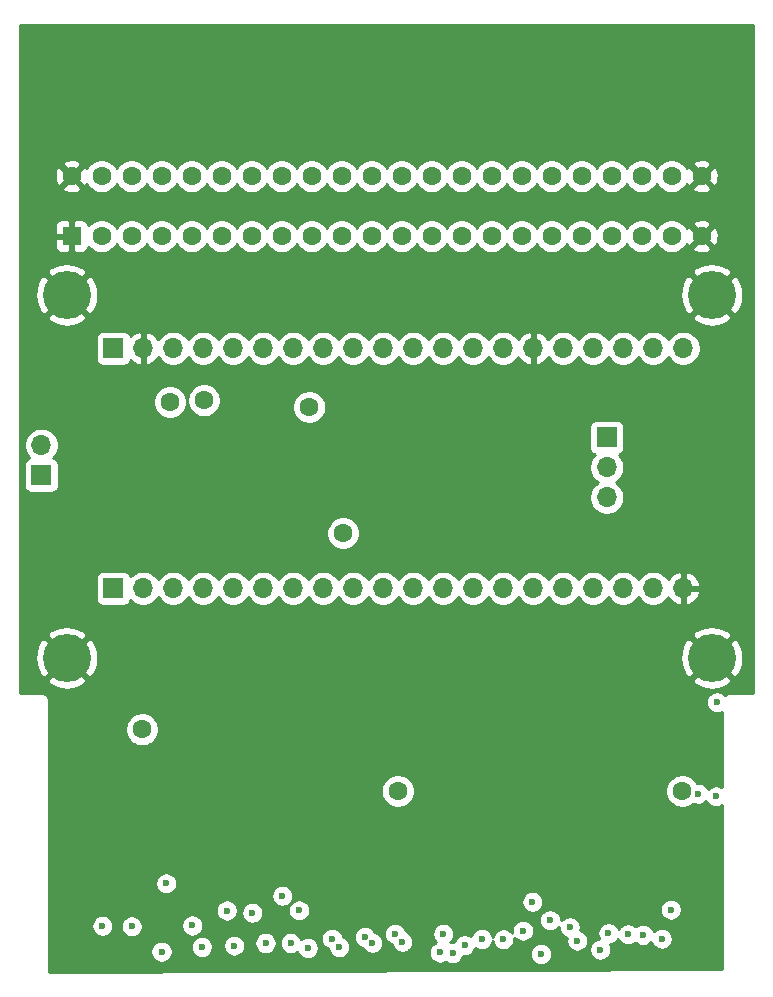
<source format=gbr>
%TF.GenerationSoftware,KiCad,Pcbnew,(5.1.9)-1*%
%TF.CreationDate,2024-11-26T15:48:13-08:00*%
%TF.ProjectId,RADA3K,52414441-334b-42e6-9b69-6361645f7063,rev?*%
%TF.SameCoordinates,Original*%
%TF.FileFunction,Copper,L5,Inr*%
%TF.FilePolarity,Positive*%
%FSLAX46Y46*%
G04 Gerber Fmt 4.6, Leading zero omitted, Abs format (unit mm)*
G04 Created by KiCad (PCBNEW (5.1.9)-1) date 2024-11-26 15:48:13*
%MOMM*%
%LPD*%
G01*
G04 APERTURE LIST*
%TA.AperFunction,ComponentPad*%
%ADD10C,4.064000*%
%TD*%
%TA.AperFunction,ComponentPad*%
%ADD11R,1.700000X1.700000*%
%TD*%
%TA.AperFunction,ComponentPad*%
%ADD12O,1.700000X1.700000*%
%TD*%
%TA.AperFunction,ComponentPad*%
%ADD13C,1.600000*%
%TD*%
%TA.AperFunction,ComponentPad*%
%ADD14R,1.600000X1.600000*%
%TD*%
%TA.AperFunction,ViaPad*%
%ADD15C,1.600000*%
%TD*%
%TA.AperFunction,ViaPad*%
%ADD16C,0.600000*%
%TD*%
%TA.AperFunction,Conductor*%
%ADD17C,0.254000*%
%TD*%
%TA.AperFunction,Conductor*%
%ADD18C,0.100000*%
%TD*%
G04 APERTURE END LIST*
D10*
%TO.N,GND*%
%TO.C,GND*%
X59944000Y-136652000D03*
%TD*%
%TO.N,GND*%
%TO.C,GND*%
X59944000Y-105918000D03*
%TD*%
%TO.N,GND*%
%TO.C,GND*%
X114554000Y-136652000D03*
%TD*%
D11*
%TO.N,+5V*%
%TO.C,J4*%
X57797700Y-121183400D03*
D12*
%TO.N,/FPGA_PWR*%
X57797700Y-118643400D03*
%TD*%
D11*
%TO.N,/_CHAREN*%
%TO.C,J1*%
X105664000Y-117983000D03*
D12*
%TO.N,/_HIRAM*%
X105664000Y-120523000D03*
%TO.N,/_LORAM*%
X105664000Y-123063000D03*
%TD*%
%TO.N,/FPGA__CHAREN*%
%TO.C,J3*%
X112141000Y-110439200D03*
%TO.N,/FPGA__HIRAM*%
X109601000Y-110439200D03*
%TO.N,/FPGA__LORAM*%
X107061000Y-110439200D03*
%TO.N,/FPGA_D0*%
X104521000Y-110439200D03*
%TO.N,Net-(J3-Pad16)*%
X101981000Y-110439200D03*
%TO.N,GND*%
X99441000Y-110439200D03*
%TO.N,/FPGA_A0*%
X96901000Y-110439200D03*
%TO.N,/FPGA_D1*%
X94361000Y-110439200D03*
%TO.N,/FPGA_A1*%
X91821000Y-110439200D03*
%TO.N,/FPGA_A2*%
X89281000Y-110439200D03*
%TO.N,/FPGA_A3*%
X86741000Y-110439200D03*
%TO.N,/FPGA_A4*%
X84201000Y-110439200D03*
%TO.N,/FPGA_A5*%
X81661000Y-110439200D03*
%TO.N,/FPGA_A6*%
X79121000Y-110439200D03*
%TO.N,/FPGA_A7*%
X76581000Y-110439200D03*
%TO.N,/CLK0*%
X74041000Y-110439200D03*
%TO.N,/SDA*%
X71501000Y-110439200D03*
%TO.N,/SCL*%
X68961000Y-110439200D03*
%TO.N,GND*%
X66421000Y-110439200D03*
D11*
%TO.N,/FPGA_PWR*%
X63881000Y-110439200D03*
%TD*%
D12*
%TO.N,GND*%
%TO.C,J2*%
X112141000Y-130759200D03*
%TO.N,Net-(J2-Pad19)*%
X109601000Y-130759200D03*
%TO.N,/FPGA_D2*%
X107061000Y-130759200D03*
%TO.N,/FPGA_D3*%
X104521000Y-130759200D03*
%TO.N,/FPGA_D4*%
X101981000Y-130759200D03*
%TO.N,/FPGA_D5*%
X99441000Y-130759200D03*
%TO.N,/FPGA_D6*%
X96901000Y-130759200D03*
%TO.N,/FPGA_D7*%
X94361000Y-130759200D03*
%TO.N,/FPGA_A8*%
X91821000Y-130759200D03*
%TO.N,/FPGA_A9*%
X89281000Y-130759200D03*
%TO.N,/FPGA_BA*%
X86741000Y-130759200D03*
%TO.N,/FPGA_A10*%
X84201000Y-130759200D03*
%TO.N,/FPGA_A11*%
X81661000Y-130759200D03*
%TO.N,/FPGA_A12*%
X79121000Y-130759200D03*
%TO.N,/FPGA_A13*%
X76581000Y-130759200D03*
%TO.N,/FPGA_A14*%
X74041000Y-130759200D03*
%TO.N,/FPGA_A15*%
X71501000Y-130759200D03*
%TO.N,/FPGA_PHI2*%
X68961000Y-130759200D03*
%TO.N,/FPGA_R__W*%
X66421000Y-130759200D03*
D11*
%TO.N,/FPGA__RST*%
X63881000Y-130759200D03*
%TD*%
D13*
%TO.N,GND*%
%TO.C,J5*%
X113690400Y-95872300D03*
%TO.N,/A0*%
X111150400Y-95872300D03*
%TO.N,/A1*%
X108610400Y-95872300D03*
%TO.N,/A2*%
X106070400Y-95872300D03*
%TO.N,/A3*%
X103530400Y-95872300D03*
%TO.N,/A4*%
X100990400Y-95872300D03*
%TO.N,/A5*%
X98450400Y-95872300D03*
%TO.N,/A6*%
X95910400Y-95872300D03*
%TO.N,/A7*%
X93370400Y-95872300D03*
%TO.N,/A8*%
X90830400Y-95872300D03*
%TO.N,/A9*%
X88290400Y-95872300D03*
%TO.N,/A10*%
X85750400Y-95872300D03*
%TO.N,/A11*%
X83210400Y-95872300D03*
%TO.N,/A12*%
X80670400Y-95872300D03*
%TO.N,/A13*%
X78130400Y-95872300D03*
%TO.N,/A14*%
X75590400Y-95872300D03*
%TO.N,/A15*%
X73050400Y-95872300D03*
%TO.N,/PHI2*%
X70510400Y-95872300D03*
%TO.N,/_NMI*%
X67970400Y-95872300D03*
%TO.N,/_RST*%
X65430400Y-95872300D03*
%TO.N,/_ROMH*%
X62890400Y-95872300D03*
%TO.N,GND*%
X60350400Y-95872300D03*
X113690400Y-100952300D03*
%TO.N,/D0*%
X111150400Y-100952300D03*
%TO.N,/D1*%
X108610400Y-100952300D03*
%TO.N,/D2*%
X106070400Y-100952300D03*
%TO.N,/D3*%
X103530400Y-100952300D03*
%TO.N,/D4*%
X100990400Y-100952300D03*
%TO.N,/D5*%
X98450400Y-100952300D03*
%TO.N,/D6*%
X95910400Y-100952300D03*
%TO.N,/D7*%
X93370400Y-100952300D03*
%TO.N,/_DMA*%
X90830400Y-100952300D03*
%TO.N,/BA*%
X88290400Y-100952300D03*
%TO.N,/_ROML*%
X85750400Y-100952300D03*
%TO.N,/_IO2*%
X83210400Y-100952300D03*
%TO.N,/_EXROM*%
X80670400Y-100952300D03*
%TO.N,/_GAME*%
X78130400Y-100952300D03*
%TO.N,/_IO1*%
X75590400Y-100952300D03*
%TO.N,/DOT_CLK*%
X73050400Y-100952300D03*
%TO.N,/R__W*%
X70510400Y-100952300D03*
%TO.N,/_IRQ*%
X67970400Y-100952300D03*
%TO.N,+5V*%
X65430400Y-100952300D03*
D14*
%TO.N,GND*%
X60350400Y-100952300D03*
D13*
%TO.N,+5V*%
X62890400Y-100952300D03*
%TD*%
D10*
%TO.N,GND*%
%TO.C,GND*%
X114554000Y-105918000D03*
%TD*%
D15*
%TO.N,GND*%
X113779300Y-159651700D03*
D16*
X60413900Y-161594800D03*
X110636400Y-146152300D03*
X69146400Y-146012300D03*
X94259400Y-147180300D03*
X92956400Y-141262300D03*
X86169500Y-149136100D03*
X69256400Y-142052300D03*
D15*
X66306700Y-151358600D03*
X87972900Y-140246100D03*
X112077500Y-140246100D03*
D16*
X113753900Y-161531300D03*
D15*
X57416700Y-109562900D03*
X75006200Y-125514100D03*
X85128100Y-118300500D03*
X81648300Y-125031500D03*
X91732100Y-125183900D03*
%TO.N,+3V3*%
X112064800Y-147916900D03*
X66332100Y-142709900D03*
X87972900Y-147916900D03*
X68694300Y-114998500D03*
X83324700Y-126085600D03*
X71564500Y-114846100D03*
X80479900Y-115417600D03*
D16*
%TO.N,/A8*%
X91528900Y-161594800D03*
%TO.N,/A0*%
X110326400Y-160442300D03*
%TO.N,/A9*%
X88366400Y-160692300D03*
%TO.N,/A1*%
X107466400Y-160052300D03*
%TO.N,/A10*%
X85816400Y-160772300D03*
%TO.N,/A2*%
X105106400Y-161362300D03*
%TO.N,/A3*%
X102536400Y-159452300D03*
%TO.N,/A15*%
X74126400Y-161012300D03*
%TO.N,/A7*%
X92608400Y-161658300D03*
%TO.N,/A14*%
X76776400Y-160792300D03*
%TO.N,/A6*%
X95084900Y-160451800D03*
%TO.N,/A13*%
X78906400Y-160802300D03*
%TO.N,/A5*%
X98577400Y-159753300D03*
%TO.N,/A12*%
X80352900Y-161213800D03*
%TO.N,/A4*%
X100101400Y-161721800D03*
%TO.N,/A11*%
X83019900Y-161150300D03*
%TO.N,/D0*%
X111086900Y-157962600D03*
%TO.N,/D1*%
X108736400Y-160107900D03*
%TO.N,/D2*%
X105811320Y-159961580D03*
%TO.N,/D3*%
X103168310Y-160597710D03*
%TO.N,/D4*%
X100861400Y-158857950D03*
%TO.N,/D5*%
X99375400Y-157304300D03*
%TO.N,/D6*%
X96918349Y-160487349D03*
%TO.N,/D7*%
X93638149Y-160973549D03*
%TO.N,/_ROMH*%
X62956400Y-159332300D03*
%TO.N,/R__W*%
X70573900Y-159308800D03*
%TO.N,/_IRQ*%
X68359850Y-155748850D03*
%TO.N,/_RST*%
X65436400Y-159382300D03*
%TO.N,/PHI2*%
X71386400Y-161132300D03*
%TO.N,/_NMI*%
X67970400Y-161531300D03*
%TO.N,/DOT_CLK*%
X73501399Y-158044471D03*
%TO.N,/_IO1*%
X75653900Y-158232900D03*
%TO.N,/_GAME*%
X78193900Y-156794200D03*
%TO.N,/_EXROM*%
X79616400Y-158026000D03*
%TO.N,/_IO2*%
X82394899Y-160416401D03*
%TO.N,/_ROML*%
X85184764Y-160281342D03*
%TO.N,/BA*%
X87741399Y-160010201D03*
%TO.N,/_DMA*%
X91824850Y-160023850D03*
%TO.N,/_HIRAM*%
X114998500Y-140411200D03*
%TO.N,/_LORAM*%
X114914000Y-148383000D03*
%TO.N,/_CHAREN*%
X113423700Y-148145500D03*
%TD*%
D17*
%TO.N,GND*%
X118060400Y-139612810D02*
X116193876Y-139612310D01*
X116158900Y-139608865D01*
X116088176Y-139615831D01*
X116019904Y-139622536D01*
X116019813Y-139622564D01*
X116019717Y-139622573D01*
X115952784Y-139642877D01*
X115886057Y-139663099D01*
X115885972Y-139663144D01*
X115885881Y-139663172D01*
X115824288Y-139696094D01*
X115762697Y-139728994D01*
X115762623Y-139729054D01*
X115762538Y-139729100D01*
X115708319Y-139773596D01*
X115694512Y-139784922D01*
X115594528Y-139684938D01*
X115441389Y-139582614D01*
X115271229Y-139512132D01*
X115090589Y-139476200D01*
X114906411Y-139476200D01*
X114725771Y-139512132D01*
X114555611Y-139582614D01*
X114402472Y-139684938D01*
X114272238Y-139815172D01*
X114169914Y-139968311D01*
X114099432Y-140138471D01*
X114063500Y-140319111D01*
X114063500Y-140503289D01*
X114099432Y-140683929D01*
X114169914Y-140854089D01*
X114272238Y-141007228D01*
X114402472Y-141137462D01*
X114555611Y-141239786D01*
X114725771Y-141310268D01*
X114906411Y-141346200D01*
X115090589Y-141346200D01*
X115271229Y-141310268D01*
X115441389Y-141239786D01*
X115448901Y-141234767D01*
X115448900Y-142643176D01*
X115448901Y-142643186D01*
X115448901Y-147615894D01*
X115356889Y-147554414D01*
X115186729Y-147483932D01*
X115006089Y-147448000D01*
X114821911Y-147448000D01*
X114641271Y-147483932D01*
X114471111Y-147554414D01*
X114317972Y-147656738D01*
X114258089Y-147716621D01*
X114252286Y-147702611D01*
X114149962Y-147549472D01*
X114019728Y-147419238D01*
X113866589Y-147316914D01*
X113696429Y-147246432D01*
X113515789Y-147210500D01*
X113331611Y-147210500D01*
X113320177Y-147212774D01*
X113179437Y-147002141D01*
X112979559Y-146802263D01*
X112744527Y-146645220D01*
X112483374Y-146537047D01*
X112206135Y-146481900D01*
X111923465Y-146481900D01*
X111646226Y-146537047D01*
X111385073Y-146645220D01*
X111150041Y-146802263D01*
X110950163Y-147002141D01*
X110793120Y-147237173D01*
X110684947Y-147498326D01*
X110629800Y-147775565D01*
X110629800Y-148058235D01*
X110684947Y-148335474D01*
X110793120Y-148596627D01*
X110950163Y-148831659D01*
X111150041Y-149031537D01*
X111385073Y-149188580D01*
X111646226Y-149296753D01*
X111923465Y-149351900D01*
X112206135Y-149351900D01*
X112483374Y-149296753D01*
X112744527Y-149188580D01*
X112979559Y-149031537D01*
X113020550Y-148990546D01*
X113150971Y-149044568D01*
X113331611Y-149080500D01*
X113515789Y-149080500D01*
X113696429Y-149044568D01*
X113866589Y-148974086D01*
X114019728Y-148871762D01*
X114079611Y-148811879D01*
X114085414Y-148825889D01*
X114187738Y-148979028D01*
X114317972Y-149109262D01*
X114471111Y-149211586D01*
X114641271Y-149282068D01*
X114821911Y-149318000D01*
X115006089Y-149318000D01*
X115186729Y-149282068D01*
X115356889Y-149211586D01*
X115448901Y-149150106D01*
X115448900Y-162995129D01*
X58464900Y-163228261D01*
X58464900Y-161439211D01*
X67035400Y-161439211D01*
X67035400Y-161623389D01*
X67071332Y-161804029D01*
X67141814Y-161974189D01*
X67244138Y-162127328D01*
X67374372Y-162257562D01*
X67527511Y-162359886D01*
X67697671Y-162430368D01*
X67878311Y-162466300D01*
X68062489Y-162466300D01*
X68243129Y-162430368D01*
X68413289Y-162359886D01*
X68566428Y-162257562D01*
X68696662Y-162127328D01*
X68798986Y-161974189D01*
X68869468Y-161804029D01*
X68905400Y-161623389D01*
X68905400Y-161439211D01*
X68869468Y-161258571D01*
X68798986Y-161088411D01*
X68766780Y-161040211D01*
X70451400Y-161040211D01*
X70451400Y-161224389D01*
X70487332Y-161405029D01*
X70557814Y-161575189D01*
X70660138Y-161728328D01*
X70790372Y-161858562D01*
X70943511Y-161960886D01*
X71113671Y-162031368D01*
X71294311Y-162067300D01*
X71478489Y-162067300D01*
X71659129Y-162031368D01*
X71829289Y-161960886D01*
X71982428Y-161858562D01*
X72112662Y-161728328D01*
X72214986Y-161575189D01*
X72285468Y-161405029D01*
X72321400Y-161224389D01*
X72321400Y-161040211D01*
X72297531Y-160920211D01*
X73191400Y-160920211D01*
X73191400Y-161104389D01*
X73227332Y-161285029D01*
X73297814Y-161455189D01*
X73400138Y-161608328D01*
X73530372Y-161738562D01*
X73683511Y-161840886D01*
X73853671Y-161911368D01*
X74034311Y-161947300D01*
X74218489Y-161947300D01*
X74399129Y-161911368D01*
X74569289Y-161840886D01*
X74722428Y-161738562D01*
X74852662Y-161608328D01*
X74954986Y-161455189D01*
X75025468Y-161285029D01*
X75061400Y-161104389D01*
X75061400Y-160920211D01*
X75025468Y-160739571D01*
X75009165Y-160700211D01*
X75841400Y-160700211D01*
X75841400Y-160884389D01*
X75877332Y-161065029D01*
X75947814Y-161235189D01*
X76050138Y-161388328D01*
X76180372Y-161518562D01*
X76333511Y-161620886D01*
X76503671Y-161691368D01*
X76684311Y-161727300D01*
X76868489Y-161727300D01*
X77049129Y-161691368D01*
X77219289Y-161620886D01*
X77372428Y-161518562D01*
X77502662Y-161388328D01*
X77604986Y-161235189D01*
X77675468Y-161065029D01*
X77711400Y-160884389D01*
X77711400Y-160710211D01*
X77971400Y-160710211D01*
X77971400Y-160894389D01*
X78007332Y-161075029D01*
X78077814Y-161245189D01*
X78180138Y-161398328D01*
X78310372Y-161528562D01*
X78463511Y-161630886D01*
X78633671Y-161701368D01*
X78814311Y-161737300D01*
X78998489Y-161737300D01*
X79179129Y-161701368D01*
X79349289Y-161630886D01*
X79478003Y-161544882D01*
X79524314Y-161656689D01*
X79626638Y-161809828D01*
X79756872Y-161940062D01*
X79910011Y-162042386D01*
X80080171Y-162112868D01*
X80260811Y-162148800D01*
X80444989Y-162148800D01*
X80625629Y-162112868D01*
X80795789Y-162042386D01*
X80948928Y-161940062D01*
X81079162Y-161809828D01*
X81181486Y-161656689D01*
X81251968Y-161486529D01*
X81287900Y-161305889D01*
X81287900Y-161121711D01*
X81251968Y-160941071D01*
X81181486Y-160770911D01*
X81079162Y-160617772D01*
X80948928Y-160487538D01*
X80795789Y-160385214D01*
X80648758Y-160324312D01*
X81459899Y-160324312D01*
X81459899Y-160508490D01*
X81495831Y-160689130D01*
X81566313Y-160859290D01*
X81668637Y-161012429D01*
X81798871Y-161142663D01*
X81952010Y-161244987D01*
X82097395Y-161305207D01*
X82120832Y-161423029D01*
X82191314Y-161593189D01*
X82293638Y-161746328D01*
X82423872Y-161876562D01*
X82577011Y-161978886D01*
X82747171Y-162049368D01*
X82927811Y-162085300D01*
X83111989Y-162085300D01*
X83292629Y-162049368D01*
X83462789Y-161978886D01*
X83615928Y-161876562D01*
X83746162Y-161746328D01*
X83848486Y-161593189D01*
X83918968Y-161423029D01*
X83954900Y-161242389D01*
X83954900Y-161058211D01*
X83918968Y-160877571D01*
X83848486Y-160707411D01*
X83746162Y-160554272D01*
X83615928Y-160424038D01*
X83462789Y-160321714D01*
X83317404Y-160261494D01*
X83303034Y-160189253D01*
X84249764Y-160189253D01*
X84249764Y-160373431D01*
X84285696Y-160554071D01*
X84356178Y-160724231D01*
X84458502Y-160877370D01*
X84588736Y-161007604D01*
X84741875Y-161109928D01*
X84912035Y-161180410D01*
X84978919Y-161193714D01*
X84987814Y-161215189D01*
X85090138Y-161368328D01*
X85220372Y-161498562D01*
X85373511Y-161600886D01*
X85543671Y-161671368D01*
X85724311Y-161707300D01*
X85908489Y-161707300D01*
X86089129Y-161671368D01*
X86259289Y-161600886D01*
X86412428Y-161498562D01*
X86542662Y-161368328D01*
X86644986Y-161215189D01*
X86715468Y-161045029D01*
X86751400Y-160864389D01*
X86751400Y-160680211D01*
X86715468Y-160499571D01*
X86644986Y-160329411D01*
X86542662Y-160176272D01*
X86412428Y-160046038D01*
X86259289Y-159943714D01*
X86197480Y-159918112D01*
X86806399Y-159918112D01*
X86806399Y-160102290D01*
X86842331Y-160282930D01*
X86912813Y-160453090D01*
X87015137Y-160606229D01*
X87145371Y-160736463D01*
X87298510Y-160838787D01*
X87455124Y-160903658D01*
X87467332Y-160965029D01*
X87537814Y-161135189D01*
X87640138Y-161288328D01*
X87770372Y-161418562D01*
X87923511Y-161520886D01*
X88093671Y-161591368D01*
X88274311Y-161627300D01*
X88458489Y-161627300D01*
X88639129Y-161591368D01*
X88809289Y-161520886D01*
X88836489Y-161502711D01*
X90593900Y-161502711D01*
X90593900Y-161686889D01*
X90629832Y-161867529D01*
X90700314Y-162037689D01*
X90802638Y-162190828D01*
X90932872Y-162321062D01*
X91086011Y-162423386D01*
X91256171Y-162493868D01*
X91436811Y-162529800D01*
X91620989Y-162529800D01*
X91801629Y-162493868D01*
X91971789Y-162423386D01*
X92021133Y-162390416D01*
X92165511Y-162486886D01*
X92335671Y-162557368D01*
X92516311Y-162593300D01*
X92700489Y-162593300D01*
X92881129Y-162557368D01*
X93051289Y-162486886D01*
X93204428Y-162384562D01*
X93334662Y-162254328D01*
X93436986Y-162101189D01*
X93507468Y-161931029D01*
X93513238Y-161902020D01*
X93546060Y-161908549D01*
X93730238Y-161908549D01*
X93910878Y-161872617D01*
X94081038Y-161802135D01*
X94234177Y-161699811D01*
X94304277Y-161629711D01*
X99166400Y-161629711D01*
X99166400Y-161813889D01*
X99202332Y-161994529D01*
X99272814Y-162164689D01*
X99375138Y-162317828D01*
X99505372Y-162448062D01*
X99658511Y-162550386D01*
X99828671Y-162620868D01*
X100009311Y-162656800D01*
X100193489Y-162656800D01*
X100374129Y-162620868D01*
X100544289Y-162550386D01*
X100697428Y-162448062D01*
X100827662Y-162317828D01*
X100929986Y-162164689D01*
X101000468Y-161994529D01*
X101036400Y-161813889D01*
X101036400Y-161629711D01*
X101000468Y-161449071D01*
X100929986Y-161278911D01*
X100827662Y-161125772D01*
X100697428Y-160995538D01*
X100544289Y-160893214D01*
X100374129Y-160822732D01*
X100193489Y-160786800D01*
X100009311Y-160786800D01*
X99828671Y-160822732D01*
X99658511Y-160893214D01*
X99505372Y-160995538D01*
X99375138Y-161125772D01*
X99272814Y-161278911D01*
X99202332Y-161449071D01*
X99166400Y-161629711D01*
X94304277Y-161629711D01*
X94364411Y-161569577D01*
X94466735Y-161416438D01*
X94537217Y-161246278D01*
X94543523Y-161214578D01*
X94642011Y-161280386D01*
X94812171Y-161350868D01*
X94992811Y-161386800D01*
X95176989Y-161386800D01*
X95357629Y-161350868D01*
X95527789Y-161280386D01*
X95680928Y-161178062D01*
X95811162Y-161047828D01*
X95913486Y-160894689D01*
X95983968Y-160724529D01*
X95998089Y-160653539D01*
X96019281Y-160760078D01*
X96089763Y-160930238D01*
X96192087Y-161083377D01*
X96322321Y-161213611D01*
X96475460Y-161315935D01*
X96645620Y-161386417D01*
X96826260Y-161422349D01*
X97010438Y-161422349D01*
X97191078Y-161386417D01*
X97361238Y-161315935D01*
X97514377Y-161213611D01*
X97644611Y-161083377D01*
X97746935Y-160930238D01*
X97817417Y-160760078D01*
X97853349Y-160579438D01*
X97853349Y-160395260D01*
X97841277Y-160334570D01*
X97851138Y-160349328D01*
X97981372Y-160479562D01*
X98134511Y-160581886D01*
X98304671Y-160652368D01*
X98485311Y-160688300D01*
X98669489Y-160688300D01*
X98850129Y-160652368D01*
X99020289Y-160581886D01*
X99173428Y-160479562D01*
X99303662Y-160349328D01*
X99405986Y-160196189D01*
X99476468Y-160026029D01*
X99512400Y-159845389D01*
X99512400Y-159661211D01*
X99476468Y-159480571D01*
X99405986Y-159310411D01*
X99303662Y-159157272D01*
X99173428Y-159027038D01*
X99020289Y-158924714D01*
X98850129Y-158854232D01*
X98669489Y-158818300D01*
X98485311Y-158818300D01*
X98304671Y-158854232D01*
X98134511Y-158924714D01*
X97981372Y-159027038D01*
X97851138Y-159157272D01*
X97748814Y-159310411D01*
X97678332Y-159480571D01*
X97642400Y-159661211D01*
X97642400Y-159845389D01*
X97654472Y-159906079D01*
X97644611Y-159891321D01*
X97514377Y-159761087D01*
X97361238Y-159658763D01*
X97191078Y-159588281D01*
X97010438Y-159552349D01*
X96826260Y-159552349D01*
X96645620Y-159588281D01*
X96475460Y-159658763D01*
X96322321Y-159761087D01*
X96192087Y-159891321D01*
X96089763Y-160044460D01*
X96019281Y-160214620D01*
X96005160Y-160285610D01*
X95983968Y-160179071D01*
X95913486Y-160008911D01*
X95811162Y-159855772D01*
X95680928Y-159725538D01*
X95527789Y-159623214D01*
X95357629Y-159552732D01*
X95176989Y-159516800D01*
X94992811Y-159516800D01*
X94812171Y-159552732D01*
X94642011Y-159623214D01*
X94488872Y-159725538D01*
X94358638Y-159855772D01*
X94256314Y-160008911D01*
X94185832Y-160179071D01*
X94179526Y-160210771D01*
X94081038Y-160144963D01*
X93910878Y-160074481D01*
X93730238Y-160038549D01*
X93546060Y-160038549D01*
X93365420Y-160074481D01*
X93195260Y-160144963D01*
X93042121Y-160247287D01*
X92911887Y-160377521D01*
X92809563Y-160530660D01*
X92739081Y-160700820D01*
X92733311Y-160729829D01*
X92700489Y-160723300D01*
X92516311Y-160723300D01*
X92430651Y-160740339D01*
X92551112Y-160619878D01*
X92653436Y-160466739D01*
X92723918Y-160296579D01*
X92759850Y-160115939D01*
X92759850Y-159931761D01*
X92723918Y-159751121D01*
X92653436Y-159580961D01*
X92551112Y-159427822D01*
X92420878Y-159297588D01*
X92267739Y-159195264D01*
X92097579Y-159124782D01*
X91916939Y-159088850D01*
X91732761Y-159088850D01*
X91552121Y-159124782D01*
X91381961Y-159195264D01*
X91228822Y-159297588D01*
X91098588Y-159427822D01*
X90996264Y-159580961D01*
X90925782Y-159751121D01*
X90889850Y-159931761D01*
X90889850Y-160115939D01*
X90925782Y-160296579D01*
X90996264Y-160466739D01*
X91098588Y-160619878D01*
X91198380Y-160719670D01*
X91086011Y-160766214D01*
X90932872Y-160868538D01*
X90802638Y-160998772D01*
X90700314Y-161151911D01*
X90629832Y-161322071D01*
X90593900Y-161502711D01*
X88836489Y-161502711D01*
X88962428Y-161418562D01*
X89092662Y-161288328D01*
X89194986Y-161135189D01*
X89265468Y-160965029D01*
X89301400Y-160784389D01*
X89301400Y-160600211D01*
X89265468Y-160419571D01*
X89194986Y-160249411D01*
X89092662Y-160096272D01*
X88962428Y-159966038D01*
X88809289Y-159863714D01*
X88652675Y-159798843D01*
X88640467Y-159737472D01*
X88569985Y-159567312D01*
X88467661Y-159414173D01*
X88337427Y-159283939D01*
X88184288Y-159181615D01*
X88014128Y-159111133D01*
X87833488Y-159075201D01*
X87649310Y-159075201D01*
X87468670Y-159111133D01*
X87298510Y-159181615D01*
X87145371Y-159283939D01*
X87015137Y-159414173D01*
X86912813Y-159567312D01*
X86842331Y-159737472D01*
X86806399Y-159918112D01*
X86197480Y-159918112D01*
X86089129Y-159873232D01*
X86022245Y-159859928D01*
X86013350Y-159838453D01*
X85911026Y-159685314D01*
X85780792Y-159555080D01*
X85627653Y-159452756D01*
X85457493Y-159382274D01*
X85276853Y-159346342D01*
X85092675Y-159346342D01*
X84912035Y-159382274D01*
X84741875Y-159452756D01*
X84588736Y-159555080D01*
X84458502Y-159685314D01*
X84356178Y-159838453D01*
X84285696Y-160008613D01*
X84249764Y-160189253D01*
X83303034Y-160189253D01*
X83293967Y-160143672D01*
X83223485Y-159973512D01*
X83121161Y-159820373D01*
X82990927Y-159690139D01*
X82837788Y-159587815D01*
X82667628Y-159517333D01*
X82486988Y-159481401D01*
X82302810Y-159481401D01*
X82122170Y-159517333D01*
X81952010Y-159587815D01*
X81798871Y-159690139D01*
X81668637Y-159820373D01*
X81566313Y-159973512D01*
X81495831Y-160143672D01*
X81459899Y-160324312D01*
X80648758Y-160324312D01*
X80625629Y-160314732D01*
X80444989Y-160278800D01*
X80260811Y-160278800D01*
X80080171Y-160314732D01*
X79910011Y-160385214D01*
X79781297Y-160471218D01*
X79734986Y-160359411D01*
X79632662Y-160206272D01*
X79502428Y-160076038D01*
X79349289Y-159973714D01*
X79179129Y-159903232D01*
X78998489Y-159867300D01*
X78814311Y-159867300D01*
X78633671Y-159903232D01*
X78463511Y-159973714D01*
X78310372Y-160076038D01*
X78180138Y-160206272D01*
X78077814Y-160359411D01*
X78007332Y-160529571D01*
X77971400Y-160710211D01*
X77711400Y-160710211D01*
X77711400Y-160700211D01*
X77675468Y-160519571D01*
X77604986Y-160349411D01*
X77502662Y-160196272D01*
X77372428Y-160066038D01*
X77219289Y-159963714D01*
X77049129Y-159893232D01*
X76868489Y-159857300D01*
X76684311Y-159857300D01*
X76503671Y-159893232D01*
X76333511Y-159963714D01*
X76180372Y-160066038D01*
X76050138Y-160196272D01*
X75947814Y-160349411D01*
X75877332Y-160519571D01*
X75841400Y-160700211D01*
X75009165Y-160700211D01*
X74954986Y-160569411D01*
X74852662Y-160416272D01*
X74722428Y-160286038D01*
X74569289Y-160183714D01*
X74399129Y-160113232D01*
X74218489Y-160077300D01*
X74034311Y-160077300D01*
X73853671Y-160113232D01*
X73683511Y-160183714D01*
X73530372Y-160286038D01*
X73400138Y-160416272D01*
X73297814Y-160569411D01*
X73227332Y-160739571D01*
X73191400Y-160920211D01*
X72297531Y-160920211D01*
X72285468Y-160859571D01*
X72214986Y-160689411D01*
X72112662Y-160536272D01*
X71982428Y-160406038D01*
X71829289Y-160303714D01*
X71659129Y-160233232D01*
X71478489Y-160197300D01*
X71294311Y-160197300D01*
X71113671Y-160233232D01*
X70943511Y-160303714D01*
X70790372Y-160406038D01*
X70660138Y-160536272D01*
X70557814Y-160689411D01*
X70487332Y-160859571D01*
X70451400Y-161040211D01*
X68766780Y-161040211D01*
X68696662Y-160935272D01*
X68566428Y-160805038D01*
X68413289Y-160702714D01*
X68243129Y-160632232D01*
X68062489Y-160596300D01*
X67878311Y-160596300D01*
X67697671Y-160632232D01*
X67527511Y-160702714D01*
X67374372Y-160805038D01*
X67244138Y-160935272D01*
X67141814Y-161088411D01*
X67071332Y-161258571D01*
X67035400Y-161439211D01*
X58464900Y-161439211D01*
X58464900Y-159240211D01*
X62021400Y-159240211D01*
X62021400Y-159424389D01*
X62057332Y-159605029D01*
X62127814Y-159775189D01*
X62230138Y-159928328D01*
X62360372Y-160058562D01*
X62513511Y-160160886D01*
X62683671Y-160231368D01*
X62864311Y-160267300D01*
X63048489Y-160267300D01*
X63229129Y-160231368D01*
X63399289Y-160160886D01*
X63552428Y-160058562D01*
X63682662Y-159928328D01*
X63784986Y-159775189D01*
X63855468Y-159605029D01*
X63891400Y-159424389D01*
X63891400Y-159290211D01*
X64501400Y-159290211D01*
X64501400Y-159474389D01*
X64537332Y-159655029D01*
X64607814Y-159825189D01*
X64710138Y-159978328D01*
X64840372Y-160108562D01*
X64993511Y-160210886D01*
X65163671Y-160281368D01*
X65344311Y-160317300D01*
X65528489Y-160317300D01*
X65709129Y-160281368D01*
X65879289Y-160210886D01*
X66032428Y-160108562D01*
X66162662Y-159978328D01*
X66264986Y-159825189D01*
X66335468Y-159655029D01*
X66371400Y-159474389D01*
X66371400Y-159290211D01*
X66356780Y-159216711D01*
X69638900Y-159216711D01*
X69638900Y-159400889D01*
X69674832Y-159581529D01*
X69745314Y-159751689D01*
X69847638Y-159904828D01*
X69977872Y-160035062D01*
X70131011Y-160137386D01*
X70301171Y-160207868D01*
X70481811Y-160243800D01*
X70665989Y-160243800D01*
X70846629Y-160207868D01*
X71016789Y-160137386D01*
X71169928Y-160035062D01*
X71300162Y-159904828D01*
X71402486Y-159751689D01*
X71472968Y-159581529D01*
X71508900Y-159400889D01*
X71508900Y-159216711D01*
X71472968Y-159036071D01*
X71402486Y-158865911D01*
X71300162Y-158712772D01*
X71169928Y-158582538D01*
X71016789Y-158480214D01*
X70846629Y-158409732D01*
X70665989Y-158373800D01*
X70481811Y-158373800D01*
X70301171Y-158409732D01*
X70131011Y-158480214D01*
X69977872Y-158582538D01*
X69847638Y-158712772D01*
X69745314Y-158865911D01*
X69674832Y-159036071D01*
X69638900Y-159216711D01*
X66356780Y-159216711D01*
X66335468Y-159109571D01*
X66264986Y-158939411D01*
X66162662Y-158786272D01*
X66032428Y-158656038D01*
X65879289Y-158553714D01*
X65709129Y-158483232D01*
X65528489Y-158447300D01*
X65344311Y-158447300D01*
X65163671Y-158483232D01*
X64993511Y-158553714D01*
X64840372Y-158656038D01*
X64710138Y-158786272D01*
X64607814Y-158939411D01*
X64537332Y-159109571D01*
X64501400Y-159290211D01*
X63891400Y-159290211D01*
X63891400Y-159240211D01*
X63855468Y-159059571D01*
X63784986Y-158889411D01*
X63682662Y-158736272D01*
X63552428Y-158606038D01*
X63399289Y-158503714D01*
X63229129Y-158433232D01*
X63048489Y-158397300D01*
X62864311Y-158397300D01*
X62683671Y-158433232D01*
X62513511Y-158503714D01*
X62360372Y-158606038D01*
X62230138Y-158736272D01*
X62127814Y-158889411D01*
X62057332Y-159059571D01*
X62021400Y-159240211D01*
X58464900Y-159240211D01*
X58464900Y-157952382D01*
X72566399Y-157952382D01*
X72566399Y-158136560D01*
X72602331Y-158317200D01*
X72672813Y-158487360D01*
X72775137Y-158640499D01*
X72905371Y-158770733D01*
X73058510Y-158873057D01*
X73228670Y-158943539D01*
X73409310Y-158979471D01*
X73593488Y-158979471D01*
X73774128Y-158943539D01*
X73944288Y-158873057D01*
X74097427Y-158770733D01*
X74227661Y-158640499D01*
X74329985Y-158487360D01*
X74400467Y-158317200D01*
X74435553Y-158140811D01*
X74718900Y-158140811D01*
X74718900Y-158324989D01*
X74754832Y-158505629D01*
X74825314Y-158675789D01*
X74927638Y-158828928D01*
X75057872Y-158959162D01*
X75211011Y-159061486D01*
X75381171Y-159131968D01*
X75561811Y-159167900D01*
X75745989Y-159167900D01*
X75926629Y-159131968D01*
X76096789Y-159061486D01*
X76249928Y-158959162D01*
X76380162Y-158828928D01*
X76482486Y-158675789D01*
X76552968Y-158505629D01*
X76588900Y-158324989D01*
X76588900Y-158140811D01*
X76552968Y-157960171D01*
X76542091Y-157933911D01*
X78681400Y-157933911D01*
X78681400Y-158118089D01*
X78717332Y-158298729D01*
X78787814Y-158468889D01*
X78890138Y-158622028D01*
X79020372Y-158752262D01*
X79173511Y-158854586D01*
X79343671Y-158925068D01*
X79524311Y-158961000D01*
X79708489Y-158961000D01*
X79889129Y-158925068D01*
X80059289Y-158854586D01*
X80192075Y-158765861D01*
X99926400Y-158765861D01*
X99926400Y-158950039D01*
X99962332Y-159130679D01*
X100032814Y-159300839D01*
X100135138Y-159453978D01*
X100265372Y-159584212D01*
X100418511Y-159686536D01*
X100588671Y-159757018D01*
X100769311Y-159792950D01*
X100953489Y-159792950D01*
X101134129Y-159757018D01*
X101304289Y-159686536D01*
X101457428Y-159584212D01*
X101587662Y-159453978D01*
X101601400Y-159433418D01*
X101601400Y-159544389D01*
X101637332Y-159725029D01*
X101707814Y-159895189D01*
X101810138Y-160048328D01*
X101940372Y-160178562D01*
X102093511Y-160280886D01*
X102263671Y-160351368D01*
X102263981Y-160351430D01*
X102233310Y-160505621D01*
X102233310Y-160689799D01*
X102269242Y-160870439D01*
X102339724Y-161040599D01*
X102442048Y-161193738D01*
X102572282Y-161323972D01*
X102725421Y-161426296D01*
X102895581Y-161496778D01*
X103076221Y-161532710D01*
X103260399Y-161532710D01*
X103441039Y-161496778D01*
X103611199Y-161426296D01*
X103764338Y-161323972D01*
X103818099Y-161270211D01*
X104171400Y-161270211D01*
X104171400Y-161454389D01*
X104207332Y-161635029D01*
X104277814Y-161805189D01*
X104380138Y-161958328D01*
X104510372Y-162088562D01*
X104663511Y-162190886D01*
X104833671Y-162261368D01*
X105014311Y-162297300D01*
X105198489Y-162297300D01*
X105379129Y-162261368D01*
X105549289Y-162190886D01*
X105702428Y-162088562D01*
X105832662Y-161958328D01*
X105934986Y-161805189D01*
X106005468Y-161635029D01*
X106041400Y-161454389D01*
X106041400Y-161270211D01*
X106005468Y-161089571D01*
X105934986Y-160919411D01*
X105917816Y-160893714D01*
X106084049Y-160860648D01*
X106254209Y-160790166D01*
X106407348Y-160687842D01*
X106537582Y-160557608D01*
X106615418Y-160441119D01*
X106637814Y-160495189D01*
X106740138Y-160648328D01*
X106870372Y-160778562D01*
X107023511Y-160880886D01*
X107193671Y-160951368D01*
X107374311Y-160987300D01*
X107558489Y-160987300D01*
X107739129Y-160951368D01*
X107909289Y-160880886D01*
X108062428Y-160778562D01*
X108073600Y-160767390D01*
X108140372Y-160834162D01*
X108293511Y-160936486D01*
X108463671Y-161006968D01*
X108644311Y-161042900D01*
X108828489Y-161042900D01*
X109009129Y-161006968D01*
X109179289Y-160936486D01*
X109332428Y-160834162D01*
X109434428Y-160732162D01*
X109497814Y-160885189D01*
X109600138Y-161038328D01*
X109730372Y-161168562D01*
X109883511Y-161270886D01*
X110053671Y-161341368D01*
X110234311Y-161377300D01*
X110418489Y-161377300D01*
X110599129Y-161341368D01*
X110769289Y-161270886D01*
X110922428Y-161168562D01*
X111052662Y-161038328D01*
X111154986Y-160885189D01*
X111225468Y-160715029D01*
X111261400Y-160534389D01*
X111261400Y-160350211D01*
X111225468Y-160169571D01*
X111154986Y-159999411D01*
X111052662Y-159846272D01*
X110922428Y-159716038D01*
X110769289Y-159613714D01*
X110599129Y-159543232D01*
X110418489Y-159507300D01*
X110234311Y-159507300D01*
X110053671Y-159543232D01*
X109883511Y-159613714D01*
X109730372Y-159716038D01*
X109628372Y-159818038D01*
X109564986Y-159665011D01*
X109462662Y-159511872D01*
X109332428Y-159381638D01*
X109179289Y-159279314D01*
X109009129Y-159208832D01*
X108828489Y-159172900D01*
X108644311Y-159172900D01*
X108463671Y-159208832D01*
X108293511Y-159279314D01*
X108140372Y-159381638D01*
X108129200Y-159392810D01*
X108062428Y-159326038D01*
X107909289Y-159223714D01*
X107739129Y-159153232D01*
X107558489Y-159117300D01*
X107374311Y-159117300D01*
X107193671Y-159153232D01*
X107023511Y-159223714D01*
X106870372Y-159326038D01*
X106740138Y-159456272D01*
X106662302Y-159572761D01*
X106639906Y-159518691D01*
X106537582Y-159365552D01*
X106407348Y-159235318D01*
X106254209Y-159132994D01*
X106084049Y-159062512D01*
X105903409Y-159026580D01*
X105719231Y-159026580D01*
X105538591Y-159062512D01*
X105368431Y-159132994D01*
X105215292Y-159235318D01*
X105085058Y-159365552D01*
X104982734Y-159518691D01*
X104912252Y-159688851D01*
X104876320Y-159869491D01*
X104876320Y-160053669D01*
X104912252Y-160234309D01*
X104982734Y-160404469D01*
X104999904Y-160430166D01*
X104833671Y-160463232D01*
X104663511Y-160533714D01*
X104510372Y-160636038D01*
X104380138Y-160766272D01*
X104277814Y-160919411D01*
X104207332Y-161089571D01*
X104171400Y-161270211D01*
X103818099Y-161270211D01*
X103894572Y-161193738D01*
X103996896Y-161040599D01*
X104067378Y-160870439D01*
X104103310Y-160689799D01*
X104103310Y-160505621D01*
X104067378Y-160324981D01*
X103996896Y-160154821D01*
X103894572Y-160001682D01*
X103764338Y-159871448D01*
X103611199Y-159769124D01*
X103441039Y-159698642D01*
X103440729Y-159698580D01*
X103471400Y-159544389D01*
X103471400Y-159360211D01*
X103435468Y-159179571D01*
X103364986Y-159009411D01*
X103262662Y-158856272D01*
X103132428Y-158726038D01*
X102979289Y-158623714D01*
X102809129Y-158553232D01*
X102628489Y-158517300D01*
X102444311Y-158517300D01*
X102263671Y-158553232D01*
X102093511Y-158623714D01*
X101940372Y-158726038D01*
X101810138Y-158856272D01*
X101796400Y-158876832D01*
X101796400Y-158765861D01*
X101760468Y-158585221D01*
X101689986Y-158415061D01*
X101587662Y-158261922D01*
X101457428Y-158131688D01*
X101304289Y-158029364D01*
X101134129Y-157958882D01*
X100953489Y-157922950D01*
X100769311Y-157922950D01*
X100588671Y-157958882D01*
X100418511Y-158029364D01*
X100265372Y-158131688D01*
X100135138Y-158261922D01*
X100032814Y-158415061D01*
X99962332Y-158585221D01*
X99926400Y-158765861D01*
X80192075Y-158765861D01*
X80212428Y-158752262D01*
X80342662Y-158622028D01*
X80444986Y-158468889D01*
X80515468Y-158298729D01*
X80551400Y-158118089D01*
X80551400Y-157933911D01*
X80515468Y-157753271D01*
X80444986Y-157583111D01*
X80342662Y-157429972D01*
X80212428Y-157299738D01*
X80081435Y-157212211D01*
X98440400Y-157212211D01*
X98440400Y-157396389D01*
X98476332Y-157577029D01*
X98546814Y-157747189D01*
X98649138Y-157900328D01*
X98779372Y-158030562D01*
X98932511Y-158132886D01*
X99102671Y-158203368D01*
X99283311Y-158239300D01*
X99467489Y-158239300D01*
X99648129Y-158203368D01*
X99818289Y-158132886D01*
X99971428Y-158030562D01*
X100101662Y-157900328D01*
X100121585Y-157870511D01*
X110151900Y-157870511D01*
X110151900Y-158054689D01*
X110187832Y-158235329D01*
X110258314Y-158405489D01*
X110360638Y-158558628D01*
X110490872Y-158688862D01*
X110644011Y-158791186D01*
X110814171Y-158861668D01*
X110994811Y-158897600D01*
X111178989Y-158897600D01*
X111359629Y-158861668D01*
X111529789Y-158791186D01*
X111682928Y-158688862D01*
X111813162Y-158558628D01*
X111915486Y-158405489D01*
X111985968Y-158235329D01*
X112021900Y-158054689D01*
X112021900Y-157870511D01*
X111985968Y-157689871D01*
X111915486Y-157519711D01*
X111813162Y-157366572D01*
X111682928Y-157236338D01*
X111529789Y-157134014D01*
X111359629Y-157063532D01*
X111178989Y-157027600D01*
X110994811Y-157027600D01*
X110814171Y-157063532D01*
X110644011Y-157134014D01*
X110490872Y-157236338D01*
X110360638Y-157366572D01*
X110258314Y-157519711D01*
X110187832Y-157689871D01*
X110151900Y-157870511D01*
X100121585Y-157870511D01*
X100203986Y-157747189D01*
X100274468Y-157577029D01*
X100310400Y-157396389D01*
X100310400Y-157212211D01*
X100274468Y-157031571D01*
X100203986Y-156861411D01*
X100101662Y-156708272D01*
X99971428Y-156578038D01*
X99818289Y-156475714D01*
X99648129Y-156405232D01*
X99467489Y-156369300D01*
X99283311Y-156369300D01*
X99102671Y-156405232D01*
X98932511Y-156475714D01*
X98779372Y-156578038D01*
X98649138Y-156708272D01*
X98546814Y-156861411D01*
X98476332Y-157031571D01*
X98440400Y-157212211D01*
X80081435Y-157212211D01*
X80059289Y-157197414D01*
X79889129Y-157126932D01*
X79708489Y-157091000D01*
X79524311Y-157091000D01*
X79343671Y-157126932D01*
X79173511Y-157197414D01*
X79020372Y-157299738D01*
X78890138Y-157429972D01*
X78787814Y-157583111D01*
X78717332Y-157753271D01*
X78681400Y-157933911D01*
X76542091Y-157933911D01*
X76482486Y-157790011D01*
X76380162Y-157636872D01*
X76249928Y-157506638D01*
X76096789Y-157404314D01*
X75926629Y-157333832D01*
X75745989Y-157297900D01*
X75561811Y-157297900D01*
X75381171Y-157333832D01*
X75211011Y-157404314D01*
X75057872Y-157506638D01*
X74927638Y-157636872D01*
X74825314Y-157790011D01*
X74754832Y-157960171D01*
X74718900Y-158140811D01*
X74435553Y-158140811D01*
X74436399Y-158136560D01*
X74436399Y-157952382D01*
X74400467Y-157771742D01*
X74329985Y-157601582D01*
X74227661Y-157448443D01*
X74097427Y-157318209D01*
X73944288Y-157215885D01*
X73774128Y-157145403D01*
X73593488Y-157109471D01*
X73409310Y-157109471D01*
X73228670Y-157145403D01*
X73058510Y-157215885D01*
X72905371Y-157318209D01*
X72775137Y-157448443D01*
X72672813Y-157601582D01*
X72602331Y-157771742D01*
X72566399Y-157952382D01*
X58464900Y-157952382D01*
X58464900Y-156702111D01*
X77258900Y-156702111D01*
X77258900Y-156886289D01*
X77294832Y-157066929D01*
X77365314Y-157237089D01*
X77467638Y-157390228D01*
X77597872Y-157520462D01*
X77751011Y-157622786D01*
X77921171Y-157693268D01*
X78101811Y-157729200D01*
X78285989Y-157729200D01*
X78466629Y-157693268D01*
X78636789Y-157622786D01*
X78789928Y-157520462D01*
X78920162Y-157390228D01*
X79022486Y-157237089D01*
X79092968Y-157066929D01*
X79128900Y-156886289D01*
X79128900Y-156702111D01*
X79092968Y-156521471D01*
X79022486Y-156351311D01*
X78920162Y-156198172D01*
X78789928Y-156067938D01*
X78636789Y-155965614D01*
X78466629Y-155895132D01*
X78285989Y-155859200D01*
X78101811Y-155859200D01*
X77921171Y-155895132D01*
X77751011Y-155965614D01*
X77597872Y-156067938D01*
X77467638Y-156198172D01*
X77365314Y-156351311D01*
X77294832Y-156521471D01*
X77258900Y-156702111D01*
X58464900Y-156702111D01*
X58464900Y-155656761D01*
X67424850Y-155656761D01*
X67424850Y-155840939D01*
X67460782Y-156021579D01*
X67531264Y-156191739D01*
X67633588Y-156344878D01*
X67763822Y-156475112D01*
X67916961Y-156577436D01*
X68087121Y-156647918D01*
X68267761Y-156683850D01*
X68451939Y-156683850D01*
X68632579Y-156647918D01*
X68802739Y-156577436D01*
X68955878Y-156475112D01*
X69086112Y-156344878D01*
X69188436Y-156191739D01*
X69258918Y-156021579D01*
X69294850Y-155840939D01*
X69294850Y-155656761D01*
X69258918Y-155476121D01*
X69188436Y-155305961D01*
X69086112Y-155152822D01*
X68955878Y-155022588D01*
X68802739Y-154920264D01*
X68632579Y-154849782D01*
X68451939Y-154813850D01*
X68267761Y-154813850D01*
X68087121Y-154849782D01*
X67916961Y-154920264D01*
X67763822Y-155022588D01*
X67633588Y-155152822D01*
X67531264Y-155305961D01*
X67460782Y-155476121D01*
X67424850Y-155656761D01*
X58464900Y-155656761D01*
X58464900Y-147775565D01*
X86537900Y-147775565D01*
X86537900Y-148058235D01*
X86593047Y-148335474D01*
X86701220Y-148596627D01*
X86858263Y-148831659D01*
X87058141Y-149031537D01*
X87293173Y-149188580D01*
X87554326Y-149296753D01*
X87831565Y-149351900D01*
X88114235Y-149351900D01*
X88391474Y-149296753D01*
X88652627Y-149188580D01*
X88887659Y-149031537D01*
X89087537Y-148831659D01*
X89244580Y-148596627D01*
X89352753Y-148335474D01*
X89407900Y-148058235D01*
X89407900Y-147775565D01*
X89352753Y-147498326D01*
X89244580Y-147237173D01*
X89087537Y-147002141D01*
X88887659Y-146802263D01*
X88652627Y-146645220D01*
X88391474Y-146537047D01*
X88114235Y-146481900D01*
X87831565Y-146481900D01*
X87554326Y-146537047D01*
X87293173Y-146645220D01*
X87058141Y-146802263D01*
X86858263Y-147002141D01*
X86701220Y-147237173D01*
X86593047Y-147498326D01*
X86537900Y-147775565D01*
X58464900Y-147775565D01*
X58464900Y-142568565D01*
X64897100Y-142568565D01*
X64897100Y-142851235D01*
X64952247Y-143128474D01*
X65060420Y-143389627D01*
X65217463Y-143624659D01*
X65417341Y-143824537D01*
X65652373Y-143981580D01*
X65913526Y-144089753D01*
X66190765Y-144144900D01*
X66473435Y-144144900D01*
X66750674Y-144089753D01*
X67011827Y-143981580D01*
X67246859Y-143824537D01*
X67446737Y-143624659D01*
X67603780Y-143389627D01*
X67711953Y-143128474D01*
X67767100Y-142851235D01*
X67767100Y-142568565D01*
X67711953Y-142291326D01*
X67603780Y-142030173D01*
X67446737Y-141795141D01*
X67246859Y-141595263D01*
X67011827Y-141438220D01*
X66750674Y-141330047D01*
X66473435Y-141274900D01*
X66190765Y-141274900D01*
X65913526Y-141330047D01*
X65652373Y-141438220D01*
X65417341Y-141595263D01*
X65217463Y-141795141D01*
X65060420Y-142030173D01*
X64952247Y-142291326D01*
X64897100Y-142568565D01*
X58464900Y-142568565D01*
X58464900Y-140357069D01*
X58468334Y-140322099D01*
X58461769Y-140255636D01*
X58454627Y-140183116D01*
X58454597Y-140183016D01*
X58454587Y-140182919D01*
X58435303Y-140119415D01*
X58414028Y-140049280D01*
X58413977Y-140049185D01*
X58413950Y-140049095D01*
X58382370Y-139990051D01*
X58348100Y-139925937D01*
X58348035Y-139925858D01*
X58347988Y-139925770D01*
X58304825Y-139873207D01*
X58259375Y-139817825D01*
X58259294Y-139817759D01*
X58259232Y-139817683D01*
X58207504Y-139775256D01*
X58151263Y-139729100D01*
X58151169Y-139729050D01*
X58151095Y-139728989D01*
X58092478Y-139697679D01*
X58027920Y-139663172D01*
X58027819Y-139663141D01*
X58027734Y-139663096D01*
X57963257Y-139643557D01*
X57894084Y-139622573D01*
X57893981Y-139622563D01*
X57893886Y-139622534D01*
X57826798Y-139615946D01*
X57754900Y-139608865D01*
X57719915Y-139612311D01*
X55980400Y-139612800D01*
X55980400Y-138522264D01*
X58253341Y-138522264D01*
X58473307Y-138892301D01*
X58938627Y-139136172D01*
X59442583Y-139284578D01*
X59965808Y-139331815D01*
X60488195Y-139276069D01*
X60989669Y-139119481D01*
X61414693Y-138892301D01*
X61634659Y-138522264D01*
X112863341Y-138522264D01*
X113083307Y-138892301D01*
X113548627Y-139136172D01*
X114052583Y-139284578D01*
X114575808Y-139331815D01*
X115098195Y-139276069D01*
X115599669Y-139119481D01*
X116024693Y-138892301D01*
X116244659Y-138522264D01*
X114554000Y-136831605D01*
X112863341Y-138522264D01*
X61634659Y-138522264D01*
X59944000Y-136831605D01*
X58253341Y-138522264D01*
X55980400Y-138522264D01*
X55980400Y-136673808D01*
X57264185Y-136673808D01*
X57319931Y-137196195D01*
X57476519Y-137697669D01*
X57703699Y-138122693D01*
X58073736Y-138342659D01*
X59764395Y-136652000D01*
X60123605Y-136652000D01*
X61814264Y-138342659D01*
X62184301Y-138122693D01*
X62428172Y-137657373D01*
X62576578Y-137153417D01*
X62619877Y-136673808D01*
X111874185Y-136673808D01*
X111929931Y-137196195D01*
X112086519Y-137697669D01*
X112313699Y-138122693D01*
X112683736Y-138342659D01*
X114374395Y-136652000D01*
X114733605Y-136652000D01*
X116424264Y-138342659D01*
X116794301Y-138122693D01*
X117038172Y-137657373D01*
X117186578Y-137153417D01*
X117233815Y-136630192D01*
X117178069Y-136107805D01*
X117021481Y-135606331D01*
X116794301Y-135181307D01*
X116424264Y-134961341D01*
X114733605Y-136652000D01*
X114374395Y-136652000D01*
X112683736Y-134961341D01*
X112313699Y-135181307D01*
X112069828Y-135646627D01*
X111921422Y-136150583D01*
X111874185Y-136673808D01*
X62619877Y-136673808D01*
X62623815Y-136630192D01*
X62568069Y-136107805D01*
X62411481Y-135606331D01*
X62184301Y-135181307D01*
X61814264Y-134961341D01*
X60123605Y-136652000D01*
X59764395Y-136652000D01*
X58073736Y-134961341D01*
X57703699Y-135181307D01*
X57459828Y-135646627D01*
X57311422Y-136150583D01*
X57264185Y-136673808D01*
X55980400Y-136673808D01*
X55980400Y-134781736D01*
X58253341Y-134781736D01*
X59944000Y-136472395D01*
X61634659Y-134781736D01*
X112863341Y-134781736D01*
X114554000Y-136472395D01*
X116244659Y-134781736D01*
X116024693Y-134411699D01*
X115559373Y-134167828D01*
X115055417Y-134019422D01*
X114532192Y-133972185D01*
X114009805Y-134027931D01*
X113508331Y-134184519D01*
X113083307Y-134411699D01*
X112863341Y-134781736D01*
X61634659Y-134781736D01*
X61414693Y-134411699D01*
X60949373Y-134167828D01*
X60445417Y-134019422D01*
X59922192Y-133972185D01*
X59399805Y-134027931D01*
X58898331Y-134184519D01*
X58473307Y-134411699D01*
X58253341Y-134781736D01*
X55980400Y-134781736D01*
X55980400Y-129909200D01*
X62392928Y-129909200D01*
X62392928Y-131609200D01*
X62405188Y-131733682D01*
X62441498Y-131853380D01*
X62500463Y-131963694D01*
X62579815Y-132060385D01*
X62676506Y-132139737D01*
X62786820Y-132198702D01*
X62906518Y-132235012D01*
X63031000Y-132247272D01*
X64731000Y-132247272D01*
X64855482Y-132235012D01*
X64975180Y-132198702D01*
X65085494Y-132139737D01*
X65182185Y-132060385D01*
X65261537Y-131963694D01*
X65320502Y-131853380D01*
X65342513Y-131780820D01*
X65474368Y-131912675D01*
X65717589Y-132075190D01*
X65987842Y-132187132D01*
X66274740Y-132244200D01*
X66567260Y-132244200D01*
X66854158Y-132187132D01*
X67124411Y-132075190D01*
X67367632Y-131912675D01*
X67574475Y-131705832D01*
X67691000Y-131531440D01*
X67807525Y-131705832D01*
X68014368Y-131912675D01*
X68257589Y-132075190D01*
X68527842Y-132187132D01*
X68814740Y-132244200D01*
X69107260Y-132244200D01*
X69394158Y-132187132D01*
X69664411Y-132075190D01*
X69907632Y-131912675D01*
X70114475Y-131705832D01*
X70231000Y-131531440D01*
X70347525Y-131705832D01*
X70554368Y-131912675D01*
X70797589Y-132075190D01*
X71067842Y-132187132D01*
X71354740Y-132244200D01*
X71647260Y-132244200D01*
X71934158Y-132187132D01*
X72204411Y-132075190D01*
X72447632Y-131912675D01*
X72654475Y-131705832D01*
X72771000Y-131531440D01*
X72887525Y-131705832D01*
X73094368Y-131912675D01*
X73337589Y-132075190D01*
X73607842Y-132187132D01*
X73894740Y-132244200D01*
X74187260Y-132244200D01*
X74474158Y-132187132D01*
X74744411Y-132075190D01*
X74987632Y-131912675D01*
X75194475Y-131705832D01*
X75311000Y-131531440D01*
X75427525Y-131705832D01*
X75634368Y-131912675D01*
X75877589Y-132075190D01*
X76147842Y-132187132D01*
X76434740Y-132244200D01*
X76727260Y-132244200D01*
X77014158Y-132187132D01*
X77284411Y-132075190D01*
X77527632Y-131912675D01*
X77734475Y-131705832D01*
X77851000Y-131531440D01*
X77967525Y-131705832D01*
X78174368Y-131912675D01*
X78417589Y-132075190D01*
X78687842Y-132187132D01*
X78974740Y-132244200D01*
X79267260Y-132244200D01*
X79554158Y-132187132D01*
X79824411Y-132075190D01*
X80067632Y-131912675D01*
X80274475Y-131705832D01*
X80391000Y-131531440D01*
X80507525Y-131705832D01*
X80714368Y-131912675D01*
X80957589Y-132075190D01*
X81227842Y-132187132D01*
X81514740Y-132244200D01*
X81807260Y-132244200D01*
X82094158Y-132187132D01*
X82364411Y-132075190D01*
X82607632Y-131912675D01*
X82814475Y-131705832D01*
X82931000Y-131531440D01*
X83047525Y-131705832D01*
X83254368Y-131912675D01*
X83497589Y-132075190D01*
X83767842Y-132187132D01*
X84054740Y-132244200D01*
X84347260Y-132244200D01*
X84634158Y-132187132D01*
X84904411Y-132075190D01*
X85147632Y-131912675D01*
X85354475Y-131705832D01*
X85471000Y-131531440D01*
X85587525Y-131705832D01*
X85794368Y-131912675D01*
X86037589Y-132075190D01*
X86307842Y-132187132D01*
X86594740Y-132244200D01*
X86887260Y-132244200D01*
X87174158Y-132187132D01*
X87444411Y-132075190D01*
X87687632Y-131912675D01*
X87894475Y-131705832D01*
X88011000Y-131531440D01*
X88127525Y-131705832D01*
X88334368Y-131912675D01*
X88577589Y-132075190D01*
X88847842Y-132187132D01*
X89134740Y-132244200D01*
X89427260Y-132244200D01*
X89714158Y-132187132D01*
X89984411Y-132075190D01*
X90227632Y-131912675D01*
X90434475Y-131705832D01*
X90551000Y-131531440D01*
X90667525Y-131705832D01*
X90874368Y-131912675D01*
X91117589Y-132075190D01*
X91387842Y-132187132D01*
X91674740Y-132244200D01*
X91967260Y-132244200D01*
X92254158Y-132187132D01*
X92524411Y-132075190D01*
X92767632Y-131912675D01*
X92974475Y-131705832D01*
X93091000Y-131531440D01*
X93207525Y-131705832D01*
X93414368Y-131912675D01*
X93657589Y-132075190D01*
X93927842Y-132187132D01*
X94214740Y-132244200D01*
X94507260Y-132244200D01*
X94794158Y-132187132D01*
X95064411Y-132075190D01*
X95307632Y-131912675D01*
X95514475Y-131705832D01*
X95631000Y-131531440D01*
X95747525Y-131705832D01*
X95954368Y-131912675D01*
X96197589Y-132075190D01*
X96467842Y-132187132D01*
X96754740Y-132244200D01*
X97047260Y-132244200D01*
X97334158Y-132187132D01*
X97604411Y-132075190D01*
X97847632Y-131912675D01*
X98054475Y-131705832D01*
X98171000Y-131531440D01*
X98287525Y-131705832D01*
X98494368Y-131912675D01*
X98737589Y-132075190D01*
X99007842Y-132187132D01*
X99294740Y-132244200D01*
X99587260Y-132244200D01*
X99874158Y-132187132D01*
X100144411Y-132075190D01*
X100387632Y-131912675D01*
X100594475Y-131705832D01*
X100711000Y-131531440D01*
X100827525Y-131705832D01*
X101034368Y-131912675D01*
X101277589Y-132075190D01*
X101547842Y-132187132D01*
X101834740Y-132244200D01*
X102127260Y-132244200D01*
X102414158Y-132187132D01*
X102684411Y-132075190D01*
X102927632Y-131912675D01*
X103134475Y-131705832D01*
X103251000Y-131531440D01*
X103367525Y-131705832D01*
X103574368Y-131912675D01*
X103817589Y-132075190D01*
X104087842Y-132187132D01*
X104374740Y-132244200D01*
X104667260Y-132244200D01*
X104954158Y-132187132D01*
X105224411Y-132075190D01*
X105467632Y-131912675D01*
X105674475Y-131705832D01*
X105791000Y-131531440D01*
X105907525Y-131705832D01*
X106114368Y-131912675D01*
X106357589Y-132075190D01*
X106627842Y-132187132D01*
X106914740Y-132244200D01*
X107207260Y-132244200D01*
X107494158Y-132187132D01*
X107764411Y-132075190D01*
X108007632Y-131912675D01*
X108214475Y-131705832D01*
X108331000Y-131531440D01*
X108447525Y-131705832D01*
X108654368Y-131912675D01*
X108897589Y-132075190D01*
X109167842Y-132187132D01*
X109454740Y-132244200D01*
X109747260Y-132244200D01*
X110034158Y-132187132D01*
X110304411Y-132075190D01*
X110547632Y-131912675D01*
X110754475Y-131705832D01*
X110876195Y-131523666D01*
X110945822Y-131640555D01*
X111140731Y-131856788D01*
X111374080Y-132030841D01*
X111636901Y-132156025D01*
X111784110Y-132200676D01*
X112014000Y-132079355D01*
X112014000Y-130886200D01*
X112268000Y-130886200D01*
X112268000Y-132079355D01*
X112497890Y-132200676D01*
X112645099Y-132156025D01*
X112907920Y-132030841D01*
X113141269Y-131856788D01*
X113336178Y-131640555D01*
X113485157Y-131390452D01*
X113582481Y-131116091D01*
X113461814Y-130886200D01*
X112268000Y-130886200D01*
X112014000Y-130886200D01*
X111994000Y-130886200D01*
X111994000Y-130632200D01*
X112014000Y-130632200D01*
X112014000Y-129439045D01*
X112268000Y-129439045D01*
X112268000Y-130632200D01*
X113461814Y-130632200D01*
X113582481Y-130402309D01*
X113485157Y-130127948D01*
X113336178Y-129877845D01*
X113141269Y-129661612D01*
X112907920Y-129487559D01*
X112645099Y-129362375D01*
X112497890Y-129317724D01*
X112268000Y-129439045D01*
X112014000Y-129439045D01*
X111784110Y-129317724D01*
X111636901Y-129362375D01*
X111374080Y-129487559D01*
X111140731Y-129661612D01*
X110945822Y-129877845D01*
X110876195Y-129994734D01*
X110754475Y-129812568D01*
X110547632Y-129605725D01*
X110304411Y-129443210D01*
X110034158Y-129331268D01*
X109747260Y-129274200D01*
X109454740Y-129274200D01*
X109167842Y-129331268D01*
X108897589Y-129443210D01*
X108654368Y-129605725D01*
X108447525Y-129812568D01*
X108331000Y-129986960D01*
X108214475Y-129812568D01*
X108007632Y-129605725D01*
X107764411Y-129443210D01*
X107494158Y-129331268D01*
X107207260Y-129274200D01*
X106914740Y-129274200D01*
X106627842Y-129331268D01*
X106357589Y-129443210D01*
X106114368Y-129605725D01*
X105907525Y-129812568D01*
X105791000Y-129986960D01*
X105674475Y-129812568D01*
X105467632Y-129605725D01*
X105224411Y-129443210D01*
X104954158Y-129331268D01*
X104667260Y-129274200D01*
X104374740Y-129274200D01*
X104087842Y-129331268D01*
X103817589Y-129443210D01*
X103574368Y-129605725D01*
X103367525Y-129812568D01*
X103251000Y-129986960D01*
X103134475Y-129812568D01*
X102927632Y-129605725D01*
X102684411Y-129443210D01*
X102414158Y-129331268D01*
X102127260Y-129274200D01*
X101834740Y-129274200D01*
X101547842Y-129331268D01*
X101277589Y-129443210D01*
X101034368Y-129605725D01*
X100827525Y-129812568D01*
X100711000Y-129986960D01*
X100594475Y-129812568D01*
X100387632Y-129605725D01*
X100144411Y-129443210D01*
X99874158Y-129331268D01*
X99587260Y-129274200D01*
X99294740Y-129274200D01*
X99007842Y-129331268D01*
X98737589Y-129443210D01*
X98494368Y-129605725D01*
X98287525Y-129812568D01*
X98171000Y-129986960D01*
X98054475Y-129812568D01*
X97847632Y-129605725D01*
X97604411Y-129443210D01*
X97334158Y-129331268D01*
X97047260Y-129274200D01*
X96754740Y-129274200D01*
X96467842Y-129331268D01*
X96197589Y-129443210D01*
X95954368Y-129605725D01*
X95747525Y-129812568D01*
X95631000Y-129986960D01*
X95514475Y-129812568D01*
X95307632Y-129605725D01*
X95064411Y-129443210D01*
X94794158Y-129331268D01*
X94507260Y-129274200D01*
X94214740Y-129274200D01*
X93927842Y-129331268D01*
X93657589Y-129443210D01*
X93414368Y-129605725D01*
X93207525Y-129812568D01*
X93091000Y-129986960D01*
X92974475Y-129812568D01*
X92767632Y-129605725D01*
X92524411Y-129443210D01*
X92254158Y-129331268D01*
X91967260Y-129274200D01*
X91674740Y-129274200D01*
X91387842Y-129331268D01*
X91117589Y-129443210D01*
X90874368Y-129605725D01*
X90667525Y-129812568D01*
X90551000Y-129986960D01*
X90434475Y-129812568D01*
X90227632Y-129605725D01*
X89984411Y-129443210D01*
X89714158Y-129331268D01*
X89427260Y-129274200D01*
X89134740Y-129274200D01*
X88847842Y-129331268D01*
X88577589Y-129443210D01*
X88334368Y-129605725D01*
X88127525Y-129812568D01*
X88011000Y-129986960D01*
X87894475Y-129812568D01*
X87687632Y-129605725D01*
X87444411Y-129443210D01*
X87174158Y-129331268D01*
X86887260Y-129274200D01*
X86594740Y-129274200D01*
X86307842Y-129331268D01*
X86037589Y-129443210D01*
X85794368Y-129605725D01*
X85587525Y-129812568D01*
X85471000Y-129986960D01*
X85354475Y-129812568D01*
X85147632Y-129605725D01*
X84904411Y-129443210D01*
X84634158Y-129331268D01*
X84347260Y-129274200D01*
X84054740Y-129274200D01*
X83767842Y-129331268D01*
X83497589Y-129443210D01*
X83254368Y-129605725D01*
X83047525Y-129812568D01*
X82931000Y-129986960D01*
X82814475Y-129812568D01*
X82607632Y-129605725D01*
X82364411Y-129443210D01*
X82094158Y-129331268D01*
X81807260Y-129274200D01*
X81514740Y-129274200D01*
X81227842Y-129331268D01*
X80957589Y-129443210D01*
X80714368Y-129605725D01*
X80507525Y-129812568D01*
X80391000Y-129986960D01*
X80274475Y-129812568D01*
X80067632Y-129605725D01*
X79824411Y-129443210D01*
X79554158Y-129331268D01*
X79267260Y-129274200D01*
X78974740Y-129274200D01*
X78687842Y-129331268D01*
X78417589Y-129443210D01*
X78174368Y-129605725D01*
X77967525Y-129812568D01*
X77851000Y-129986960D01*
X77734475Y-129812568D01*
X77527632Y-129605725D01*
X77284411Y-129443210D01*
X77014158Y-129331268D01*
X76727260Y-129274200D01*
X76434740Y-129274200D01*
X76147842Y-129331268D01*
X75877589Y-129443210D01*
X75634368Y-129605725D01*
X75427525Y-129812568D01*
X75311000Y-129986960D01*
X75194475Y-129812568D01*
X74987632Y-129605725D01*
X74744411Y-129443210D01*
X74474158Y-129331268D01*
X74187260Y-129274200D01*
X73894740Y-129274200D01*
X73607842Y-129331268D01*
X73337589Y-129443210D01*
X73094368Y-129605725D01*
X72887525Y-129812568D01*
X72771000Y-129986960D01*
X72654475Y-129812568D01*
X72447632Y-129605725D01*
X72204411Y-129443210D01*
X71934158Y-129331268D01*
X71647260Y-129274200D01*
X71354740Y-129274200D01*
X71067842Y-129331268D01*
X70797589Y-129443210D01*
X70554368Y-129605725D01*
X70347525Y-129812568D01*
X70231000Y-129986960D01*
X70114475Y-129812568D01*
X69907632Y-129605725D01*
X69664411Y-129443210D01*
X69394158Y-129331268D01*
X69107260Y-129274200D01*
X68814740Y-129274200D01*
X68527842Y-129331268D01*
X68257589Y-129443210D01*
X68014368Y-129605725D01*
X67807525Y-129812568D01*
X67691000Y-129986960D01*
X67574475Y-129812568D01*
X67367632Y-129605725D01*
X67124411Y-129443210D01*
X66854158Y-129331268D01*
X66567260Y-129274200D01*
X66274740Y-129274200D01*
X65987842Y-129331268D01*
X65717589Y-129443210D01*
X65474368Y-129605725D01*
X65342513Y-129737580D01*
X65320502Y-129665020D01*
X65261537Y-129554706D01*
X65182185Y-129458015D01*
X65085494Y-129378663D01*
X64975180Y-129319698D01*
X64855482Y-129283388D01*
X64731000Y-129271128D01*
X63031000Y-129271128D01*
X62906518Y-129283388D01*
X62786820Y-129319698D01*
X62676506Y-129378663D01*
X62579815Y-129458015D01*
X62500463Y-129554706D01*
X62441498Y-129665020D01*
X62405188Y-129784718D01*
X62392928Y-129909200D01*
X55980400Y-129909200D01*
X55980400Y-125944265D01*
X81889700Y-125944265D01*
X81889700Y-126226935D01*
X81944847Y-126504174D01*
X82053020Y-126765327D01*
X82210063Y-127000359D01*
X82409941Y-127200237D01*
X82644973Y-127357280D01*
X82906126Y-127465453D01*
X83183365Y-127520600D01*
X83466035Y-127520600D01*
X83743274Y-127465453D01*
X84004427Y-127357280D01*
X84239459Y-127200237D01*
X84439337Y-127000359D01*
X84596380Y-126765327D01*
X84704553Y-126504174D01*
X84759700Y-126226935D01*
X84759700Y-125944265D01*
X84704553Y-125667026D01*
X84596380Y-125405873D01*
X84439337Y-125170841D01*
X84239459Y-124970963D01*
X84004427Y-124813920D01*
X83743274Y-124705747D01*
X83466035Y-124650600D01*
X83183365Y-124650600D01*
X82906126Y-124705747D01*
X82644973Y-124813920D01*
X82409941Y-124970963D01*
X82210063Y-125170841D01*
X82053020Y-125405873D01*
X81944847Y-125667026D01*
X81889700Y-125944265D01*
X55980400Y-125944265D01*
X55980400Y-120333400D01*
X56309628Y-120333400D01*
X56309628Y-122033400D01*
X56321888Y-122157882D01*
X56358198Y-122277580D01*
X56417163Y-122387894D01*
X56496515Y-122484585D01*
X56593206Y-122563937D01*
X56703520Y-122622902D01*
X56823218Y-122659212D01*
X56947700Y-122671472D01*
X58647700Y-122671472D01*
X58772182Y-122659212D01*
X58891880Y-122622902D01*
X59002194Y-122563937D01*
X59098885Y-122484585D01*
X59178237Y-122387894D01*
X59237202Y-122277580D01*
X59273512Y-122157882D01*
X59285772Y-122033400D01*
X59285772Y-120333400D01*
X59273512Y-120208918D01*
X59237202Y-120089220D01*
X59178237Y-119978906D01*
X59098885Y-119882215D01*
X59002194Y-119802863D01*
X58891880Y-119743898D01*
X58819320Y-119721887D01*
X58951175Y-119590032D01*
X59113690Y-119346811D01*
X59225632Y-119076558D01*
X59282700Y-118789660D01*
X59282700Y-118497140D01*
X59225632Y-118210242D01*
X59113690Y-117939989D01*
X58951175Y-117696768D01*
X58744332Y-117489925D01*
X58501111Y-117327410D01*
X58230858Y-117215468D01*
X57943960Y-117158400D01*
X57651440Y-117158400D01*
X57364542Y-117215468D01*
X57094289Y-117327410D01*
X56851068Y-117489925D01*
X56644225Y-117696768D01*
X56481710Y-117939989D01*
X56369768Y-118210242D01*
X56312700Y-118497140D01*
X56312700Y-118789660D01*
X56369768Y-119076558D01*
X56481710Y-119346811D01*
X56644225Y-119590032D01*
X56776080Y-119721887D01*
X56703520Y-119743898D01*
X56593206Y-119802863D01*
X56496515Y-119882215D01*
X56417163Y-119978906D01*
X56358198Y-120089220D01*
X56321888Y-120208918D01*
X56309628Y-120333400D01*
X55980400Y-120333400D01*
X55980400Y-117133000D01*
X104175928Y-117133000D01*
X104175928Y-118833000D01*
X104188188Y-118957482D01*
X104224498Y-119077180D01*
X104283463Y-119187494D01*
X104362815Y-119284185D01*
X104459506Y-119363537D01*
X104569820Y-119422502D01*
X104642380Y-119444513D01*
X104510525Y-119576368D01*
X104348010Y-119819589D01*
X104236068Y-120089842D01*
X104179000Y-120376740D01*
X104179000Y-120669260D01*
X104236068Y-120956158D01*
X104348010Y-121226411D01*
X104510525Y-121469632D01*
X104717368Y-121676475D01*
X104891760Y-121793000D01*
X104717368Y-121909525D01*
X104510525Y-122116368D01*
X104348010Y-122359589D01*
X104236068Y-122629842D01*
X104179000Y-122916740D01*
X104179000Y-123209260D01*
X104236068Y-123496158D01*
X104348010Y-123766411D01*
X104510525Y-124009632D01*
X104717368Y-124216475D01*
X104960589Y-124378990D01*
X105230842Y-124490932D01*
X105517740Y-124548000D01*
X105810260Y-124548000D01*
X106097158Y-124490932D01*
X106367411Y-124378990D01*
X106610632Y-124216475D01*
X106817475Y-124009632D01*
X106979990Y-123766411D01*
X107091932Y-123496158D01*
X107149000Y-123209260D01*
X107149000Y-122916740D01*
X107091932Y-122629842D01*
X106979990Y-122359589D01*
X106817475Y-122116368D01*
X106610632Y-121909525D01*
X106436240Y-121793000D01*
X106610632Y-121676475D01*
X106817475Y-121469632D01*
X106979990Y-121226411D01*
X107091932Y-120956158D01*
X107149000Y-120669260D01*
X107149000Y-120376740D01*
X107091932Y-120089842D01*
X106979990Y-119819589D01*
X106817475Y-119576368D01*
X106685620Y-119444513D01*
X106758180Y-119422502D01*
X106868494Y-119363537D01*
X106965185Y-119284185D01*
X107044537Y-119187494D01*
X107103502Y-119077180D01*
X107139812Y-118957482D01*
X107152072Y-118833000D01*
X107152072Y-117133000D01*
X107139812Y-117008518D01*
X107103502Y-116888820D01*
X107044537Y-116778506D01*
X106965185Y-116681815D01*
X106868494Y-116602463D01*
X106758180Y-116543498D01*
X106638482Y-116507188D01*
X106514000Y-116494928D01*
X104814000Y-116494928D01*
X104689518Y-116507188D01*
X104569820Y-116543498D01*
X104459506Y-116602463D01*
X104362815Y-116681815D01*
X104283463Y-116778506D01*
X104224498Y-116888820D01*
X104188188Y-117008518D01*
X104175928Y-117133000D01*
X55980400Y-117133000D01*
X55980400Y-114857165D01*
X67259300Y-114857165D01*
X67259300Y-115139835D01*
X67314447Y-115417074D01*
X67422620Y-115678227D01*
X67579663Y-115913259D01*
X67779541Y-116113137D01*
X68014573Y-116270180D01*
X68275726Y-116378353D01*
X68552965Y-116433500D01*
X68835635Y-116433500D01*
X69112874Y-116378353D01*
X69374027Y-116270180D01*
X69609059Y-116113137D01*
X69808937Y-115913259D01*
X69965980Y-115678227D01*
X70074153Y-115417074D01*
X70129300Y-115139835D01*
X70129300Y-114857165D01*
X70098986Y-114704765D01*
X70129500Y-114704765D01*
X70129500Y-114987435D01*
X70184647Y-115264674D01*
X70292820Y-115525827D01*
X70449863Y-115760859D01*
X70649741Y-115960737D01*
X70884773Y-116117780D01*
X71145926Y-116225953D01*
X71423165Y-116281100D01*
X71705835Y-116281100D01*
X71983074Y-116225953D01*
X72244227Y-116117780D01*
X72479259Y-115960737D01*
X72679137Y-115760859D01*
X72836180Y-115525827D01*
X72939551Y-115276265D01*
X79044900Y-115276265D01*
X79044900Y-115558935D01*
X79100047Y-115836174D01*
X79208220Y-116097327D01*
X79365263Y-116332359D01*
X79565141Y-116532237D01*
X79800173Y-116689280D01*
X80061326Y-116797453D01*
X80338565Y-116852600D01*
X80621235Y-116852600D01*
X80898474Y-116797453D01*
X81159627Y-116689280D01*
X81394659Y-116532237D01*
X81594537Y-116332359D01*
X81751580Y-116097327D01*
X81859753Y-115836174D01*
X81914900Y-115558935D01*
X81914900Y-115276265D01*
X81859753Y-114999026D01*
X81751580Y-114737873D01*
X81594537Y-114502841D01*
X81394659Y-114302963D01*
X81159627Y-114145920D01*
X80898474Y-114037747D01*
X80621235Y-113982600D01*
X80338565Y-113982600D01*
X80061326Y-114037747D01*
X79800173Y-114145920D01*
X79565141Y-114302963D01*
X79365263Y-114502841D01*
X79208220Y-114737873D01*
X79100047Y-114999026D01*
X79044900Y-115276265D01*
X72939551Y-115276265D01*
X72944353Y-115264674D01*
X72999500Y-114987435D01*
X72999500Y-114704765D01*
X72944353Y-114427526D01*
X72836180Y-114166373D01*
X72679137Y-113931341D01*
X72479259Y-113731463D01*
X72244227Y-113574420D01*
X71983074Y-113466247D01*
X71705835Y-113411100D01*
X71423165Y-113411100D01*
X71145926Y-113466247D01*
X70884773Y-113574420D01*
X70649741Y-113731463D01*
X70449863Y-113931341D01*
X70292820Y-114166373D01*
X70184647Y-114427526D01*
X70129500Y-114704765D01*
X70098986Y-114704765D01*
X70074153Y-114579926D01*
X69965980Y-114318773D01*
X69808937Y-114083741D01*
X69609059Y-113883863D01*
X69374027Y-113726820D01*
X69112874Y-113618647D01*
X68835635Y-113563500D01*
X68552965Y-113563500D01*
X68275726Y-113618647D01*
X68014573Y-113726820D01*
X67779541Y-113883863D01*
X67579663Y-114083741D01*
X67422620Y-114318773D01*
X67314447Y-114579926D01*
X67259300Y-114857165D01*
X55980400Y-114857165D01*
X55980400Y-109589200D01*
X62392928Y-109589200D01*
X62392928Y-111289200D01*
X62405188Y-111413682D01*
X62441498Y-111533380D01*
X62500463Y-111643694D01*
X62579815Y-111740385D01*
X62676506Y-111819737D01*
X62786820Y-111878702D01*
X62906518Y-111915012D01*
X63031000Y-111927272D01*
X64731000Y-111927272D01*
X64855482Y-111915012D01*
X64975180Y-111878702D01*
X65085494Y-111819737D01*
X65182185Y-111740385D01*
X65261537Y-111643694D01*
X65320502Y-111533380D01*
X65344966Y-111452734D01*
X65420731Y-111536788D01*
X65654080Y-111710841D01*
X65916901Y-111836025D01*
X66064110Y-111880676D01*
X66294000Y-111759355D01*
X66294000Y-110566200D01*
X66274000Y-110566200D01*
X66274000Y-110312200D01*
X66294000Y-110312200D01*
X66294000Y-109119045D01*
X66548000Y-109119045D01*
X66548000Y-110312200D01*
X66568000Y-110312200D01*
X66568000Y-110566200D01*
X66548000Y-110566200D01*
X66548000Y-111759355D01*
X66777890Y-111880676D01*
X66925099Y-111836025D01*
X67187920Y-111710841D01*
X67421269Y-111536788D01*
X67616178Y-111320555D01*
X67685805Y-111203666D01*
X67807525Y-111385832D01*
X68014368Y-111592675D01*
X68257589Y-111755190D01*
X68527842Y-111867132D01*
X68814740Y-111924200D01*
X69107260Y-111924200D01*
X69394158Y-111867132D01*
X69664411Y-111755190D01*
X69907632Y-111592675D01*
X70114475Y-111385832D01*
X70231000Y-111211440D01*
X70347525Y-111385832D01*
X70554368Y-111592675D01*
X70797589Y-111755190D01*
X71067842Y-111867132D01*
X71354740Y-111924200D01*
X71647260Y-111924200D01*
X71934158Y-111867132D01*
X72204411Y-111755190D01*
X72447632Y-111592675D01*
X72654475Y-111385832D01*
X72771000Y-111211440D01*
X72887525Y-111385832D01*
X73094368Y-111592675D01*
X73337589Y-111755190D01*
X73607842Y-111867132D01*
X73894740Y-111924200D01*
X74187260Y-111924200D01*
X74474158Y-111867132D01*
X74744411Y-111755190D01*
X74987632Y-111592675D01*
X75194475Y-111385832D01*
X75311000Y-111211440D01*
X75427525Y-111385832D01*
X75634368Y-111592675D01*
X75877589Y-111755190D01*
X76147842Y-111867132D01*
X76434740Y-111924200D01*
X76727260Y-111924200D01*
X77014158Y-111867132D01*
X77284411Y-111755190D01*
X77527632Y-111592675D01*
X77734475Y-111385832D01*
X77851000Y-111211440D01*
X77967525Y-111385832D01*
X78174368Y-111592675D01*
X78417589Y-111755190D01*
X78687842Y-111867132D01*
X78974740Y-111924200D01*
X79267260Y-111924200D01*
X79554158Y-111867132D01*
X79824411Y-111755190D01*
X80067632Y-111592675D01*
X80274475Y-111385832D01*
X80391000Y-111211440D01*
X80507525Y-111385832D01*
X80714368Y-111592675D01*
X80957589Y-111755190D01*
X81227842Y-111867132D01*
X81514740Y-111924200D01*
X81807260Y-111924200D01*
X82094158Y-111867132D01*
X82364411Y-111755190D01*
X82607632Y-111592675D01*
X82814475Y-111385832D01*
X82931000Y-111211440D01*
X83047525Y-111385832D01*
X83254368Y-111592675D01*
X83497589Y-111755190D01*
X83767842Y-111867132D01*
X84054740Y-111924200D01*
X84347260Y-111924200D01*
X84634158Y-111867132D01*
X84904411Y-111755190D01*
X85147632Y-111592675D01*
X85354475Y-111385832D01*
X85471000Y-111211440D01*
X85587525Y-111385832D01*
X85794368Y-111592675D01*
X86037589Y-111755190D01*
X86307842Y-111867132D01*
X86594740Y-111924200D01*
X86887260Y-111924200D01*
X87174158Y-111867132D01*
X87444411Y-111755190D01*
X87687632Y-111592675D01*
X87894475Y-111385832D01*
X88011000Y-111211440D01*
X88127525Y-111385832D01*
X88334368Y-111592675D01*
X88577589Y-111755190D01*
X88847842Y-111867132D01*
X89134740Y-111924200D01*
X89427260Y-111924200D01*
X89714158Y-111867132D01*
X89984411Y-111755190D01*
X90227632Y-111592675D01*
X90434475Y-111385832D01*
X90551000Y-111211440D01*
X90667525Y-111385832D01*
X90874368Y-111592675D01*
X91117589Y-111755190D01*
X91387842Y-111867132D01*
X91674740Y-111924200D01*
X91967260Y-111924200D01*
X92254158Y-111867132D01*
X92524411Y-111755190D01*
X92767632Y-111592675D01*
X92974475Y-111385832D01*
X93091000Y-111211440D01*
X93207525Y-111385832D01*
X93414368Y-111592675D01*
X93657589Y-111755190D01*
X93927842Y-111867132D01*
X94214740Y-111924200D01*
X94507260Y-111924200D01*
X94794158Y-111867132D01*
X95064411Y-111755190D01*
X95307632Y-111592675D01*
X95514475Y-111385832D01*
X95631000Y-111211440D01*
X95747525Y-111385832D01*
X95954368Y-111592675D01*
X96197589Y-111755190D01*
X96467842Y-111867132D01*
X96754740Y-111924200D01*
X97047260Y-111924200D01*
X97334158Y-111867132D01*
X97604411Y-111755190D01*
X97847632Y-111592675D01*
X98054475Y-111385832D01*
X98176195Y-111203666D01*
X98245822Y-111320555D01*
X98440731Y-111536788D01*
X98674080Y-111710841D01*
X98936901Y-111836025D01*
X99084110Y-111880676D01*
X99314000Y-111759355D01*
X99314000Y-110566200D01*
X99294000Y-110566200D01*
X99294000Y-110312200D01*
X99314000Y-110312200D01*
X99314000Y-109119045D01*
X99568000Y-109119045D01*
X99568000Y-110312200D01*
X99588000Y-110312200D01*
X99588000Y-110566200D01*
X99568000Y-110566200D01*
X99568000Y-111759355D01*
X99797890Y-111880676D01*
X99945099Y-111836025D01*
X100207920Y-111710841D01*
X100441269Y-111536788D01*
X100636178Y-111320555D01*
X100705805Y-111203666D01*
X100827525Y-111385832D01*
X101034368Y-111592675D01*
X101277589Y-111755190D01*
X101547842Y-111867132D01*
X101834740Y-111924200D01*
X102127260Y-111924200D01*
X102414158Y-111867132D01*
X102684411Y-111755190D01*
X102927632Y-111592675D01*
X103134475Y-111385832D01*
X103251000Y-111211440D01*
X103367525Y-111385832D01*
X103574368Y-111592675D01*
X103817589Y-111755190D01*
X104087842Y-111867132D01*
X104374740Y-111924200D01*
X104667260Y-111924200D01*
X104954158Y-111867132D01*
X105224411Y-111755190D01*
X105467632Y-111592675D01*
X105674475Y-111385832D01*
X105791000Y-111211440D01*
X105907525Y-111385832D01*
X106114368Y-111592675D01*
X106357589Y-111755190D01*
X106627842Y-111867132D01*
X106914740Y-111924200D01*
X107207260Y-111924200D01*
X107494158Y-111867132D01*
X107764411Y-111755190D01*
X108007632Y-111592675D01*
X108214475Y-111385832D01*
X108331000Y-111211440D01*
X108447525Y-111385832D01*
X108654368Y-111592675D01*
X108897589Y-111755190D01*
X109167842Y-111867132D01*
X109454740Y-111924200D01*
X109747260Y-111924200D01*
X110034158Y-111867132D01*
X110304411Y-111755190D01*
X110547632Y-111592675D01*
X110754475Y-111385832D01*
X110871000Y-111211440D01*
X110987525Y-111385832D01*
X111194368Y-111592675D01*
X111437589Y-111755190D01*
X111707842Y-111867132D01*
X111994740Y-111924200D01*
X112287260Y-111924200D01*
X112574158Y-111867132D01*
X112844411Y-111755190D01*
X113087632Y-111592675D01*
X113294475Y-111385832D01*
X113456990Y-111142611D01*
X113568932Y-110872358D01*
X113626000Y-110585460D01*
X113626000Y-110292940D01*
X113568932Y-110006042D01*
X113456990Y-109735789D01*
X113294475Y-109492568D01*
X113087632Y-109285725D01*
X112844411Y-109123210D01*
X112574158Y-109011268D01*
X112287260Y-108954200D01*
X111994740Y-108954200D01*
X111707842Y-109011268D01*
X111437589Y-109123210D01*
X111194368Y-109285725D01*
X110987525Y-109492568D01*
X110871000Y-109666960D01*
X110754475Y-109492568D01*
X110547632Y-109285725D01*
X110304411Y-109123210D01*
X110034158Y-109011268D01*
X109747260Y-108954200D01*
X109454740Y-108954200D01*
X109167842Y-109011268D01*
X108897589Y-109123210D01*
X108654368Y-109285725D01*
X108447525Y-109492568D01*
X108331000Y-109666960D01*
X108214475Y-109492568D01*
X108007632Y-109285725D01*
X107764411Y-109123210D01*
X107494158Y-109011268D01*
X107207260Y-108954200D01*
X106914740Y-108954200D01*
X106627842Y-109011268D01*
X106357589Y-109123210D01*
X106114368Y-109285725D01*
X105907525Y-109492568D01*
X105791000Y-109666960D01*
X105674475Y-109492568D01*
X105467632Y-109285725D01*
X105224411Y-109123210D01*
X104954158Y-109011268D01*
X104667260Y-108954200D01*
X104374740Y-108954200D01*
X104087842Y-109011268D01*
X103817589Y-109123210D01*
X103574368Y-109285725D01*
X103367525Y-109492568D01*
X103251000Y-109666960D01*
X103134475Y-109492568D01*
X102927632Y-109285725D01*
X102684411Y-109123210D01*
X102414158Y-109011268D01*
X102127260Y-108954200D01*
X101834740Y-108954200D01*
X101547842Y-109011268D01*
X101277589Y-109123210D01*
X101034368Y-109285725D01*
X100827525Y-109492568D01*
X100705805Y-109674734D01*
X100636178Y-109557845D01*
X100441269Y-109341612D01*
X100207920Y-109167559D01*
X99945099Y-109042375D01*
X99797890Y-108997724D01*
X99568000Y-109119045D01*
X99314000Y-109119045D01*
X99084110Y-108997724D01*
X98936901Y-109042375D01*
X98674080Y-109167559D01*
X98440731Y-109341612D01*
X98245822Y-109557845D01*
X98176195Y-109674734D01*
X98054475Y-109492568D01*
X97847632Y-109285725D01*
X97604411Y-109123210D01*
X97334158Y-109011268D01*
X97047260Y-108954200D01*
X96754740Y-108954200D01*
X96467842Y-109011268D01*
X96197589Y-109123210D01*
X95954368Y-109285725D01*
X95747525Y-109492568D01*
X95631000Y-109666960D01*
X95514475Y-109492568D01*
X95307632Y-109285725D01*
X95064411Y-109123210D01*
X94794158Y-109011268D01*
X94507260Y-108954200D01*
X94214740Y-108954200D01*
X93927842Y-109011268D01*
X93657589Y-109123210D01*
X93414368Y-109285725D01*
X93207525Y-109492568D01*
X93091000Y-109666960D01*
X92974475Y-109492568D01*
X92767632Y-109285725D01*
X92524411Y-109123210D01*
X92254158Y-109011268D01*
X91967260Y-108954200D01*
X91674740Y-108954200D01*
X91387842Y-109011268D01*
X91117589Y-109123210D01*
X90874368Y-109285725D01*
X90667525Y-109492568D01*
X90551000Y-109666960D01*
X90434475Y-109492568D01*
X90227632Y-109285725D01*
X89984411Y-109123210D01*
X89714158Y-109011268D01*
X89427260Y-108954200D01*
X89134740Y-108954200D01*
X88847842Y-109011268D01*
X88577589Y-109123210D01*
X88334368Y-109285725D01*
X88127525Y-109492568D01*
X88011000Y-109666960D01*
X87894475Y-109492568D01*
X87687632Y-109285725D01*
X87444411Y-109123210D01*
X87174158Y-109011268D01*
X86887260Y-108954200D01*
X86594740Y-108954200D01*
X86307842Y-109011268D01*
X86037589Y-109123210D01*
X85794368Y-109285725D01*
X85587525Y-109492568D01*
X85471000Y-109666960D01*
X85354475Y-109492568D01*
X85147632Y-109285725D01*
X84904411Y-109123210D01*
X84634158Y-109011268D01*
X84347260Y-108954200D01*
X84054740Y-108954200D01*
X83767842Y-109011268D01*
X83497589Y-109123210D01*
X83254368Y-109285725D01*
X83047525Y-109492568D01*
X82931000Y-109666960D01*
X82814475Y-109492568D01*
X82607632Y-109285725D01*
X82364411Y-109123210D01*
X82094158Y-109011268D01*
X81807260Y-108954200D01*
X81514740Y-108954200D01*
X81227842Y-109011268D01*
X80957589Y-109123210D01*
X80714368Y-109285725D01*
X80507525Y-109492568D01*
X80391000Y-109666960D01*
X80274475Y-109492568D01*
X80067632Y-109285725D01*
X79824411Y-109123210D01*
X79554158Y-109011268D01*
X79267260Y-108954200D01*
X78974740Y-108954200D01*
X78687842Y-109011268D01*
X78417589Y-109123210D01*
X78174368Y-109285725D01*
X77967525Y-109492568D01*
X77851000Y-109666960D01*
X77734475Y-109492568D01*
X77527632Y-109285725D01*
X77284411Y-109123210D01*
X77014158Y-109011268D01*
X76727260Y-108954200D01*
X76434740Y-108954200D01*
X76147842Y-109011268D01*
X75877589Y-109123210D01*
X75634368Y-109285725D01*
X75427525Y-109492568D01*
X75311000Y-109666960D01*
X75194475Y-109492568D01*
X74987632Y-109285725D01*
X74744411Y-109123210D01*
X74474158Y-109011268D01*
X74187260Y-108954200D01*
X73894740Y-108954200D01*
X73607842Y-109011268D01*
X73337589Y-109123210D01*
X73094368Y-109285725D01*
X72887525Y-109492568D01*
X72771000Y-109666960D01*
X72654475Y-109492568D01*
X72447632Y-109285725D01*
X72204411Y-109123210D01*
X71934158Y-109011268D01*
X71647260Y-108954200D01*
X71354740Y-108954200D01*
X71067842Y-109011268D01*
X70797589Y-109123210D01*
X70554368Y-109285725D01*
X70347525Y-109492568D01*
X70231000Y-109666960D01*
X70114475Y-109492568D01*
X69907632Y-109285725D01*
X69664411Y-109123210D01*
X69394158Y-109011268D01*
X69107260Y-108954200D01*
X68814740Y-108954200D01*
X68527842Y-109011268D01*
X68257589Y-109123210D01*
X68014368Y-109285725D01*
X67807525Y-109492568D01*
X67685805Y-109674734D01*
X67616178Y-109557845D01*
X67421269Y-109341612D01*
X67187920Y-109167559D01*
X66925099Y-109042375D01*
X66777890Y-108997724D01*
X66548000Y-109119045D01*
X66294000Y-109119045D01*
X66064110Y-108997724D01*
X65916901Y-109042375D01*
X65654080Y-109167559D01*
X65420731Y-109341612D01*
X65344966Y-109425666D01*
X65320502Y-109345020D01*
X65261537Y-109234706D01*
X65182185Y-109138015D01*
X65085494Y-109058663D01*
X64975180Y-108999698D01*
X64855482Y-108963388D01*
X64731000Y-108951128D01*
X63031000Y-108951128D01*
X62906518Y-108963388D01*
X62786820Y-108999698D01*
X62676506Y-109058663D01*
X62579815Y-109138015D01*
X62500463Y-109234706D01*
X62441498Y-109345020D01*
X62405188Y-109464718D01*
X62392928Y-109589200D01*
X55980400Y-109589200D01*
X55980400Y-107788264D01*
X58253341Y-107788264D01*
X58473307Y-108158301D01*
X58938627Y-108402172D01*
X59442583Y-108550578D01*
X59965808Y-108597815D01*
X60488195Y-108542069D01*
X60989669Y-108385481D01*
X61414693Y-108158301D01*
X61634659Y-107788264D01*
X112863341Y-107788264D01*
X113083307Y-108158301D01*
X113548627Y-108402172D01*
X114052583Y-108550578D01*
X114575808Y-108597815D01*
X115098195Y-108542069D01*
X115599669Y-108385481D01*
X116024693Y-108158301D01*
X116244659Y-107788264D01*
X114554000Y-106097605D01*
X112863341Y-107788264D01*
X61634659Y-107788264D01*
X59944000Y-106097605D01*
X58253341Y-107788264D01*
X55980400Y-107788264D01*
X55980400Y-105939808D01*
X57264185Y-105939808D01*
X57319931Y-106462195D01*
X57476519Y-106963669D01*
X57703699Y-107388693D01*
X58073736Y-107608659D01*
X59764395Y-105918000D01*
X60123605Y-105918000D01*
X61814264Y-107608659D01*
X62184301Y-107388693D01*
X62428172Y-106923373D01*
X62576578Y-106419417D01*
X62619877Y-105939808D01*
X111874185Y-105939808D01*
X111929931Y-106462195D01*
X112086519Y-106963669D01*
X112313699Y-107388693D01*
X112683736Y-107608659D01*
X114374395Y-105918000D01*
X114733605Y-105918000D01*
X116424264Y-107608659D01*
X116794301Y-107388693D01*
X117038172Y-106923373D01*
X117186578Y-106419417D01*
X117233815Y-105896192D01*
X117178069Y-105373805D01*
X117021481Y-104872331D01*
X116794301Y-104447307D01*
X116424264Y-104227341D01*
X114733605Y-105918000D01*
X114374395Y-105918000D01*
X112683736Y-104227341D01*
X112313699Y-104447307D01*
X112069828Y-104912627D01*
X111921422Y-105416583D01*
X111874185Y-105939808D01*
X62619877Y-105939808D01*
X62623815Y-105896192D01*
X62568069Y-105373805D01*
X62411481Y-104872331D01*
X62184301Y-104447307D01*
X61814264Y-104227341D01*
X60123605Y-105918000D01*
X59764395Y-105918000D01*
X58073736Y-104227341D01*
X57703699Y-104447307D01*
X57459828Y-104912627D01*
X57311422Y-105416583D01*
X57264185Y-105939808D01*
X55980400Y-105939808D01*
X55980400Y-104047736D01*
X58253341Y-104047736D01*
X59944000Y-105738395D01*
X61634659Y-104047736D01*
X112863341Y-104047736D01*
X114554000Y-105738395D01*
X116244659Y-104047736D01*
X116024693Y-103677699D01*
X115559373Y-103433828D01*
X115055417Y-103285422D01*
X114532192Y-103238185D01*
X114009805Y-103293931D01*
X113508331Y-103450519D01*
X113083307Y-103677699D01*
X112863341Y-104047736D01*
X61634659Y-104047736D01*
X61414693Y-103677699D01*
X60949373Y-103433828D01*
X60445417Y-103285422D01*
X59922192Y-103238185D01*
X59399805Y-103293931D01*
X58898331Y-103450519D01*
X58473307Y-103677699D01*
X58253341Y-104047736D01*
X55980400Y-104047736D01*
X55980400Y-101752300D01*
X58912328Y-101752300D01*
X58924588Y-101876782D01*
X58960898Y-101996480D01*
X59019863Y-102106794D01*
X59099215Y-102203485D01*
X59195906Y-102282837D01*
X59306220Y-102341802D01*
X59425918Y-102378112D01*
X59550400Y-102390372D01*
X60064650Y-102387300D01*
X60223400Y-102228550D01*
X60223400Y-101079300D01*
X59074150Y-101079300D01*
X58915400Y-101238050D01*
X58912328Y-101752300D01*
X55980400Y-101752300D01*
X55980400Y-100152300D01*
X58912328Y-100152300D01*
X58915400Y-100666550D01*
X59074150Y-100825300D01*
X60223400Y-100825300D01*
X60223400Y-99676050D01*
X60477400Y-99676050D01*
X60477400Y-100825300D01*
X60497400Y-100825300D01*
X60497400Y-101079300D01*
X60477400Y-101079300D01*
X60477400Y-102228550D01*
X60636150Y-102387300D01*
X61150400Y-102390372D01*
X61274882Y-102378112D01*
X61394580Y-102341802D01*
X61504894Y-102282837D01*
X61601585Y-102203485D01*
X61680937Y-102106794D01*
X61739902Y-101996480D01*
X61776212Y-101876782D01*
X61777043Y-101868339D01*
X61975641Y-102066937D01*
X62210673Y-102223980D01*
X62471826Y-102332153D01*
X62749065Y-102387300D01*
X63031735Y-102387300D01*
X63308974Y-102332153D01*
X63570127Y-102223980D01*
X63805159Y-102066937D01*
X64005037Y-101867059D01*
X64160400Y-101634541D01*
X64315763Y-101867059D01*
X64515641Y-102066937D01*
X64750673Y-102223980D01*
X65011826Y-102332153D01*
X65289065Y-102387300D01*
X65571735Y-102387300D01*
X65848974Y-102332153D01*
X66110127Y-102223980D01*
X66345159Y-102066937D01*
X66545037Y-101867059D01*
X66700400Y-101634541D01*
X66855763Y-101867059D01*
X67055641Y-102066937D01*
X67290673Y-102223980D01*
X67551826Y-102332153D01*
X67829065Y-102387300D01*
X68111735Y-102387300D01*
X68388974Y-102332153D01*
X68650127Y-102223980D01*
X68885159Y-102066937D01*
X69085037Y-101867059D01*
X69240400Y-101634541D01*
X69395763Y-101867059D01*
X69595641Y-102066937D01*
X69830673Y-102223980D01*
X70091826Y-102332153D01*
X70369065Y-102387300D01*
X70651735Y-102387300D01*
X70928974Y-102332153D01*
X71190127Y-102223980D01*
X71425159Y-102066937D01*
X71625037Y-101867059D01*
X71780400Y-101634541D01*
X71935763Y-101867059D01*
X72135641Y-102066937D01*
X72370673Y-102223980D01*
X72631826Y-102332153D01*
X72909065Y-102387300D01*
X73191735Y-102387300D01*
X73468974Y-102332153D01*
X73730127Y-102223980D01*
X73965159Y-102066937D01*
X74165037Y-101867059D01*
X74320400Y-101634541D01*
X74475763Y-101867059D01*
X74675641Y-102066937D01*
X74910673Y-102223980D01*
X75171826Y-102332153D01*
X75449065Y-102387300D01*
X75731735Y-102387300D01*
X76008974Y-102332153D01*
X76270127Y-102223980D01*
X76505159Y-102066937D01*
X76705037Y-101867059D01*
X76860400Y-101634541D01*
X77015763Y-101867059D01*
X77215641Y-102066937D01*
X77450673Y-102223980D01*
X77711826Y-102332153D01*
X77989065Y-102387300D01*
X78271735Y-102387300D01*
X78548974Y-102332153D01*
X78810127Y-102223980D01*
X79045159Y-102066937D01*
X79245037Y-101867059D01*
X79400400Y-101634541D01*
X79555763Y-101867059D01*
X79755641Y-102066937D01*
X79990673Y-102223980D01*
X80251826Y-102332153D01*
X80529065Y-102387300D01*
X80811735Y-102387300D01*
X81088974Y-102332153D01*
X81350127Y-102223980D01*
X81585159Y-102066937D01*
X81785037Y-101867059D01*
X81940400Y-101634541D01*
X82095763Y-101867059D01*
X82295641Y-102066937D01*
X82530673Y-102223980D01*
X82791826Y-102332153D01*
X83069065Y-102387300D01*
X83351735Y-102387300D01*
X83628974Y-102332153D01*
X83890127Y-102223980D01*
X84125159Y-102066937D01*
X84325037Y-101867059D01*
X84480400Y-101634541D01*
X84635763Y-101867059D01*
X84835641Y-102066937D01*
X85070673Y-102223980D01*
X85331826Y-102332153D01*
X85609065Y-102387300D01*
X85891735Y-102387300D01*
X86168974Y-102332153D01*
X86430127Y-102223980D01*
X86665159Y-102066937D01*
X86865037Y-101867059D01*
X87020400Y-101634541D01*
X87175763Y-101867059D01*
X87375641Y-102066937D01*
X87610673Y-102223980D01*
X87871826Y-102332153D01*
X88149065Y-102387300D01*
X88431735Y-102387300D01*
X88708974Y-102332153D01*
X88970127Y-102223980D01*
X89205159Y-102066937D01*
X89405037Y-101867059D01*
X89560400Y-101634541D01*
X89715763Y-101867059D01*
X89915641Y-102066937D01*
X90150673Y-102223980D01*
X90411826Y-102332153D01*
X90689065Y-102387300D01*
X90971735Y-102387300D01*
X91248974Y-102332153D01*
X91510127Y-102223980D01*
X91745159Y-102066937D01*
X91945037Y-101867059D01*
X92100400Y-101634541D01*
X92255763Y-101867059D01*
X92455641Y-102066937D01*
X92690673Y-102223980D01*
X92951826Y-102332153D01*
X93229065Y-102387300D01*
X93511735Y-102387300D01*
X93788974Y-102332153D01*
X94050127Y-102223980D01*
X94285159Y-102066937D01*
X94485037Y-101867059D01*
X94640400Y-101634541D01*
X94795763Y-101867059D01*
X94995641Y-102066937D01*
X95230673Y-102223980D01*
X95491826Y-102332153D01*
X95769065Y-102387300D01*
X96051735Y-102387300D01*
X96328974Y-102332153D01*
X96590127Y-102223980D01*
X96825159Y-102066937D01*
X97025037Y-101867059D01*
X97180400Y-101634541D01*
X97335763Y-101867059D01*
X97535641Y-102066937D01*
X97770673Y-102223980D01*
X98031826Y-102332153D01*
X98309065Y-102387300D01*
X98591735Y-102387300D01*
X98868974Y-102332153D01*
X99130127Y-102223980D01*
X99365159Y-102066937D01*
X99565037Y-101867059D01*
X99720400Y-101634541D01*
X99875763Y-101867059D01*
X100075641Y-102066937D01*
X100310673Y-102223980D01*
X100571826Y-102332153D01*
X100849065Y-102387300D01*
X101131735Y-102387300D01*
X101408974Y-102332153D01*
X101670127Y-102223980D01*
X101905159Y-102066937D01*
X102105037Y-101867059D01*
X102260400Y-101634541D01*
X102415763Y-101867059D01*
X102615641Y-102066937D01*
X102850673Y-102223980D01*
X103111826Y-102332153D01*
X103389065Y-102387300D01*
X103671735Y-102387300D01*
X103948974Y-102332153D01*
X104210127Y-102223980D01*
X104445159Y-102066937D01*
X104645037Y-101867059D01*
X104800400Y-101634541D01*
X104955763Y-101867059D01*
X105155641Y-102066937D01*
X105390673Y-102223980D01*
X105651826Y-102332153D01*
X105929065Y-102387300D01*
X106211735Y-102387300D01*
X106488974Y-102332153D01*
X106750127Y-102223980D01*
X106985159Y-102066937D01*
X107185037Y-101867059D01*
X107340400Y-101634541D01*
X107495763Y-101867059D01*
X107695641Y-102066937D01*
X107930673Y-102223980D01*
X108191826Y-102332153D01*
X108469065Y-102387300D01*
X108751735Y-102387300D01*
X109028974Y-102332153D01*
X109290127Y-102223980D01*
X109525159Y-102066937D01*
X109725037Y-101867059D01*
X109880400Y-101634541D01*
X110035763Y-101867059D01*
X110235641Y-102066937D01*
X110470673Y-102223980D01*
X110731826Y-102332153D01*
X111009065Y-102387300D01*
X111291735Y-102387300D01*
X111568974Y-102332153D01*
X111830127Y-102223980D01*
X112065159Y-102066937D01*
X112187094Y-101945002D01*
X112877303Y-101945002D01*
X112948886Y-102188971D01*
X113204396Y-102309871D01*
X113478584Y-102378600D01*
X113760912Y-102392517D01*
X114040530Y-102351087D01*
X114306692Y-102255903D01*
X114431914Y-102188971D01*
X114503497Y-101945002D01*
X113690400Y-101131905D01*
X112877303Y-101945002D01*
X112187094Y-101945002D01*
X112265037Y-101867059D01*
X112421315Y-101633172D01*
X112453729Y-101693814D01*
X112697698Y-101765397D01*
X113510795Y-100952300D01*
X113870005Y-100952300D01*
X114683102Y-101765397D01*
X114927071Y-101693814D01*
X115047971Y-101438304D01*
X115116700Y-101164116D01*
X115130617Y-100881788D01*
X115089187Y-100602170D01*
X114994003Y-100336008D01*
X114927071Y-100210786D01*
X114683102Y-100139203D01*
X113870005Y-100952300D01*
X113510795Y-100952300D01*
X112697698Y-100139203D01*
X112453729Y-100210786D01*
X112423206Y-100275292D01*
X112422080Y-100272573D01*
X112265037Y-100037541D01*
X112187094Y-99959598D01*
X112877303Y-99959598D01*
X113690400Y-100772695D01*
X114503497Y-99959598D01*
X114431914Y-99715629D01*
X114176404Y-99594729D01*
X113902216Y-99526000D01*
X113619888Y-99512083D01*
X113340270Y-99553513D01*
X113074108Y-99648697D01*
X112948886Y-99715629D01*
X112877303Y-99959598D01*
X112187094Y-99959598D01*
X112065159Y-99837663D01*
X111830127Y-99680620D01*
X111568974Y-99572447D01*
X111291735Y-99517300D01*
X111009065Y-99517300D01*
X110731826Y-99572447D01*
X110470673Y-99680620D01*
X110235641Y-99837663D01*
X110035763Y-100037541D01*
X109880400Y-100270059D01*
X109725037Y-100037541D01*
X109525159Y-99837663D01*
X109290127Y-99680620D01*
X109028974Y-99572447D01*
X108751735Y-99517300D01*
X108469065Y-99517300D01*
X108191826Y-99572447D01*
X107930673Y-99680620D01*
X107695641Y-99837663D01*
X107495763Y-100037541D01*
X107340400Y-100270059D01*
X107185037Y-100037541D01*
X106985159Y-99837663D01*
X106750127Y-99680620D01*
X106488974Y-99572447D01*
X106211735Y-99517300D01*
X105929065Y-99517300D01*
X105651826Y-99572447D01*
X105390673Y-99680620D01*
X105155641Y-99837663D01*
X104955763Y-100037541D01*
X104800400Y-100270059D01*
X104645037Y-100037541D01*
X104445159Y-99837663D01*
X104210127Y-99680620D01*
X103948974Y-99572447D01*
X103671735Y-99517300D01*
X103389065Y-99517300D01*
X103111826Y-99572447D01*
X102850673Y-99680620D01*
X102615641Y-99837663D01*
X102415763Y-100037541D01*
X102260400Y-100270059D01*
X102105037Y-100037541D01*
X101905159Y-99837663D01*
X101670127Y-99680620D01*
X101408974Y-99572447D01*
X101131735Y-99517300D01*
X100849065Y-99517300D01*
X100571826Y-99572447D01*
X100310673Y-99680620D01*
X100075641Y-99837663D01*
X99875763Y-100037541D01*
X99720400Y-100270059D01*
X99565037Y-100037541D01*
X99365159Y-99837663D01*
X99130127Y-99680620D01*
X98868974Y-99572447D01*
X98591735Y-99517300D01*
X98309065Y-99517300D01*
X98031826Y-99572447D01*
X97770673Y-99680620D01*
X97535641Y-99837663D01*
X97335763Y-100037541D01*
X97180400Y-100270059D01*
X97025037Y-100037541D01*
X96825159Y-99837663D01*
X96590127Y-99680620D01*
X96328974Y-99572447D01*
X96051735Y-99517300D01*
X95769065Y-99517300D01*
X95491826Y-99572447D01*
X95230673Y-99680620D01*
X94995641Y-99837663D01*
X94795763Y-100037541D01*
X94640400Y-100270059D01*
X94485037Y-100037541D01*
X94285159Y-99837663D01*
X94050127Y-99680620D01*
X93788974Y-99572447D01*
X93511735Y-99517300D01*
X93229065Y-99517300D01*
X92951826Y-99572447D01*
X92690673Y-99680620D01*
X92455641Y-99837663D01*
X92255763Y-100037541D01*
X92100400Y-100270059D01*
X91945037Y-100037541D01*
X91745159Y-99837663D01*
X91510127Y-99680620D01*
X91248974Y-99572447D01*
X90971735Y-99517300D01*
X90689065Y-99517300D01*
X90411826Y-99572447D01*
X90150673Y-99680620D01*
X89915641Y-99837663D01*
X89715763Y-100037541D01*
X89560400Y-100270059D01*
X89405037Y-100037541D01*
X89205159Y-99837663D01*
X88970127Y-99680620D01*
X88708974Y-99572447D01*
X88431735Y-99517300D01*
X88149065Y-99517300D01*
X87871826Y-99572447D01*
X87610673Y-99680620D01*
X87375641Y-99837663D01*
X87175763Y-100037541D01*
X87020400Y-100270059D01*
X86865037Y-100037541D01*
X86665159Y-99837663D01*
X86430127Y-99680620D01*
X86168974Y-99572447D01*
X85891735Y-99517300D01*
X85609065Y-99517300D01*
X85331826Y-99572447D01*
X85070673Y-99680620D01*
X84835641Y-99837663D01*
X84635763Y-100037541D01*
X84480400Y-100270059D01*
X84325037Y-100037541D01*
X84125159Y-99837663D01*
X83890127Y-99680620D01*
X83628974Y-99572447D01*
X83351735Y-99517300D01*
X83069065Y-99517300D01*
X82791826Y-99572447D01*
X82530673Y-99680620D01*
X82295641Y-99837663D01*
X82095763Y-100037541D01*
X81940400Y-100270059D01*
X81785037Y-100037541D01*
X81585159Y-99837663D01*
X81350127Y-99680620D01*
X81088974Y-99572447D01*
X80811735Y-99517300D01*
X80529065Y-99517300D01*
X80251826Y-99572447D01*
X79990673Y-99680620D01*
X79755641Y-99837663D01*
X79555763Y-100037541D01*
X79400400Y-100270059D01*
X79245037Y-100037541D01*
X79045159Y-99837663D01*
X78810127Y-99680620D01*
X78548974Y-99572447D01*
X78271735Y-99517300D01*
X77989065Y-99517300D01*
X77711826Y-99572447D01*
X77450673Y-99680620D01*
X77215641Y-99837663D01*
X77015763Y-100037541D01*
X76860400Y-100270059D01*
X76705037Y-100037541D01*
X76505159Y-99837663D01*
X76270127Y-99680620D01*
X76008974Y-99572447D01*
X75731735Y-99517300D01*
X75449065Y-99517300D01*
X75171826Y-99572447D01*
X74910673Y-99680620D01*
X74675641Y-99837663D01*
X74475763Y-100037541D01*
X74320400Y-100270059D01*
X74165037Y-100037541D01*
X73965159Y-99837663D01*
X73730127Y-99680620D01*
X73468974Y-99572447D01*
X73191735Y-99517300D01*
X72909065Y-99517300D01*
X72631826Y-99572447D01*
X72370673Y-99680620D01*
X72135641Y-99837663D01*
X71935763Y-100037541D01*
X71780400Y-100270059D01*
X71625037Y-100037541D01*
X71425159Y-99837663D01*
X71190127Y-99680620D01*
X70928974Y-99572447D01*
X70651735Y-99517300D01*
X70369065Y-99517300D01*
X70091826Y-99572447D01*
X69830673Y-99680620D01*
X69595641Y-99837663D01*
X69395763Y-100037541D01*
X69240400Y-100270059D01*
X69085037Y-100037541D01*
X68885159Y-99837663D01*
X68650127Y-99680620D01*
X68388974Y-99572447D01*
X68111735Y-99517300D01*
X67829065Y-99517300D01*
X67551826Y-99572447D01*
X67290673Y-99680620D01*
X67055641Y-99837663D01*
X66855763Y-100037541D01*
X66700400Y-100270059D01*
X66545037Y-100037541D01*
X66345159Y-99837663D01*
X66110127Y-99680620D01*
X65848974Y-99572447D01*
X65571735Y-99517300D01*
X65289065Y-99517300D01*
X65011826Y-99572447D01*
X64750673Y-99680620D01*
X64515641Y-99837663D01*
X64315763Y-100037541D01*
X64160400Y-100270059D01*
X64005037Y-100037541D01*
X63805159Y-99837663D01*
X63570127Y-99680620D01*
X63308974Y-99572447D01*
X63031735Y-99517300D01*
X62749065Y-99517300D01*
X62471826Y-99572447D01*
X62210673Y-99680620D01*
X61975641Y-99837663D01*
X61777043Y-100036261D01*
X61776212Y-100027818D01*
X61739902Y-99908120D01*
X61680937Y-99797806D01*
X61601585Y-99701115D01*
X61504894Y-99621763D01*
X61394580Y-99562798D01*
X61274882Y-99526488D01*
X61150400Y-99514228D01*
X60636150Y-99517300D01*
X60477400Y-99676050D01*
X60223400Y-99676050D01*
X60064650Y-99517300D01*
X59550400Y-99514228D01*
X59425918Y-99526488D01*
X59306220Y-99562798D01*
X59195906Y-99621763D01*
X59099215Y-99701115D01*
X59019863Y-99797806D01*
X58960898Y-99908120D01*
X58924588Y-100027818D01*
X58912328Y-100152300D01*
X55980400Y-100152300D01*
X55980400Y-96865002D01*
X59537303Y-96865002D01*
X59608886Y-97108971D01*
X59864396Y-97229871D01*
X60138584Y-97298600D01*
X60420912Y-97312517D01*
X60700530Y-97271087D01*
X60966692Y-97175903D01*
X61091914Y-97108971D01*
X61163497Y-96865002D01*
X60350400Y-96051905D01*
X59537303Y-96865002D01*
X55980400Y-96865002D01*
X55980400Y-95942812D01*
X58910183Y-95942812D01*
X58951613Y-96222430D01*
X59046797Y-96488592D01*
X59113729Y-96613814D01*
X59357698Y-96685397D01*
X60170795Y-95872300D01*
X60530005Y-95872300D01*
X61343102Y-96685397D01*
X61587071Y-96613814D01*
X61617594Y-96549308D01*
X61618720Y-96552027D01*
X61775763Y-96787059D01*
X61975641Y-96986937D01*
X62210673Y-97143980D01*
X62471826Y-97252153D01*
X62749065Y-97307300D01*
X63031735Y-97307300D01*
X63308974Y-97252153D01*
X63570127Y-97143980D01*
X63805159Y-96986937D01*
X64005037Y-96787059D01*
X64160400Y-96554541D01*
X64315763Y-96787059D01*
X64515641Y-96986937D01*
X64750673Y-97143980D01*
X65011826Y-97252153D01*
X65289065Y-97307300D01*
X65571735Y-97307300D01*
X65848974Y-97252153D01*
X66110127Y-97143980D01*
X66345159Y-96986937D01*
X66545037Y-96787059D01*
X66700400Y-96554541D01*
X66855763Y-96787059D01*
X67055641Y-96986937D01*
X67290673Y-97143980D01*
X67551826Y-97252153D01*
X67829065Y-97307300D01*
X68111735Y-97307300D01*
X68388974Y-97252153D01*
X68650127Y-97143980D01*
X68885159Y-96986937D01*
X69085037Y-96787059D01*
X69240400Y-96554541D01*
X69395763Y-96787059D01*
X69595641Y-96986937D01*
X69830673Y-97143980D01*
X70091826Y-97252153D01*
X70369065Y-97307300D01*
X70651735Y-97307300D01*
X70928974Y-97252153D01*
X71190127Y-97143980D01*
X71425159Y-96986937D01*
X71625037Y-96787059D01*
X71780400Y-96554541D01*
X71935763Y-96787059D01*
X72135641Y-96986937D01*
X72370673Y-97143980D01*
X72631826Y-97252153D01*
X72909065Y-97307300D01*
X73191735Y-97307300D01*
X73468974Y-97252153D01*
X73730127Y-97143980D01*
X73965159Y-96986937D01*
X74165037Y-96787059D01*
X74320400Y-96554541D01*
X74475763Y-96787059D01*
X74675641Y-96986937D01*
X74910673Y-97143980D01*
X75171826Y-97252153D01*
X75449065Y-97307300D01*
X75731735Y-97307300D01*
X76008974Y-97252153D01*
X76270127Y-97143980D01*
X76505159Y-96986937D01*
X76705037Y-96787059D01*
X76860400Y-96554541D01*
X77015763Y-96787059D01*
X77215641Y-96986937D01*
X77450673Y-97143980D01*
X77711826Y-97252153D01*
X77989065Y-97307300D01*
X78271735Y-97307300D01*
X78548974Y-97252153D01*
X78810127Y-97143980D01*
X79045159Y-96986937D01*
X79245037Y-96787059D01*
X79400400Y-96554541D01*
X79555763Y-96787059D01*
X79755641Y-96986937D01*
X79990673Y-97143980D01*
X80251826Y-97252153D01*
X80529065Y-97307300D01*
X80811735Y-97307300D01*
X81088974Y-97252153D01*
X81350127Y-97143980D01*
X81585159Y-96986937D01*
X81785037Y-96787059D01*
X81940400Y-96554541D01*
X82095763Y-96787059D01*
X82295641Y-96986937D01*
X82530673Y-97143980D01*
X82791826Y-97252153D01*
X83069065Y-97307300D01*
X83351735Y-97307300D01*
X83628974Y-97252153D01*
X83890127Y-97143980D01*
X84125159Y-96986937D01*
X84325037Y-96787059D01*
X84480400Y-96554541D01*
X84635763Y-96787059D01*
X84835641Y-96986937D01*
X85070673Y-97143980D01*
X85331826Y-97252153D01*
X85609065Y-97307300D01*
X85891735Y-97307300D01*
X86168974Y-97252153D01*
X86430127Y-97143980D01*
X86665159Y-96986937D01*
X86865037Y-96787059D01*
X87020400Y-96554541D01*
X87175763Y-96787059D01*
X87375641Y-96986937D01*
X87610673Y-97143980D01*
X87871826Y-97252153D01*
X88149065Y-97307300D01*
X88431735Y-97307300D01*
X88708974Y-97252153D01*
X88970127Y-97143980D01*
X89205159Y-96986937D01*
X89405037Y-96787059D01*
X89560400Y-96554541D01*
X89715763Y-96787059D01*
X89915641Y-96986937D01*
X90150673Y-97143980D01*
X90411826Y-97252153D01*
X90689065Y-97307300D01*
X90971735Y-97307300D01*
X91248974Y-97252153D01*
X91510127Y-97143980D01*
X91745159Y-96986937D01*
X91945037Y-96787059D01*
X92100400Y-96554541D01*
X92255763Y-96787059D01*
X92455641Y-96986937D01*
X92690673Y-97143980D01*
X92951826Y-97252153D01*
X93229065Y-97307300D01*
X93511735Y-97307300D01*
X93788974Y-97252153D01*
X94050127Y-97143980D01*
X94285159Y-96986937D01*
X94485037Y-96787059D01*
X94640400Y-96554541D01*
X94795763Y-96787059D01*
X94995641Y-96986937D01*
X95230673Y-97143980D01*
X95491826Y-97252153D01*
X95769065Y-97307300D01*
X96051735Y-97307300D01*
X96328974Y-97252153D01*
X96590127Y-97143980D01*
X96825159Y-96986937D01*
X97025037Y-96787059D01*
X97180400Y-96554541D01*
X97335763Y-96787059D01*
X97535641Y-96986937D01*
X97770673Y-97143980D01*
X98031826Y-97252153D01*
X98309065Y-97307300D01*
X98591735Y-97307300D01*
X98868974Y-97252153D01*
X99130127Y-97143980D01*
X99365159Y-96986937D01*
X99565037Y-96787059D01*
X99720400Y-96554541D01*
X99875763Y-96787059D01*
X100075641Y-96986937D01*
X100310673Y-97143980D01*
X100571826Y-97252153D01*
X100849065Y-97307300D01*
X101131735Y-97307300D01*
X101408974Y-97252153D01*
X101670127Y-97143980D01*
X101905159Y-96986937D01*
X102105037Y-96787059D01*
X102260400Y-96554541D01*
X102415763Y-96787059D01*
X102615641Y-96986937D01*
X102850673Y-97143980D01*
X103111826Y-97252153D01*
X103389065Y-97307300D01*
X103671735Y-97307300D01*
X103948974Y-97252153D01*
X104210127Y-97143980D01*
X104445159Y-96986937D01*
X104645037Y-96787059D01*
X104800400Y-96554541D01*
X104955763Y-96787059D01*
X105155641Y-96986937D01*
X105390673Y-97143980D01*
X105651826Y-97252153D01*
X105929065Y-97307300D01*
X106211735Y-97307300D01*
X106488974Y-97252153D01*
X106750127Y-97143980D01*
X106985159Y-96986937D01*
X107185037Y-96787059D01*
X107340400Y-96554541D01*
X107495763Y-96787059D01*
X107695641Y-96986937D01*
X107930673Y-97143980D01*
X108191826Y-97252153D01*
X108469065Y-97307300D01*
X108751735Y-97307300D01*
X109028974Y-97252153D01*
X109290127Y-97143980D01*
X109525159Y-96986937D01*
X109725037Y-96787059D01*
X109880400Y-96554541D01*
X110035763Y-96787059D01*
X110235641Y-96986937D01*
X110470673Y-97143980D01*
X110731826Y-97252153D01*
X111009065Y-97307300D01*
X111291735Y-97307300D01*
X111568974Y-97252153D01*
X111830127Y-97143980D01*
X112065159Y-96986937D01*
X112187094Y-96865002D01*
X112877303Y-96865002D01*
X112948886Y-97108971D01*
X113204396Y-97229871D01*
X113478584Y-97298600D01*
X113760912Y-97312517D01*
X114040530Y-97271087D01*
X114306692Y-97175903D01*
X114431914Y-97108971D01*
X114503497Y-96865002D01*
X113690400Y-96051905D01*
X112877303Y-96865002D01*
X112187094Y-96865002D01*
X112265037Y-96787059D01*
X112421315Y-96553172D01*
X112453729Y-96613814D01*
X112697698Y-96685397D01*
X113510795Y-95872300D01*
X113870005Y-95872300D01*
X114683102Y-96685397D01*
X114927071Y-96613814D01*
X115047971Y-96358304D01*
X115116700Y-96084116D01*
X115130617Y-95801788D01*
X115089187Y-95522170D01*
X114994003Y-95256008D01*
X114927071Y-95130786D01*
X114683102Y-95059203D01*
X113870005Y-95872300D01*
X113510795Y-95872300D01*
X112697698Y-95059203D01*
X112453729Y-95130786D01*
X112423206Y-95195292D01*
X112422080Y-95192573D01*
X112265037Y-94957541D01*
X112187094Y-94879598D01*
X112877303Y-94879598D01*
X113690400Y-95692695D01*
X114503497Y-94879598D01*
X114431914Y-94635629D01*
X114176404Y-94514729D01*
X113902216Y-94446000D01*
X113619888Y-94432083D01*
X113340270Y-94473513D01*
X113074108Y-94568697D01*
X112948886Y-94635629D01*
X112877303Y-94879598D01*
X112187094Y-94879598D01*
X112065159Y-94757663D01*
X111830127Y-94600620D01*
X111568974Y-94492447D01*
X111291735Y-94437300D01*
X111009065Y-94437300D01*
X110731826Y-94492447D01*
X110470673Y-94600620D01*
X110235641Y-94757663D01*
X110035763Y-94957541D01*
X109880400Y-95190059D01*
X109725037Y-94957541D01*
X109525159Y-94757663D01*
X109290127Y-94600620D01*
X109028974Y-94492447D01*
X108751735Y-94437300D01*
X108469065Y-94437300D01*
X108191826Y-94492447D01*
X107930673Y-94600620D01*
X107695641Y-94757663D01*
X107495763Y-94957541D01*
X107340400Y-95190059D01*
X107185037Y-94957541D01*
X106985159Y-94757663D01*
X106750127Y-94600620D01*
X106488974Y-94492447D01*
X106211735Y-94437300D01*
X105929065Y-94437300D01*
X105651826Y-94492447D01*
X105390673Y-94600620D01*
X105155641Y-94757663D01*
X104955763Y-94957541D01*
X104800400Y-95190059D01*
X104645037Y-94957541D01*
X104445159Y-94757663D01*
X104210127Y-94600620D01*
X103948974Y-94492447D01*
X103671735Y-94437300D01*
X103389065Y-94437300D01*
X103111826Y-94492447D01*
X102850673Y-94600620D01*
X102615641Y-94757663D01*
X102415763Y-94957541D01*
X102260400Y-95190059D01*
X102105037Y-94957541D01*
X101905159Y-94757663D01*
X101670127Y-94600620D01*
X101408974Y-94492447D01*
X101131735Y-94437300D01*
X100849065Y-94437300D01*
X100571826Y-94492447D01*
X100310673Y-94600620D01*
X100075641Y-94757663D01*
X99875763Y-94957541D01*
X99720400Y-95190059D01*
X99565037Y-94957541D01*
X99365159Y-94757663D01*
X99130127Y-94600620D01*
X98868974Y-94492447D01*
X98591735Y-94437300D01*
X98309065Y-94437300D01*
X98031826Y-94492447D01*
X97770673Y-94600620D01*
X97535641Y-94757663D01*
X97335763Y-94957541D01*
X97180400Y-95190059D01*
X97025037Y-94957541D01*
X96825159Y-94757663D01*
X96590127Y-94600620D01*
X96328974Y-94492447D01*
X96051735Y-94437300D01*
X95769065Y-94437300D01*
X95491826Y-94492447D01*
X95230673Y-94600620D01*
X94995641Y-94757663D01*
X94795763Y-94957541D01*
X94640400Y-95190059D01*
X94485037Y-94957541D01*
X94285159Y-94757663D01*
X94050127Y-94600620D01*
X93788974Y-94492447D01*
X93511735Y-94437300D01*
X93229065Y-94437300D01*
X92951826Y-94492447D01*
X92690673Y-94600620D01*
X92455641Y-94757663D01*
X92255763Y-94957541D01*
X92100400Y-95190059D01*
X91945037Y-94957541D01*
X91745159Y-94757663D01*
X91510127Y-94600620D01*
X91248974Y-94492447D01*
X90971735Y-94437300D01*
X90689065Y-94437300D01*
X90411826Y-94492447D01*
X90150673Y-94600620D01*
X89915641Y-94757663D01*
X89715763Y-94957541D01*
X89560400Y-95190059D01*
X89405037Y-94957541D01*
X89205159Y-94757663D01*
X88970127Y-94600620D01*
X88708974Y-94492447D01*
X88431735Y-94437300D01*
X88149065Y-94437300D01*
X87871826Y-94492447D01*
X87610673Y-94600620D01*
X87375641Y-94757663D01*
X87175763Y-94957541D01*
X87020400Y-95190059D01*
X86865037Y-94957541D01*
X86665159Y-94757663D01*
X86430127Y-94600620D01*
X86168974Y-94492447D01*
X85891735Y-94437300D01*
X85609065Y-94437300D01*
X85331826Y-94492447D01*
X85070673Y-94600620D01*
X84835641Y-94757663D01*
X84635763Y-94957541D01*
X84480400Y-95190059D01*
X84325037Y-94957541D01*
X84125159Y-94757663D01*
X83890127Y-94600620D01*
X83628974Y-94492447D01*
X83351735Y-94437300D01*
X83069065Y-94437300D01*
X82791826Y-94492447D01*
X82530673Y-94600620D01*
X82295641Y-94757663D01*
X82095763Y-94957541D01*
X81940400Y-95190059D01*
X81785037Y-94957541D01*
X81585159Y-94757663D01*
X81350127Y-94600620D01*
X81088974Y-94492447D01*
X80811735Y-94437300D01*
X80529065Y-94437300D01*
X80251826Y-94492447D01*
X79990673Y-94600620D01*
X79755641Y-94757663D01*
X79555763Y-94957541D01*
X79400400Y-95190059D01*
X79245037Y-94957541D01*
X79045159Y-94757663D01*
X78810127Y-94600620D01*
X78548974Y-94492447D01*
X78271735Y-94437300D01*
X77989065Y-94437300D01*
X77711826Y-94492447D01*
X77450673Y-94600620D01*
X77215641Y-94757663D01*
X77015763Y-94957541D01*
X76860400Y-95190059D01*
X76705037Y-94957541D01*
X76505159Y-94757663D01*
X76270127Y-94600620D01*
X76008974Y-94492447D01*
X75731735Y-94437300D01*
X75449065Y-94437300D01*
X75171826Y-94492447D01*
X74910673Y-94600620D01*
X74675641Y-94757663D01*
X74475763Y-94957541D01*
X74320400Y-95190059D01*
X74165037Y-94957541D01*
X73965159Y-94757663D01*
X73730127Y-94600620D01*
X73468974Y-94492447D01*
X73191735Y-94437300D01*
X72909065Y-94437300D01*
X72631826Y-94492447D01*
X72370673Y-94600620D01*
X72135641Y-94757663D01*
X71935763Y-94957541D01*
X71780400Y-95190059D01*
X71625037Y-94957541D01*
X71425159Y-94757663D01*
X71190127Y-94600620D01*
X70928974Y-94492447D01*
X70651735Y-94437300D01*
X70369065Y-94437300D01*
X70091826Y-94492447D01*
X69830673Y-94600620D01*
X69595641Y-94757663D01*
X69395763Y-94957541D01*
X69240400Y-95190059D01*
X69085037Y-94957541D01*
X68885159Y-94757663D01*
X68650127Y-94600620D01*
X68388974Y-94492447D01*
X68111735Y-94437300D01*
X67829065Y-94437300D01*
X67551826Y-94492447D01*
X67290673Y-94600620D01*
X67055641Y-94757663D01*
X66855763Y-94957541D01*
X66700400Y-95190059D01*
X66545037Y-94957541D01*
X66345159Y-94757663D01*
X66110127Y-94600620D01*
X65848974Y-94492447D01*
X65571735Y-94437300D01*
X65289065Y-94437300D01*
X65011826Y-94492447D01*
X64750673Y-94600620D01*
X64515641Y-94757663D01*
X64315763Y-94957541D01*
X64160400Y-95190059D01*
X64005037Y-94957541D01*
X63805159Y-94757663D01*
X63570127Y-94600620D01*
X63308974Y-94492447D01*
X63031735Y-94437300D01*
X62749065Y-94437300D01*
X62471826Y-94492447D01*
X62210673Y-94600620D01*
X61975641Y-94757663D01*
X61775763Y-94957541D01*
X61619485Y-95191428D01*
X61587071Y-95130786D01*
X61343102Y-95059203D01*
X60530005Y-95872300D01*
X60170795Y-95872300D01*
X59357698Y-95059203D01*
X59113729Y-95130786D01*
X58992829Y-95386296D01*
X58924100Y-95660484D01*
X58910183Y-95942812D01*
X55980400Y-95942812D01*
X55980400Y-94879598D01*
X59537303Y-94879598D01*
X60350400Y-95692695D01*
X61163497Y-94879598D01*
X61091914Y-94635629D01*
X60836404Y-94514729D01*
X60562216Y-94446000D01*
X60279888Y-94432083D01*
X60000270Y-94473513D01*
X59734108Y-94568697D01*
X59608886Y-94635629D01*
X59537303Y-94879598D01*
X55980400Y-94879598D01*
X55980400Y-83092300D01*
X118060401Y-83092300D01*
X118060400Y-139612810D01*
%TA.AperFunction,Conductor*%
D18*
G36*
X118060400Y-139612810D02*
G01*
X116193876Y-139612310D01*
X116158900Y-139608865D01*
X116088176Y-139615831D01*
X116019904Y-139622536D01*
X116019813Y-139622564D01*
X116019717Y-139622573D01*
X115952784Y-139642877D01*
X115886057Y-139663099D01*
X115885972Y-139663144D01*
X115885881Y-139663172D01*
X115824288Y-139696094D01*
X115762697Y-139728994D01*
X115762623Y-139729054D01*
X115762538Y-139729100D01*
X115708319Y-139773596D01*
X115694512Y-139784922D01*
X115594528Y-139684938D01*
X115441389Y-139582614D01*
X115271229Y-139512132D01*
X115090589Y-139476200D01*
X114906411Y-139476200D01*
X114725771Y-139512132D01*
X114555611Y-139582614D01*
X114402472Y-139684938D01*
X114272238Y-139815172D01*
X114169914Y-139968311D01*
X114099432Y-140138471D01*
X114063500Y-140319111D01*
X114063500Y-140503289D01*
X114099432Y-140683929D01*
X114169914Y-140854089D01*
X114272238Y-141007228D01*
X114402472Y-141137462D01*
X114555611Y-141239786D01*
X114725771Y-141310268D01*
X114906411Y-141346200D01*
X115090589Y-141346200D01*
X115271229Y-141310268D01*
X115441389Y-141239786D01*
X115448901Y-141234767D01*
X115448900Y-142643176D01*
X115448901Y-142643186D01*
X115448901Y-147615894D01*
X115356889Y-147554414D01*
X115186729Y-147483932D01*
X115006089Y-147448000D01*
X114821911Y-147448000D01*
X114641271Y-147483932D01*
X114471111Y-147554414D01*
X114317972Y-147656738D01*
X114258089Y-147716621D01*
X114252286Y-147702611D01*
X114149962Y-147549472D01*
X114019728Y-147419238D01*
X113866589Y-147316914D01*
X113696429Y-147246432D01*
X113515789Y-147210500D01*
X113331611Y-147210500D01*
X113320177Y-147212774D01*
X113179437Y-147002141D01*
X112979559Y-146802263D01*
X112744527Y-146645220D01*
X112483374Y-146537047D01*
X112206135Y-146481900D01*
X111923465Y-146481900D01*
X111646226Y-146537047D01*
X111385073Y-146645220D01*
X111150041Y-146802263D01*
X110950163Y-147002141D01*
X110793120Y-147237173D01*
X110684947Y-147498326D01*
X110629800Y-147775565D01*
X110629800Y-148058235D01*
X110684947Y-148335474D01*
X110793120Y-148596627D01*
X110950163Y-148831659D01*
X111150041Y-149031537D01*
X111385073Y-149188580D01*
X111646226Y-149296753D01*
X111923465Y-149351900D01*
X112206135Y-149351900D01*
X112483374Y-149296753D01*
X112744527Y-149188580D01*
X112979559Y-149031537D01*
X113020550Y-148990546D01*
X113150971Y-149044568D01*
X113331611Y-149080500D01*
X113515789Y-149080500D01*
X113696429Y-149044568D01*
X113866589Y-148974086D01*
X114019728Y-148871762D01*
X114079611Y-148811879D01*
X114085414Y-148825889D01*
X114187738Y-148979028D01*
X114317972Y-149109262D01*
X114471111Y-149211586D01*
X114641271Y-149282068D01*
X114821911Y-149318000D01*
X115006089Y-149318000D01*
X115186729Y-149282068D01*
X115356889Y-149211586D01*
X115448901Y-149150106D01*
X115448900Y-162995129D01*
X58464900Y-163228261D01*
X58464900Y-161439211D01*
X67035400Y-161439211D01*
X67035400Y-161623389D01*
X67071332Y-161804029D01*
X67141814Y-161974189D01*
X67244138Y-162127328D01*
X67374372Y-162257562D01*
X67527511Y-162359886D01*
X67697671Y-162430368D01*
X67878311Y-162466300D01*
X68062489Y-162466300D01*
X68243129Y-162430368D01*
X68413289Y-162359886D01*
X68566428Y-162257562D01*
X68696662Y-162127328D01*
X68798986Y-161974189D01*
X68869468Y-161804029D01*
X68905400Y-161623389D01*
X68905400Y-161439211D01*
X68869468Y-161258571D01*
X68798986Y-161088411D01*
X68766780Y-161040211D01*
X70451400Y-161040211D01*
X70451400Y-161224389D01*
X70487332Y-161405029D01*
X70557814Y-161575189D01*
X70660138Y-161728328D01*
X70790372Y-161858562D01*
X70943511Y-161960886D01*
X71113671Y-162031368D01*
X71294311Y-162067300D01*
X71478489Y-162067300D01*
X71659129Y-162031368D01*
X71829289Y-161960886D01*
X71982428Y-161858562D01*
X72112662Y-161728328D01*
X72214986Y-161575189D01*
X72285468Y-161405029D01*
X72321400Y-161224389D01*
X72321400Y-161040211D01*
X72297531Y-160920211D01*
X73191400Y-160920211D01*
X73191400Y-161104389D01*
X73227332Y-161285029D01*
X73297814Y-161455189D01*
X73400138Y-161608328D01*
X73530372Y-161738562D01*
X73683511Y-161840886D01*
X73853671Y-161911368D01*
X74034311Y-161947300D01*
X74218489Y-161947300D01*
X74399129Y-161911368D01*
X74569289Y-161840886D01*
X74722428Y-161738562D01*
X74852662Y-161608328D01*
X74954986Y-161455189D01*
X75025468Y-161285029D01*
X75061400Y-161104389D01*
X75061400Y-160920211D01*
X75025468Y-160739571D01*
X75009165Y-160700211D01*
X75841400Y-160700211D01*
X75841400Y-160884389D01*
X75877332Y-161065029D01*
X75947814Y-161235189D01*
X76050138Y-161388328D01*
X76180372Y-161518562D01*
X76333511Y-161620886D01*
X76503671Y-161691368D01*
X76684311Y-161727300D01*
X76868489Y-161727300D01*
X77049129Y-161691368D01*
X77219289Y-161620886D01*
X77372428Y-161518562D01*
X77502662Y-161388328D01*
X77604986Y-161235189D01*
X77675468Y-161065029D01*
X77711400Y-160884389D01*
X77711400Y-160710211D01*
X77971400Y-160710211D01*
X77971400Y-160894389D01*
X78007332Y-161075029D01*
X78077814Y-161245189D01*
X78180138Y-161398328D01*
X78310372Y-161528562D01*
X78463511Y-161630886D01*
X78633671Y-161701368D01*
X78814311Y-161737300D01*
X78998489Y-161737300D01*
X79179129Y-161701368D01*
X79349289Y-161630886D01*
X79478003Y-161544882D01*
X79524314Y-161656689D01*
X79626638Y-161809828D01*
X79756872Y-161940062D01*
X79910011Y-162042386D01*
X80080171Y-162112868D01*
X80260811Y-162148800D01*
X80444989Y-162148800D01*
X80625629Y-162112868D01*
X80795789Y-162042386D01*
X80948928Y-161940062D01*
X81079162Y-161809828D01*
X81181486Y-161656689D01*
X81251968Y-161486529D01*
X81287900Y-161305889D01*
X81287900Y-161121711D01*
X81251968Y-160941071D01*
X81181486Y-160770911D01*
X81079162Y-160617772D01*
X80948928Y-160487538D01*
X80795789Y-160385214D01*
X80648758Y-160324312D01*
X81459899Y-160324312D01*
X81459899Y-160508490D01*
X81495831Y-160689130D01*
X81566313Y-160859290D01*
X81668637Y-161012429D01*
X81798871Y-161142663D01*
X81952010Y-161244987D01*
X82097395Y-161305207D01*
X82120832Y-161423029D01*
X82191314Y-161593189D01*
X82293638Y-161746328D01*
X82423872Y-161876562D01*
X82577011Y-161978886D01*
X82747171Y-162049368D01*
X82927811Y-162085300D01*
X83111989Y-162085300D01*
X83292629Y-162049368D01*
X83462789Y-161978886D01*
X83615928Y-161876562D01*
X83746162Y-161746328D01*
X83848486Y-161593189D01*
X83918968Y-161423029D01*
X83954900Y-161242389D01*
X83954900Y-161058211D01*
X83918968Y-160877571D01*
X83848486Y-160707411D01*
X83746162Y-160554272D01*
X83615928Y-160424038D01*
X83462789Y-160321714D01*
X83317404Y-160261494D01*
X83303034Y-160189253D01*
X84249764Y-160189253D01*
X84249764Y-160373431D01*
X84285696Y-160554071D01*
X84356178Y-160724231D01*
X84458502Y-160877370D01*
X84588736Y-161007604D01*
X84741875Y-161109928D01*
X84912035Y-161180410D01*
X84978919Y-161193714D01*
X84987814Y-161215189D01*
X85090138Y-161368328D01*
X85220372Y-161498562D01*
X85373511Y-161600886D01*
X85543671Y-161671368D01*
X85724311Y-161707300D01*
X85908489Y-161707300D01*
X86089129Y-161671368D01*
X86259289Y-161600886D01*
X86412428Y-161498562D01*
X86542662Y-161368328D01*
X86644986Y-161215189D01*
X86715468Y-161045029D01*
X86751400Y-160864389D01*
X86751400Y-160680211D01*
X86715468Y-160499571D01*
X86644986Y-160329411D01*
X86542662Y-160176272D01*
X86412428Y-160046038D01*
X86259289Y-159943714D01*
X86197480Y-159918112D01*
X86806399Y-159918112D01*
X86806399Y-160102290D01*
X86842331Y-160282930D01*
X86912813Y-160453090D01*
X87015137Y-160606229D01*
X87145371Y-160736463D01*
X87298510Y-160838787D01*
X87455124Y-160903658D01*
X87467332Y-160965029D01*
X87537814Y-161135189D01*
X87640138Y-161288328D01*
X87770372Y-161418562D01*
X87923511Y-161520886D01*
X88093671Y-161591368D01*
X88274311Y-161627300D01*
X88458489Y-161627300D01*
X88639129Y-161591368D01*
X88809289Y-161520886D01*
X88836489Y-161502711D01*
X90593900Y-161502711D01*
X90593900Y-161686889D01*
X90629832Y-161867529D01*
X90700314Y-162037689D01*
X90802638Y-162190828D01*
X90932872Y-162321062D01*
X91086011Y-162423386D01*
X91256171Y-162493868D01*
X91436811Y-162529800D01*
X91620989Y-162529800D01*
X91801629Y-162493868D01*
X91971789Y-162423386D01*
X92021133Y-162390416D01*
X92165511Y-162486886D01*
X92335671Y-162557368D01*
X92516311Y-162593300D01*
X92700489Y-162593300D01*
X92881129Y-162557368D01*
X93051289Y-162486886D01*
X93204428Y-162384562D01*
X93334662Y-162254328D01*
X93436986Y-162101189D01*
X93507468Y-161931029D01*
X93513238Y-161902020D01*
X93546060Y-161908549D01*
X93730238Y-161908549D01*
X93910878Y-161872617D01*
X94081038Y-161802135D01*
X94234177Y-161699811D01*
X94304277Y-161629711D01*
X99166400Y-161629711D01*
X99166400Y-161813889D01*
X99202332Y-161994529D01*
X99272814Y-162164689D01*
X99375138Y-162317828D01*
X99505372Y-162448062D01*
X99658511Y-162550386D01*
X99828671Y-162620868D01*
X100009311Y-162656800D01*
X100193489Y-162656800D01*
X100374129Y-162620868D01*
X100544289Y-162550386D01*
X100697428Y-162448062D01*
X100827662Y-162317828D01*
X100929986Y-162164689D01*
X101000468Y-161994529D01*
X101036400Y-161813889D01*
X101036400Y-161629711D01*
X101000468Y-161449071D01*
X100929986Y-161278911D01*
X100827662Y-161125772D01*
X100697428Y-160995538D01*
X100544289Y-160893214D01*
X100374129Y-160822732D01*
X100193489Y-160786800D01*
X100009311Y-160786800D01*
X99828671Y-160822732D01*
X99658511Y-160893214D01*
X99505372Y-160995538D01*
X99375138Y-161125772D01*
X99272814Y-161278911D01*
X99202332Y-161449071D01*
X99166400Y-161629711D01*
X94304277Y-161629711D01*
X94364411Y-161569577D01*
X94466735Y-161416438D01*
X94537217Y-161246278D01*
X94543523Y-161214578D01*
X94642011Y-161280386D01*
X94812171Y-161350868D01*
X94992811Y-161386800D01*
X95176989Y-161386800D01*
X95357629Y-161350868D01*
X95527789Y-161280386D01*
X95680928Y-161178062D01*
X95811162Y-161047828D01*
X95913486Y-160894689D01*
X95983968Y-160724529D01*
X95998089Y-160653539D01*
X96019281Y-160760078D01*
X96089763Y-160930238D01*
X96192087Y-161083377D01*
X96322321Y-161213611D01*
X96475460Y-161315935D01*
X96645620Y-161386417D01*
X96826260Y-161422349D01*
X97010438Y-161422349D01*
X97191078Y-161386417D01*
X97361238Y-161315935D01*
X97514377Y-161213611D01*
X97644611Y-161083377D01*
X97746935Y-160930238D01*
X97817417Y-160760078D01*
X97853349Y-160579438D01*
X97853349Y-160395260D01*
X97841277Y-160334570D01*
X97851138Y-160349328D01*
X97981372Y-160479562D01*
X98134511Y-160581886D01*
X98304671Y-160652368D01*
X98485311Y-160688300D01*
X98669489Y-160688300D01*
X98850129Y-160652368D01*
X99020289Y-160581886D01*
X99173428Y-160479562D01*
X99303662Y-160349328D01*
X99405986Y-160196189D01*
X99476468Y-160026029D01*
X99512400Y-159845389D01*
X99512400Y-159661211D01*
X99476468Y-159480571D01*
X99405986Y-159310411D01*
X99303662Y-159157272D01*
X99173428Y-159027038D01*
X99020289Y-158924714D01*
X98850129Y-158854232D01*
X98669489Y-158818300D01*
X98485311Y-158818300D01*
X98304671Y-158854232D01*
X98134511Y-158924714D01*
X97981372Y-159027038D01*
X97851138Y-159157272D01*
X97748814Y-159310411D01*
X97678332Y-159480571D01*
X97642400Y-159661211D01*
X97642400Y-159845389D01*
X97654472Y-159906079D01*
X97644611Y-159891321D01*
X97514377Y-159761087D01*
X97361238Y-159658763D01*
X97191078Y-159588281D01*
X97010438Y-159552349D01*
X96826260Y-159552349D01*
X96645620Y-159588281D01*
X96475460Y-159658763D01*
X96322321Y-159761087D01*
X96192087Y-159891321D01*
X96089763Y-160044460D01*
X96019281Y-160214620D01*
X96005160Y-160285610D01*
X95983968Y-160179071D01*
X95913486Y-160008911D01*
X95811162Y-159855772D01*
X95680928Y-159725538D01*
X95527789Y-159623214D01*
X95357629Y-159552732D01*
X95176989Y-159516800D01*
X94992811Y-159516800D01*
X94812171Y-159552732D01*
X94642011Y-159623214D01*
X94488872Y-159725538D01*
X94358638Y-159855772D01*
X94256314Y-160008911D01*
X94185832Y-160179071D01*
X94179526Y-160210771D01*
X94081038Y-160144963D01*
X93910878Y-160074481D01*
X93730238Y-160038549D01*
X93546060Y-160038549D01*
X93365420Y-160074481D01*
X93195260Y-160144963D01*
X93042121Y-160247287D01*
X92911887Y-160377521D01*
X92809563Y-160530660D01*
X92739081Y-160700820D01*
X92733311Y-160729829D01*
X92700489Y-160723300D01*
X92516311Y-160723300D01*
X92430651Y-160740339D01*
X92551112Y-160619878D01*
X92653436Y-160466739D01*
X92723918Y-160296579D01*
X92759850Y-160115939D01*
X92759850Y-159931761D01*
X92723918Y-159751121D01*
X92653436Y-159580961D01*
X92551112Y-159427822D01*
X92420878Y-159297588D01*
X92267739Y-159195264D01*
X92097579Y-159124782D01*
X91916939Y-159088850D01*
X91732761Y-159088850D01*
X91552121Y-159124782D01*
X91381961Y-159195264D01*
X91228822Y-159297588D01*
X91098588Y-159427822D01*
X90996264Y-159580961D01*
X90925782Y-159751121D01*
X90889850Y-159931761D01*
X90889850Y-160115939D01*
X90925782Y-160296579D01*
X90996264Y-160466739D01*
X91098588Y-160619878D01*
X91198380Y-160719670D01*
X91086011Y-160766214D01*
X90932872Y-160868538D01*
X90802638Y-160998772D01*
X90700314Y-161151911D01*
X90629832Y-161322071D01*
X90593900Y-161502711D01*
X88836489Y-161502711D01*
X88962428Y-161418562D01*
X89092662Y-161288328D01*
X89194986Y-161135189D01*
X89265468Y-160965029D01*
X89301400Y-160784389D01*
X89301400Y-160600211D01*
X89265468Y-160419571D01*
X89194986Y-160249411D01*
X89092662Y-160096272D01*
X88962428Y-159966038D01*
X88809289Y-159863714D01*
X88652675Y-159798843D01*
X88640467Y-159737472D01*
X88569985Y-159567312D01*
X88467661Y-159414173D01*
X88337427Y-159283939D01*
X88184288Y-159181615D01*
X88014128Y-159111133D01*
X87833488Y-159075201D01*
X87649310Y-159075201D01*
X87468670Y-159111133D01*
X87298510Y-159181615D01*
X87145371Y-159283939D01*
X87015137Y-159414173D01*
X86912813Y-159567312D01*
X86842331Y-159737472D01*
X86806399Y-159918112D01*
X86197480Y-159918112D01*
X86089129Y-159873232D01*
X86022245Y-159859928D01*
X86013350Y-159838453D01*
X85911026Y-159685314D01*
X85780792Y-159555080D01*
X85627653Y-159452756D01*
X85457493Y-159382274D01*
X85276853Y-159346342D01*
X85092675Y-159346342D01*
X84912035Y-159382274D01*
X84741875Y-159452756D01*
X84588736Y-159555080D01*
X84458502Y-159685314D01*
X84356178Y-159838453D01*
X84285696Y-160008613D01*
X84249764Y-160189253D01*
X83303034Y-160189253D01*
X83293967Y-160143672D01*
X83223485Y-159973512D01*
X83121161Y-159820373D01*
X82990927Y-159690139D01*
X82837788Y-159587815D01*
X82667628Y-159517333D01*
X82486988Y-159481401D01*
X82302810Y-159481401D01*
X82122170Y-159517333D01*
X81952010Y-159587815D01*
X81798871Y-159690139D01*
X81668637Y-159820373D01*
X81566313Y-159973512D01*
X81495831Y-160143672D01*
X81459899Y-160324312D01*
X80648758Y-160324312D01*
X80625629Y-160314732D01*
X80444989Y-160278800D01*
X80260811Y-160278800D01*
X80080171Y-160314732D01*
X79910011Y-160385214D01*
X79781297Y-160471218D01*
X79734986Y-160359411D01*
X79632662Y-160206272D01*
X79502428Y-160076038D01*
X79349289Y-159973714D01*
X79179129Y-159903232D01*
X78998489Y-159867300D01*
X78814311Y-159867300D01*
X78633671Y-159903232D01*
X78463511Y-159973714D01*
X78310372Y-160076038D01*
X78180138Y-160206272D01*
X78077814Y-160359411D01*
X78007332Y-160529571D01*
X77971400Y-160710211D01*
X77711400Y-160710211D01*
X77711400Y-160700211D01*
X77675468Y-160519571D01*
X77604986Y-160349411D01*
X77502662Y-160196272D01*
X77372428Y-160066038D01*
X77219289Y-159963714D01*
X77049129Y-159893232D01*
X76868489Y-159857300D01*
X76684311Y-159857300D01*
X76503671Y-159893232D01*
X76333511Y-159963714D01*
X76180372Y-160066038D01*
X76050138Y-160196272D01*
X75947814Y-160349411D01*
X75877332Y-160519571D01*
X75841400Y-160700211D01*
X75009165Y-160700211D01*
X74954986Y-160569411D01*
X74852662Y-160416272D01*
X74722428Y-160286038D01*
X74569289Y-160183714D01*
X74399129Y-160113232D01*
X74218489Y-160077300D01*
X74034311Y-160077300D01*
X73853671Y-160113232D01*
X73683511Y-160183714D01*
X73530372Y-160286038D01*
X73400138Y-160416272D01*
X73297814Y-160569411D01*
X73227332Y-160739571D01*
X73191400Y-160920211D01*
X72297531Y-160920211D01*
X72285468Y-160859571D01*
X72214986Y-160689411D01*
X72112662Y-160536272D01*
X71982428Y-160406038D01*
X71829289Y-160303714D01*
X71659129Y-160233232D01*
X71478489Y-160197300D01*
X71294311Y-160197300D01*
X71113671Y-160233232D01*
X70943511Y-160303714D01*
X70790372Y-160406038D01*
X70660138Y-160536272D01*
X70557814Y-160689411D01*
X70487332Y-160859571D01*
X70451400Y-161040211D01*
X68766780Y-161040211D01*
X68696662Y-160935272D01*
X68566428Y-160805038D01*
X68413289Y-160702714D01*
X68243129Y-160632232D01*
X68062489Y-160596300D01*
X67878311Y-160596300D01*
X67697671Y-160632232D01*
X67527511Y-160702714D01*
X67374372Y-160805038D01*
X67244138Y-160935272D01*
X67141814Y-161088411D01*
X67071332Y-161258571D01*
X67035400Y-161439211D01*
X58464900Y-161439211D01*
X58464900Y-159240211D01*
X62021400Y-159240211D01*
X62021400Y-159424389D01*
X62057332Y-159605029D01*
X62127814Y-159775189D01*
X62230138Y-159928328D01*
X62360372Y-160058562D01*
X62513511Y-160160886D01*
X62683671Y-160231368D01*
X62864311Y-160267300D01*
X63048489Y-160267300D01*
X63229129Y-160231368D01*
X63399289Y-160160886D01*
X63552428Y-160058562D01*
X63682662Y-159928328D01*
X63784986Y-159775189D01*
X63855468Y-159605029D01*
X63891400Y-159424389D01*
X63891400Y-159290211D01*
X64501400Y-159290211D01*
X64501400Y-159474389D01*
X64537332Y-159655029D01*
X64607814Y-159825189D01*
X64710138Y-159978328D01*
X64840372Y-160108562D01*
X64993511Y-160210886D01*
X65163671Y-160281368D01*
X65344311Y-160317300D01*
X65528489Y-160317300D01*
X65709129Y-160281368D01*
X65879289Y-160210886D01*
X66032428Y-160108562D01*
X66162662Y-159978328D01*
X66264986Y-159825189D01*
X66335468Y-159655029D01*
X66371400Y-159474389D01*
X66371400Y-159290211D01*
X66356780Y-159216711D01*
X69638900Y-159216711D01*
X69638900Y-159400889D01*
X69674832Y-159581529D01*
X69745314Y-159751689D01*
X69847638Y-159904828D01*
X69977872Y-160035062D01*
X70131011Y-160137386D01*
X70301171Y-160207868D01*
X70481811Y-160243800D01*
X70665989Y-160243800D01*
X70846629Y-160207868D01*
X71016789Y-160137386D01*
X71169928Y-160035062D01*
X71300162Y-159904828D01*
X71402486Y-159751689D01*
X71472968Y-159581529D01*
X71508900Y-159400889D01*
X71508900Y-159216711D01*
X71472968Y-159036071D01*
X71402486Y-158865911D01*
X71300162Y-158712772D01*
X71169928Y-158582538D01*
X71016789Y-158480214D01*
X70846629Y-158409732D01*
X70665989Y-158373800D01*
X70481811Y-158373800D01*
X70301171Y-158409732D01*
X70131011Y-158480214D01*
X69977872Y-158582538D01*
X69847638Y-158712772D01*
X69745314Y-158865911D01*
X69674832Y-159036071D01*
X69638900Y-159216711D01*
X66356780Y-159216711D01*
X66335468Y-159109571D01*
X66264986Y-158939411D01*
X66162662Y-158786272D01*
X66032428Y-158656038D01*
X65879289Y-158553714D01*
X65709129Y-158483232D01*
X65528489Y-158447300D01*
X65344311Y-158447300D01*
X65163671Y-158483232D01*
X64993511Y-158553714D01*
X64840372Y-158656038D01*
X64710138Y-158786272D01*
X64607814Y-158939411D01*
X64537332Y-159109571D01*
X64501400Y-159290211D01*
X63891400Y-159290211D01*
X63891400Y-159240211D01*
X63855468Y-159059571D01*
X63784986Y-158889411D01*
X63682662Y-158736272D01*
X63552428Y-158606038D01*
X63399289Y-158503714D01*
X63229129Y-158433232D01*
X63048489Y-158397300D01*
X62864311Y-158397300D01*
X62683671Y-158433232D01*
X62513511Y-158503714D01*
X62360372Y-158606038D01*
X62230138Y-158736272D01*
X62127814Y-158889411D01*
X62057332Y-159059571D01*
X62021400Y-159240211D01*
X58464900Y-159240211D01*
X58464900Y-157952382D01*
X72566399Y-157952382D01*
X72566399Y-158136560D01*
X72602331Y-158317200D01*
X72672813Y-158487360D01*
X72775137Y-158640499D01*
X72905371Y-158770733D01*
X73058510Y-158873057D01*
X73228670Y-158943539D01*
X73409310Y-158979471D01*
X73593488Y-158979471D01*
X73774128Y-158943539D01*
X73944288Y-158873057D01*
X74097427Y-158770733D01*
X74227661Y-158640499D01*
X74329985Y-158487360D01*
X74400467Y-158317200D01*
X74435553Y-158140811D01*
X74718900Y-158140811D01*
X74718900Y-158324989D01*
X74754832Y-158505629D01*
X74825314Y-158675789D01*
X74927638Y-158828928D01*
X75057872Y-158959162D01*
X75211011Y-159061486D01*
X75381171Y-159131968D01*
X75561811Y-159167900D01*
X75745989Y-159167900D01*
X75926629Y-159131968D01*
X76096789Y-159061486D01*
X76249928Y-158959162D01*
X76380162Y-158828928D01*
X76482486Y-158675789D01*
X76552968Y-158505629D01*
X76588900Y-158324989D01*
X76588900Y-158140811D01*
X76552968Y-157960171D01*
X76542091Y-157933911D01*
X78681400Y-157933911D01*
X78681400Y-158118089D01*
X78717332Y-158298729D01*
X78787814Y-158468889D01*
X78890138Y-158622028D01*
X79020372Y-158752262D01*
X79173511Y-158854586D01*
X79343671Y-158925068D01*
X79524311Y-158961000D01*
X79708489Y-158961000D01*
X79889129Y-158925068D01*
X80059289Y-158854586D01*
X80192075Y-158765861D01*
X99926400Y-158765861D01*
X99926400Y-158950039D01*
X99962332Y-159130679D01*
X100032814Y-159300839D01*
X100135138Y-159453978D01*
X100265372Y-159584212D01*
X100418511Y-159686536D01*
X100588671Y-159757018D01*
X100769311Y-159792950D01*
X100953489Y-159792950D01*
X101134129Y-159757018D01*
X101304289Y-159686536D01*
X101457428Y-159584212D01*
X101587662Y-159453978D01*
X101601400Y-159433418D01*
X101601400Y-159544389D01*
X101637332Y-159725029D01*
X101707814Y-159895189D01*
X101810138Y-160048328D01*
X101940372Y-160178562D01*
X102093511Y-160280886D01*
X102263671Y-160351368D01*
X102263981Y-160351430D01*
X102233310Y-160505621D01*
X102233310Y-160689799D01*
X102269242Y-160870439D01*
X102339724Y-161040599D01*
X102442048Y-161193738D01*
X102572282Y-161323972D01*
X102725421Y-161426296D01*
X102895581Y-161496778D01*
X103076221Y-161532710D01*
X103260399Y-161532710D01*
X103441039Y-161496778D01*
X103611199Y-161426296D01*
X103764338Y-161323972D01*
X103818099Y-161270211D01*
X104171400Y-161270211D01*
X104171400Y-161454389D01*
X104207332Y-161635029D01*
X104277814Y-161805189D01*
X104380138Y-161958328D01*
X104510372Y-162088562D01*
X104663511Y-162190886D01*
X104833671Y-162261368D01*
X105014311Y-162297300D01*
X105198489Y-162297300D01*
X105379129Y-162261368D01*
X105549289Y-162190886D01*
X105702428Y-162088562D01*
X105832662Y-161958328D01*
X105934986Y-161805189D01*
X106005468Y-161635029D01*
X106041400Y-161454389D01*
X106041400Y-161270211D01*
X106005468Y-161089571D01*
X105934986Y-160919411D01*
X105917816Y-160893714D01*
X106084049Y-160860648D01*
X106254209Y-160790166D01*
X106407348Y-160687842D01*
X106537582Y-160557608D01*
X106615418Y-160441119D01*
X106637814Y-160495189D01*
X106740138Y-160648328D01*
X106870372Y-160778562D01*
X107023511Y-160880886D01*
X107193671Y-160951368D01*
X107374311Y-160987300D01*
X107558489Y-160987300D01*
X107739129Y-160951368D01*
X107909289Y-160880886D01*
X108062428Y-160778562D01*
X108073600Y-160767390D01*
X108140372Y-160834162D01*
X108293511Y-160936486D01*
X108463671Y-161006968D01*
X108644311Y-161042900D01*
X108828489Y-161042900D01*
X109009129Y-161006968D01*
X109179289Y-160936486D01*
X109332428Y-160834162D01*
X109434428Y-160732162D01*
X109497814Y-160885189D01*
X109600138Y-161038328D01*
X109730372Y-161168562D01*
X109883511Y-161270886D01*
X110053671Y-161341368D01*
X110234311Y-161377300D01*
X110418489Y-161377300D01*
X110599129Y-161341368D01*
X110769289Y-161270886D01*
X110922428Y-161168562D01*
X111052662Y-161038328D01*
X111154986Y-160885189D01*
X111225468Y-160715029D01*
X111261400Y-160534389D01*
X111261400Y-160350211D01*
X111225468Y-160169571D01*
X111154986Y-159999411D01*
X111052662Y-159846272D01*
X110922428Y-159716038D01*
X110769289Y-159613714D01*
X110599129Y-159543232D01*
X110418489Y-159507300D01*
X110234311Y-159507300D01*
X110053671Y-159543232D01*
X109883511Y-159613714D01*
X109730372Y-159716038D01*
X109628372Y-159818038D01*
X109564986Y-159665011D01*
X109462662Y-159511872D01*
X109332428Y-159381638D01*
X109179289Y-159279314D01*
X109009129Y-159208832D01*
X108828489Y-159172900D01*
X108644311Y-159172900D01*
X108463671Y-159208832D01*
X108293511Y-159279314D01*
X108140372Y-159381638D01*
X108129200Y-159392810D01*
X108062428Y-159326038D01*
X107909289Y-159223714D01*
X107739129Y-159153232D01*
X107558489Y-159117300D01*
X107374311Y-159117300D01*
X107193671Y-159153232D01*
X107023511Y-159223714D01*
X106870372Y-159326038D01*
X106740138Y-159456272D01*
X106662302Y-159572761D01*
X106639906Y-159518691D01*
X106537582Y-159365552D01*
X106407348Y-159235318D01*
X106254209Y-159132994D01*
X106084049Y-159062512D01*
X105903409Y-159026580D01*
X105719231Y-159026580D01*
X105538591Y-159062512D01*
X105368431Y-159132994D01*
X105215292Y-159235318D01*
X105085058Y-159365552D01*
X104982734Y-159518691D01*
X104912252Y-159688851D01*
X104876320Y-159869491D01*
X104876320Y-160053669D01*
X104912252Y-160234309D01*
X104982734Y-160404469D01*
X104999904Y-160430166D01*
X104833671Y-160463232D01*
X104663511Y-160533714D01*
X104510372Y-160636038D01*
X104380138Y-160766272D01*
X104277814Y-160919411D01*
X104207332Y-161089571D01*
X104171400Y-161270211D01*
X103818099Y-161270211D01*
X103894572Y-161193738D01*
X103996896Y-161040599D01*
X104067378Y-160870439D01*
X104103310Y-160689799D01*
X104103310Y-160505621D01*
X104067378Y-160324981D01*
X103996896Y-160154821D01*
X103894572Y-160001682D01*
X103764338Y-159871448D01*
X103611199Y-159769124D01*
X103441039Y-159698642D01*
X103440729Y-159698580D01*
X103471400Y-159544389D01*
X103471400Y-159360211D01*
X103435468Y-159179571D01*
X103364986Y-159009411D01*
X103262662Y-158856272D01*
X103132428Y-158726038D01*
X102979289Y-158623714D01*
X102809129Y-158553232D01*
X102628489Y-158517300D01*
X102444311Y-158517300D01*
X102263671Y-158553232D01*
X102093511Y-158623714D01*
X101940372Y-158726038D01*
X101810138Y-158856272D01*
X101796400Y-158876832D01*
X101796400Y-158765861D01*
X101760468Y-158585221D01*
X101689986Y-158415061D01*
X101587662Y-158261922D01*
X101457428Y-158131688D01*
X101304289Y-158029364D01*
X101134129Y-157958882D01*
X100953489Y-157922950D01*
X100769311Y-157922950D01*
X100588671Y-157958882D01*
X100418511Y-158029364D01*
X100265372Y-158131688D01*
X100135138Y-158261922D01*
X100032814Y-158415061D01*
X99962332Y-158585221D01*
X99926400Y-158765861D01*
X80192075Y-158765861D01*
X80212428Y-158752262D01*
X80342662Y-158622028D01*
X80444986Y-158468889D01*
X80515468Y-158298729D01*
X80551400Y-158118089D01*
X80551400Y-157933911D01*
X80515468Y-157753271D01*
X80444986Y-157583111D01*
X80342662Y-157429972D01*
X80212428Y-157299738D01*
X80081435Y-157212211D01*
X98440400Y-157212211D01*
X98440400Y-157396389D01*
X98476332Y-157577029D01*
X98546814Y-157747189D01*
X98649138Y-157900328D01*
X98779372Y-158030562D01*
X98932511Y-158132886D01*
X99102671Y-158203368D01*
X99283311Y-158239300D01*
X99467489Y-158239300D01*
X99648129Y-158203368D01*
X99818289Y-158132886D01*
X99971428Y-158030562D01*
X100101662Y-157900328D01*
X100121585Y-157870511D01*
X110151900Y-157870511D01*
X110151900Y-158054689D01*
X110187832Y-158235329D01*
X110258314Y-158405489D01*
X110360638Y-158558628D01*
X110490872Y-158688862D01*
X110644011Y-158791186D01*
X110814171Y-158861668D01*
X110994811Y-158897600D01*
X111178989Y-158897600D01*
X111359629Y-158861668D01*
X111529789Y-158791186D01*
X111682928Y-158688862D01*
X111813162Y-158558628D01*
X111915486Y-158405489D01*
X111985968Y-158235329D01*
X112021900Y-158054689D01*
X112021900Y-157870511D01*
X111985968Y-157689871D01*
X111915486Y-157519711D01*
X111813162Y-157366572D01*
X111682928Y-157236338D01*
X111529789Y-157134014D01*
X111359629Y-157063532D01*
X111178989Y-157027600D01*
X110994811Y-157027600D01*
X110814171Y-157063532D01*
X110644011Y-157134014D01*
X110490872Y-157236338D01*
X110360638Y-157366572D01*
X110258314Y-157519711D01*
X110187832Y-157689871D01*
X110151900Y-157870511D01*
X100121585Y-157870511D01*
X100203986Y-157747189D01*
X100274468Y-157577029D01*
X100310400Y-157396389D01*
X100310400Y-157212211D01*
X100274468Y-157031571D01*
X100203986Y-156861411D01*
X100101662Y-156708272D01*
X99971428Y-156578038D01*
X99818289Y-156475714D01*
X99648129Y-156405232D01*
X99467489Y-156369300D01*
X99283311Y-156369300D01*
X99102671Y-156405232D01*
X98932511Y-156475714D01*
X98779372Y-156578038D01*
X98649138Y-156708272D01*
X98546814Y-156861411D01*
X98476332Y-157031571D01*
X98440400Y-157212211D01*
X80081435Y-157212211D01*
X80059289Y-157197414D01*
X79889129Y-157126932D01*
X79708489Y-157091000D01*
X79524311Y-157091000D01*
X79343671Y-157126932D01*
X79173511Y-157197414D01*
X79020372Y-157299738D01*
X78890138Y-157429972D01*
X78787814Y-157583111D01*
X78717332Y-157753271D01*
X78681400Y-157933911D01*
X76542091Y-157933911D01*
X76482486Y-157790011D01*
X76380162Y-157636872D01*
X76249928Y-157506638D01*
X76096789Y-157404314D01*
X75926629Y-157333832D01*
X75745989Y-157297900D01*
X75561811Y-157297900D01*
X75381171Y-157333832D01*
X75211011Y-157404314D01*
X75057872Y-157506638D01*
X74927638Y-157636872D01*
X74825314Y-157790011D01*
X74754832Y-157960171D01*
X74718900Y-158140811D01*
X74435553Y-158140811D01*
X74436399Y-158136560D01*
X74436399Y-157952382D01*
X74400467Y-157771742D01*
X74329985Y-157601582D01*
X74227661Y-157448443D01*
X74097427Y-157318209D01*
X73944288Y-157215885D01*
X73774128Y-157145403D01*
X73593488Y-157109471D01*
X73409310Y-157109471D01*
X73228670Y-157145403D01*
X73058510Y-157215885D01*
X72905371Y-157318209D01*
X72775137Y-157448443D01*
X72672813Y-157601582D01*
X72602331Y-157771742D01*
X72566399Y-157952382D01*
X58464900Y-157952382D01*
X58464900Y-156702111D01*
X77258900Y-156702111D01*
X77258900Y-156886289D01*
X77294832Y-157066929D01*
X77365314Y-157237089D01*
X77467638Y-157390228D01*
X77597872Y-157520462D01*
X77751011Y-157622786D01*
X77921171Y-157693268D01*
X78101811Y-157729200D01*
X78285989Y-157729200D01*
X78466629Y-157693268D01*
X78636789Y-157622786D01*
X78789928Y-157520462D01*
X78920162Y-157390228D01*
X79022486Y-157237089D01*
X79092968Y-157066929D01*
X79128900Y-156886289D01*
X79128900Y-156702111D01*
X79092968Y-156521471D01*
X79022486Y-156351311D01*
X78920162Y-156198172D01*
X78789928Y-156067938D01*
X78636789Y-155965614D01*
X78466629Y-155895132D01*
X78285989Y-155859200D01*
X78101811Y-155859200D01*
X77921171Y-155895132D01*
X77751011Y-155965614D01*
X77597872Y-156067938D01*
X77467638Y-156198172D01*
X77365314Y-156351311D01*
X77294832Y-156521471D01*
X77258900Y-156702111D01*
X58464900Y-156702111D01*
X58464900Y-155656761D01*
X67424850Y-155656761D01*
X67424850Y-155840939D01*
X67460782Y-156021579D01*
X67531264Y-156191739D01*
X67633588Y-156344878D01*
X67763822Y-156475112D01*
X67916961Y-156577436D01*
X68087121Y-156647918D01*
X68267761Y-156683850D01*
X68451939Y-156683850D01*
X68632579Y-156647918D01*
X68802739Y-156577436D01*
X68955878Y-156475112D01*
X69086112Y-156344878D01*
X69188436Y-156191739D01*
X69258918Y-156021579D01*
X69294850Y-155840939D01*
X69294850Y-155656761D01*
X69258918Y-155476121D01*
X69188436Y-155305961D01*
X69086112Y-155152822D01*
X68955878Y-155022588D01*
X68802739Y-154920264D01*
X68632579Y-154849782D01*
X68451939Y-154813850D01*
X68267761Y-154813850D01*
X68087121Y-154849782D01*
X67916961Y-154920264D01*
X67763822Y-155022588D01*
X67633588Y-155152822D01*
X67531264Y-155305961D01*
X67460782Y-155476121D01*
X67424850Y-155656761D01*
X58464900Y-155656761D01*
X58464900Y-147775565D01*
X86537900Y-147775565D01*
X86537900Y-148058235D01*
X86593047Y-148335474D01*
X86701220Y-148596627D01*
X86858263Y-148831659D01*
X87058141Y-149031537D01*
X87293173Y-149188580D01*
X87554326Y-149296753D01*
X87831565Y-149351900D01*
X88114235Y-149351900D01*
X88391474Y-149296753D01*
X88652627Y-149188580D01*
X88887659Y-149031537D01*
X89087537Y-148831659D01*
X89244580Y-148596627D01*
X89352753Y-148335474D01*
X89407900Y-148058235D01*
X89407900Y-147775565D01*
X89352753Y-147498326D01*
X89244580Y-147237173D01*
X89087537Y-147002141D01*
X88887659Y-146802263D01*
X88652627Y-146645220D01*
X88391474Y-146537047D01*
X88114235Y-146481900D01*
X87831565Y-146481900D01*
X87554326Y-146537047D01*
X87293173Y-146645220D01*
X87058141Y-146802263D01*
X86858263Y-147002141D01*
X86701220Y-147237173D01*
X86593047Y-147498326D01*
X86537900Y-147775565D01*
X58464900Y-147775565D01*
X58464900Y-142568565D01*
X64897100Y-142568565D01*
X64897100Y-142851235D01*
X64952247Y-143128474D01*
X65060420Y-143389627D01*
X65217463Y-143624659D01*
X65417341Y-143824537D01*
X65652373Y-143981580D01*
X65913526Y-144089753D01*
X66190765Y-144144900D01*
X66473435Y-144144900D01*
X66750674Y-144089753D01*
X67011827Y-143981580D01*
X67246859Y-143824537D01*
X67446737Y-143624659D01*
X67603780Y-143389627D01*
X67711953Y-143128474D01*
X67767100Y-142851235D01*
X67767100Y-142568565D01*
X67711953Y-142291326D01*
X67603780Y-142030173D01*
X67446737Y-141795141D01*
X67246859Y-141595263D01*
X67011827Y-141438220D01*
X66750674Y-141330047D01*
X66473435Y-141274900D01*
X66190765Y-141274900D01*
X65913526Y-141330047D01*
X65652373Y-141438220D01*
X65417341Y-141595263D01*
X65217463Y-141795141D01*
X65060420Y-142030173D01*
X64952247Y-142291326D01*
X64897100Y-142568565D01*
X58464900Y-142568565D01*
X58464900Y-140357069D01*
X58468334Y-140322099D01*
X58461769Y-140255636D01*
X58454627Y-140183116D01*
X58454597Y-140183016D01*
X58454587Y-140182919D01*
X58435303Y-140119415D01*
X58414028Y-140049280D01*
X58413977Y-140049185D01*
X58413950Y-140049095D01*
X58382370Y-139990051D01*
X58348100Y-139925937D01*
X58348035Y-139925858D01*
X58347988Y-139925770D01*
X58304825Y-139873207D01*
X58259375Y-139817825D01*
X58259294Y-139817759D01*
X58259232Y-139817683D01*
X58207504Y-139775256D01*
X58151263Y-139729100D01*
X58151169Y-139729050D01*
X58151095Y-139728989D01*
X58092478Y-139697679D01*
X58027920Y-139663172D01*
X58027819Y-139663141D01*
X58027734Y-139663096D01*
X57963257Y-139643557D01*
X57894084Y-139622573D01*
X57893981Y-139622563D01*
X57893886Y-139622534D01*
X57826798Y-139615946D01*
X57754900Y-139608865D01*
X57719915Y-139612311D01*
X55980400Y-139612800D01*
X55980400Y-138522264D01*
X58253341Y-138522264D01*
X58473307Y-138892301D01*
X58938627Y-139136172D01*
X59442583Y-139284578D01*
X59965808Y-139331815D01*
X60488195Y-139276069D01*
X60989669Y-139119481D01*
X61414693Y-138892301D01*
X61634659Y-138522264D01*
X112863341Y-138522264D01*
X113083307Y-138892301D01*
X113548627Y-139136172D01*
X114052583Y-139284578D01*
X114575808Y-139331815D01*
X115098195Y-139276069D01*
X115599669Y-139119481D01*
X116024693Y-138892301D01*
X116244659Y-138522264D01*
X114554000Y-136831605D01*
X112863341Y-138522264D01*
X61634659Y-138522264D01*
X59944000Y-136831605D01*
X58253341Y-138522264D01*
X55980400Y-138522264D01*
X55980400Y-136673808D01*
X57264185Y-136673808D01*
X57319931Y-137196195D01*
X57476519Y-137697669D01*
X57703699Y-138122693D01*
X58073736Y-138342659D01*
X59764395Y-136652000D01*
X60123605Y-136652000D01*
X61814264Y-138342659D01*
X62184301Y-138122693D01*
X62428172Y-137657373D01*
X62576578Y-137153417D01*
X62619877Y-136673808D01*
X111874185Y-136673808D01*
X111929931Y-137196195D01*
X112086519Y-137697669D01*
X112313699Y-138122693D01*
X112683736Y-138342659D01*
X114374395Y-136652000D01*
X114733605Y-136652000D01*
X116424264Y-138342659D01*
X116794301Y-138122693D01*
X117038172Y-137657373D01*
X117186578Y-137153417D01*
X117233815Y-136630192D01*
X117178069Y-136107805D01*
X117021481Y-135606331D01*
X116794301Y-135181307D01*
X116424264Y-134961341D01*
X114733605Y-136652000D01*
X114374395Y-136652000D01*
X112683736Y-134961341D01*
X112313699Y-135181307D01*
X112069828Y-135646627D01*
X111921422Y-136150583D01*
X111874185Y-136673808D01*
X62619877Y-136673808D01*
X62623815Y-136630192D01*
X62568069Y-136107805D01*
X62411481Y-135606331D01*
X62184301Y-135181307D01*
X61814264Y-134961341D01*
X60123605Y-136652000D01*
X59764395Y-136652000D01*
X58073736Y-134961341D01*
X57703699Y-135181307D01*
X57459828Y-135646627D01*
X57311422Y-136150583D01*
X57264185Y-136673808D01*
X55980400Y-136673808D01*
X55980400Y-134781736D01*
X58253341Y-134781736D01*
X59944000Y-136472395D01*
X61634659Y-134781736D01*
X112863341Y-134781736D01*
X114554000Y-136472395D01*
X116244659Y-134781736D01*
X116024693Y-134411699D01*
X115559373Y-134167828D01*
X115055417Y-134019422D01*
X114532192Y-133972185D01*
X114009805Y-134027931D01*
X113508331Y-134184519D01*
X113083307Y-134411699D01*
X112863341Y-134781736D01*
X61634659Y-134781736D01*
X61414693Y-134411699D01*
X60949373Y-134167828D01*
X60445417Y-134019422D01*
X59922192Y-133972185D01*
X59399805Y-134027931D01*
X58898331Y-134184519D01*
X58473307Y-134411699D01*
X58253341Y-134781736D01*
X55980400Y-134781736D01*
X55980400Y-129909200D01*
X62392928Y-129909200D01*
X62392928Y-131609200D01*
X62405188Y-131733682D01*
X62441498Y-131853380D01*
X62500463Y-131963694D01*
X62579815Y-132060385D01*
X62676506Y-132139737D01*
X62786820Y-132198702D01*
X62906518Y-132235012D01*
X63031000Y-132247272D01*
X64731000Y-132247272D01*
X64855482Y-132235012D01*
X64975180Y-132198702D01*
X65085494Y-132139737D01*
X65182185Y-132060385D01*
X65261537Y-131963694D01*
X65320502Y-131853380D01*
X65342513Y-131780820D01*
X65474368Y-131912675D01*
X65717589Y-132075190D01*
X65987842Y-132187132D01*
X66274740Y-132244200D01*
X66567260Y-132244200D01*
X66854158Y-132187132D01*
X67124411Y-132075190D01*
X67367632Y-131912675D01*
X67574475Y-131705832D01*
X67691000Y-131531440D01*
X67807525Y-131705832D01*
X68014368Y-131912675D01*
X68257589Y-132075190D01*
X68527842Y-132187132D01*
X68814740Y-132244200D01*
X69107260Y-132244200D01*
X69394158Y-132187132D01*
X69664411Y-132075190D01*
X69907632Y-131912675D01*
X70114475Y-131705832D01*
X70231000Y-131531440D01*
X70347525Y-131705832D01*
X70554368Y-131912675D01*
X70797589Y-132075190D01*
X71067842Y-132187132D01*
X71354740Y-132244200D01*
X71647260Y-132244200D01*
X71934158Y-132187132D01*
X72204411Y-132075190D01*
X72447632Y-131912675D01*
X72654475Y-131705832D01*
X72771000Y-131531440D01*
X72887525Y-131705832D01*
X73094368Y-131912675D01*
X73337589Y-132075190D01*
X73607842Y-132187132D01*
X73894740Y-132244200D01*
X74187260Y-132244200D01*
X74474158Y-132187132D01*
X74744411Y-132075190D01*
X74987632Y-131912675D01*
X75194475Y-131705832D01*
X75311000Y-131531440D01*
X75427525Y-131705832D01*
X75634368Y-131912675D01*
X75877589Y-132075190D01*
X76147842Y-132187132D01*
X76434740Y-132244200D01*
X76727260Y-132244200D01*
X77014158Y-132187132D01*
X77284411Y-132075190D01*
X77527632Y-131912675D01*
X77734475Y-131705832D01*
X77851000Y-131531440D01*
X77967525Y-131705832D01*
X78174368Y-131912675D01*
X78417589Y-132075190D01*
X78687842Y-132187132D01*
X78974740Y-132244200D01*
X79267260Y-132244200D01*
X79554158Y-132187132D01*
X79824411Y-132075190D01*
X80067632Y-131912675D01*
X80274475Y-131705832D01*
X80391000Y-131531440D01*
X80507525Y-131705832D01*
X80714368Y-131912675D01*
X80957589Y-132075190D01*
X81227842Y-132187132D01*
X81514740Y-132244200D01*
X81807260Y-132244200D01*
X82094158Y-132187132D01*
X82364411Y-132075190D01*
X82607632Y-131912675D01*
X82814475Y-131705832D01*
X82931000Y-131531440D01*
X83047525Y-131705832D01*
X83254368Y-131912675D01*
X83497589Y-132075190D01*
X83767842Y-132187132D01*
X84054740Y-132244200D01*
X84347260Y-132244200D01*
X84634158Y-132187132D01*
X84904411Y-132075190D01*
X85147632Y-131912675D01*
X85354475Y-131705832D01*
X85471000Y-131531440D01*
X85587525Y-131705832D01*
X85794368Y-131912675D01*
X86037589Y-132075190D01*
X86307842Y-132187132D01*
X86594740Y-132244200D01*
X86887260Y-132244200D01*
X87174158Y-132187132D01*
X87444411Y-132075190D01*
X87687632Y-131912675D01*
X87894475Y-131705832D01*
X88011000Y-131531440D01*
X88127525Y-131705832D01*
X88334368Y-131912675D01*
X88577589Y-132075190D01*
X88847842Y-132187132D01*
X89134740Y-132244200D01*
X89427260Y-132244200D01*
X89714158Y-132187132D01*
X89984411Y-132075190D01*
X90227632Y-131912675D01*
X90434475Y-131705832D01*
X90551000Y-131531440D01*
X90667525Y-131705832D01*
X90874368Y-131912675D01*
X91117589Y-132075190D01*
X91387842Y-132187132D01*
X91674740Y-132244200D01*
X91967260Y-132244200D01*
X92254158Y-132187132D01*
X92524411Y-132075190D01*
X92767632Y-131912675D01*
X92974475Y-131705832D01*
X93091000Y-131531440D01*
X93207525Y-131705832D01*
X93414368Y-131912675D01*
X93657589Y-132075190D01*
X93927842Y-132187132D01*
X94214740Y-132244200D01*
X94507260Y-132244200D01*
X94794158Y-132187132D01*
X95064411Y-132075190D01*
X95307632Y-131912675D01*
X95514475Y-131705832D01*
X95631000Y-131531440D01*
X95747525Y-131705832D01*
X95954368Y-131912675D01*
X96197589Y-132075190D01*
X96467842Y-132187132D01*
X96754740Y-132244200D01*
X97047260Y-132244200D01*
X97334158Y-132187132D01*
X97604411Y-132075190D01*
X97847632Y-131912675D01*
X98054475Y-131705832D01*
X98171000Y-131531440D01*
X98287525Y-131705832D01*
X98494368Y-131912675D01*
X98737589Y-132075190D01*
X99007842Y-132187132D01*
X99294740Y-132244200D01*
X99587260Y-132244200D01*
X99874158Y-132187132D01*
X100144411Y-132075190D01*
X100387632Y-131912675D01*
X100594475Y-131705832D01*
X100711000Y-131531440D01*
X100827525Y-131705832D01*
X101034368Y-131912675D01*
X101277589Y-132075190D01*
X101547842Y-132187132D01*
X101834740Y-132244200D01*
X102127260Y-132244200D01*
X102414158Y-132187132D01*
X102684411Y-132075190D01*
X102927632Y-131912675D01*
X103134475Y-131705832D01*
X103251000Y-131531440D01*
X103367525Y-131705832D01*
X103574368Y-131912675D01*
X103817589Y-132075190D01*
X104087842Y-132187132D01*
X104374740Y-132244200D01*
X104667260Y-132244200D01*
X104954158Y-132187132D01*
X105224411Y-132075190D01*
X105467632Y-131912675D01*
X105674475Y-131705832D01*
X105791000Y-131531440D01*
X105907525Y-131705832D01*
X106114368Y-131912675D01*
X106357589Y-132075190D01*
X106627842Y-132187132D01*
X106914740Y-132244200D01*
X107207260Y-132244200D01*
X107494158Y-132187132D01*
X107764411Y-132075190D01*
X108007632Y-131912675D01*
X108214475Y-131705832D01*
X108331000Y-131531440D01*
X108447525Y-131705832D01*
X108654368Y-131912675D01*
X108897589Y-132075190D01*
X109167842Y-132187132D01*
X109454740Y-132244200D01*
X109747260Y-132244200D01*
X110034158Y-132187132D01*
X110304411Y-132075190D01*
X110547632Y-131912675D01*
X110754475Y-131705832D01*
X110876195Y-131523666D01*
X110945822Y-131640555D01*
X111140731Y-131856788D01*
X111374080Y-132030841D01*
X111636901Y-132156025D01*
X111784110Y-132200676D01*
X112014000Y-132079355D01*
X112014000Y-130886200D01*
X112268000Y-130886200D01*
X112268000Y-132079355D01*
X112497890Y-132200676D01*
X112645099Y-132156025D01*
X112907920Y-132030841D01*
X113141269Y-131856788D01*
X113336178Y-131640555D01*
X113485157Y-131390452D01*
X113582481Y-131116091D01*
X113461814Y-130886200D01*
X112268000Y-130886200D01*
X112014000Y-130886200D01*
X111994000Y-130886200D01*
X111994000Y-130632200D01*
X112014000Y-130632200D01*
X112014000Y-129439045D01*
X112268000Y-129439045D01*
X112268000Y-130632200D01*
X113461814Y-130632200D01*
X113582481Y-130402309D01*
X113485157Y-130127948D01*
X113336178Y-129877845D01*
X113141269Y-129661612D01*
X112907920Y-129487559D01*
X112645099Y-129362375D01*
X112497890Y-129317724D01*
X112268000Y-129439045D01*
X112014000Y-129439045D01*
X111784110Y-129317724D01*
X111636901Y-129362375D01*
X111374080Y-129487559D01*
X111140731Y-129661612D01*
X110945822Y-129877845D01*
X110876195Y-129994734D01*
X110754475Y-129812568D01*
X110547632Y-129605725D01*
X110304411Y-129443210D01*
X110034158Y-129331268D01*
X109747260Y-129274200D01*
X109454740Y-129274200D01*
X109167842Y-129331268D01*
X108897589Y-129443210D01*
X108654368Y-129605725D01*
X108447525Y-129812568D01*
X108331000Y-129986960D01*
X108214475Y-129812568D01*
X108007632Y-129605725D01*
X107764411Y-129443210D01*
X107494158Y-129331268D01*
X107207260Y-129274200D01*
X106914740Y-129274200D01*
X106627842Y-129331268D01*
X106357589Y-129443210D01*
X106114368Y-129605725D01*
X105907525Y-129812568D01*
X105791000Y-129986960D01*
X105674475Y-129812568D01*
X105467632Y-129605725D01*
X105224411Y-129443210D01*
X104954158Y-129331268D01*
X104667260Y-129274200D01*
X104374740Y-129274200D01*
X104087842Y-129331268D01*
X103817589Y-129443210D01*
X103574368Y-129605725D01*
X103367525Y-129812568D01*
X103251000Y-129986960D01*
X103134475Y-129812568D01*
X102927632Y-129605725D01*
X102684411Y-129443210D01*
X102414158Y-129331268D01*
X102127260Y-129274200D01*
X101834740Y-129274200D01*
X101547842Y-129331268D01*
X101277589Y-129443210D01*
X101034368Y-129605725D01*
X100827525Y-129812568D01*
X100711000Y-129986960D01*
X100594475Y-129812568D01*
X100387632Y-129605725D01*
X100144411Y-129443210D01*
X99874158Y-129331268D01*
X99587260Y-129274200D01*
X99294740Y-129274200D01*
X99007842Y-129331268D01*
X98737589Y-129443210D01*
X98494368Y-129605725D01*
X98287525Y-129812568D01*
X98171000Y-129986960D01*
X98054475Y-129812568D01*
X97847632Y-129605725D01*
X97604411Y-129443210D01*
X97334158Y-129331268D01*
X97047260Y-129274200D01*
X96754740Y-129274200D01*
X96467842Y-129331268D01*
X96197589Y-129443210D01*
X95954368Y-129605725D01*
X95747525Y-129812568D01*
X95631000Y-129986960D01*
X95514475Y-129812568D01*
X95307632Y-129605725D01*
X95064411Y-129443210D01*
X94794158Y-129331268D01*
X94507260Y-129274200D01*
X94214740Y-129274200D01*
X93927842Y-129331268D01*
X93657589Y-129443210D01*
X93414368Y-129605725D01*
X93207525Y-129812568D01*
X93091000Y-129986960D01*
X92974475Y-129812568D01*
X92767632Y-129605725D01*
X92524411Y-129443210D01*
X92254158Y-129331268D01*
X91967260Y-129274200D01*
X91674740Y-129274200D01*
X91387842Y-129331268D01*
X91117589Y-129443210D01*
X90874368Y-129605725D01*
X90667525Y-129812568D01*
X90551000Y-129986960D01*
X90434475Y-129812568D01*
X90227632Y-129605725D01*
X89984411Y-129443210D01*
X89714158Y-129331268D01*
X89427260Y-129274200D01*
X89134740Y-129274200D01*
X88847842Y-129331268D01*
X88577589Y-129443210D01*
X88334368Y-129605725D01*
X88127525Y-129812568D01*
X88011000Y-129986960D01*
X87894475Y-129812568D01*
X87687632Y-129605725D01*
X87444411Y-129443210D01*
X87174158Y-129331268D01*
X86887260Y-129274200D01*
X86594740Y-129274200D01*
X86307842Y-129331268D01*
X86037589Y-129443210D01*
X85794368Y-129605725D01*
X85587525Y-129812568D01*
X85471000Y-129986960D01*
X85354475Y-129812568D01*
X85147632Y-129605725D01*
X84904411Y-129443210D01*
X84634158Y-129331268D01*
X84347260Y-129274200D01*
X84054740Y-129274200D01*
X83767842Y-129331268D01*
X83497589Y-129443210D01*
X83254368Y-129605725D01*
X83047525Y-129812568D01*
X82931000Y-129986960D01*
X82814475Y-129812568D01*
X82607632Y-129605725D01*
X82364411Y-129443210D01*
X82094158Y-129331268D01*
X81807260Y-129274200D01*
X81514740Y-129274200D01*
X81227842Y-129331268D01*
X80957589Y-129443210D01*
X80714368Y-129605725D01*
X80507525Y-129812568D01*
X80391000Y-129986960D01*
X80274475Y-129812568D01*
X80067632Y-129605725D01*
X79824411Y-129443210D01*
X79554158Y-129331268D01*
X79267260Y-129274200D01*
X78974740Y-129274200D01*
X78687842Y-129331268D01*
X78417589Y-129443210D01*
X78174368Y-129605725D01*
X77967525Y-129812568D01*
X77851000Y-129986960D01*
X77734475Y-129812568D01*
X77527632Y-129605725D01*
X77284411Y-129443210D01*
X77014158Y-129331268D01*
X76727260Y-129274200D01*
X76434740Y-129274200D01*
X76147842Y-129331268D01*
X75877589Y-129443210D01*
X75634368Y-129605725D01*
X75427525Y-129812568D01*
X75311000Y-129986960D01*
X75194475Y-129812568D01*
X74987632Y-129605725D01*
X74744411Y-129443210D01*
X74474158Y-129331268D01*
X74187260Y-129274200D01*
X73894740Y-129274200D01*
X73607842Y-129331268D01*
X73337589Y-129443210D01*
X73094368Y-129605725D01*
X72887525Y-129812568D01*
X72771000Y-129986960D01*
X72654475Y-129812568D01*
X72447632Y-129605725D01*
X72204411Y-129443210D01*
X71934158Y-129331268D01*
X71647260Y-129274200D01*
X71354740Y-129274200D01*
X71067842Y-129331268D01*
X70797589Y-129443210D01*
X70554368Y-129605725D01*
X70347525Y-129812568D01*
X70231000Y-129986960D01*
X70114475Y-129812568D01*
X69907632Y-129605725D01*
X69664411Y-129443210D01*
X69394158Y-129331268D01*
X69107260Y-129274200D01*
X68814740Y-129274200D01*
X68527842Y-129331268D01*
X68257589Y-129443210D01*
X68014368Y-129605725D01*
X67807525Y-129812568D01*
X67691000Y-129986960D01*
X67574475Y-129812568D01*
X67367632Y-129605725D01*
X67124411Y-129443210D01*
X66854158Y-129331268D01*
X66567260Y-129274200D01*
X66274740Y-129274200D01*
X65987842Y-129331268D01*
X65717589Y-129443210D01*
X65474368Y-129605725D01*
X65342513Y-129737580D01*
X65320502Y-129665020D01*
X65261537Y-129554706D01*
X65182185Y-129458015D01*
X65085494Y-129378663D01*
X64975180Y-129319698D01*
X64855482Y-129283388D01*
X64731000Y-129271128D01*
X63031000Y-129271128D01*
X62906518Y-129283388D01*
X62786820Y-129319698D01*
X62676506Y-129378663D01*
X62579815Y-129458015D01*
X62500463Y-129554706D01*
X62441498Y-129665020D01*
X62405188Y-129784718D01*
X62392928Y-129909200D01*
X55980400Y-129909200D01*
X55980400Y-125944265D01*
X81889700Y-125944265D01*
X81889700Y-126226935D01*
X81944847Y-126504174D01*
X82053020Y-126765327D01*
X82210063Y-127000359D01*
X82409941Y-127200237D01*
X82644973Y-127357280D01*
X82906126Y-127465453D01*
X83183365Y-127520600D01*
X83466035Y-127520600D01*
X83743274Y-127465453D01*
X84004427Y-127357280D01*
X84239459Y-127200237D01*
X84439337Y-127000359D01*
X84596380Y-126765327D01*
X84704553Y-126504174D01*
X84759700Y-126226935D01*
X84759700Y-125944265D01*
X84704553Y-125667026D01*
X84596380Y-125405873D01*
X84439337Y-125170841D01*
X84239459Y-124970963D01*
X84004427Y-124813920D01*
X83743274Y-124705747D01*
X83466035Y-124650600D01*
X83183365Y-124650600D01*
X82906126Y-124705747D01*
X82644973Y-124813920D01*
X82409941Y-124970963D01*
X82210063Y-125170841D01*
X82053020Y-125405873D01*
X81944847Y-125667026D01*
X81889700Y-125944265D01*
X55980400Y-125944265D01*
X55980400Y-120333400D01*
X56309628Y-120333400D01*
X56309628Y-122033400D01*
X56321888Y-122157882D01*
X56358198Y-122277580D01*
X56417163Y-122387894D01*
X56496515Y-122484585D01*
X56593206Y-122563937D01*
X56703520Y-122622902D01*
X56823218Y-122659212D01*
X56947700Y-122671472D01*
X58647700Y-122671472D01*
X58772182Y-122659212D01*
X58891880Y-122622902D01*
X59002194Y-122563937D01*
X59098885Y-122484585D01*
X59178237Y-122387894D01*
X59237202Y-122277580D01*
X59273512Y-122157882D01*
X59285772Y-122033400D01*
X59285772Y-120333400D01*
X59273512Y-120208918D01*
X59237202Y-120089220D01*
X59178237Y-119978906D01*
X59098885Y-119882215D01*
X59002194Y-119802863D01*
X58891880Y-119743898D01*
X58819320Y-119721887D01*
X58951175Y-119590032D01*
X59113690Y-119346811D01*
X59225632Y-119076558D01*
X59282700Y-118789660D01*
X59282700Y-118497140D01*
X59225632Y-118210242D01*
X59113690Y-117939989D01*
X58951175Y-117696768D01*
X58744332Y-117489925D01*
X58501111Y-117327410D01*
X58230858Y-117215468D01*
X57943960Y-117158400D01*
X57651440Y-117158400D01*
X57364542Y-117215468D01*
X57094289Y-117327410D01*
X56851068Y-117489925D01*
X56644225Y-117696768D01*
X56481710Y-117939989D01*
X56369768Y-118210242D01*
X56312700Y-118497140D01*
X56312700Y-118789660D01*
X56369768Y-119076558D01*
X56481710Y-119346811D01*
X56644225Y-119590032D01*
X56776080Y-119721887D01*
X56703520Y-119743898D01*
X56593206Y-119802863D01*
X56496515Y-119882215D01*
X56417163Y-119978906D01*
X56358198Y-120089220D01*
X56321888Y-120208918D01*
X56309628Y-120333400D01*
X55980400Y-120333400D01*
X55980400Y-117133000D01*
X104175928Y-117133000D01*
X104175928Y-118833000D01*
X104188188Y-118957482D01*
X104224498Y-119077180D01*
X104283463Y-119187494D01*
X104362815Y-119284185D01*
X104459506Y-119363537D01*
X104569820Y-119422502D01*
X104642380Y-119444513D01*
X104510525Y-119576368D01*
X104348010Y-119819589D01*
X104236068Y-120089842D01*
X104179000Y-120376740D01*
X104179000Y-120669260D01*
X104236068Y-120956158D01*
X104348010Y-121226411D01*
X104510525Y-121469632D01*
X104717368Y-121676475D01*
X104891760Y-121793000D01*
X104717368Y-121909525D01*
X104510525Y-122116368D01*
X104348010Y-122359589D01*
X104236068Y-122629842D01*
X104179000Y-122916740D01*
X104179000Y-123209260D01*
X104236068Y-123496158D01*
X104348010Y-123766411D01*
X104510525Y-124009632D01*
X104717368Y-124216475D01*
X104960589Y-124378990D01*
X105230842Y-124490932D01*
X105517740Y-124548000D01*
X105810260Y-124548000D01*
X106097158Y-124490932D01*
X106367411Y-124378990D01*
X106610632Y-124216475D01*
X106817475Y-124009632D01*
X106979990Y-123766411D01*
X107091932Y-123496158D01*
X107149000Y-123209260D01*
X107149000Y-122916740D01*
X107091932Y-122629842D01*
X106979990Y-122359589D01*
X106817475Y-122116368D01*
X106610632Y-121909525D01*
X106436240Y-121793000D01*
X106610632Y-121676475D01*
X106817475Y-121469632D01*
X106979990Y-121226411D01*
X107091932Y-120956158D01*
X107149000Y-120669260D01*
X107149000Y-120376740D01*
X107091932Y-120089842D01*
X106979990Y-119819589D01*
X106817475Y-119576368D01*
X106685620Y-119444513D01*
X106758180Y-119422502D01*
X106868494Y-119363537D01*
X106965185Y-119284185D01*
X107044537Y-119187494D01*
X107103502Y-119077180D01*
X107139812Y-118957482D01*
X107152072Y-118833000D01*
X107152072Y-117133000D01*
X107139812Y-117008518D01*
X107103502Y-116888820D01*
X107044537Y-116778506D01*
X106965185Y-116681815D01*
X106868494Y-116602463D01*
X106758180Y-116543498D01*
X106638482Y-116507188D01*
X106514000Y-116494928D01*
X104814000Y-116494928D01*
X104689518Y-116507188D01*
X104569820Y-116543498D01*
X104459506Y-116602463D01*
X104362815Y-116681815D01*
X104283463Y-116778506D01*
X104224498Y-116888820D01*
X104188188Y-117008518D01*
X104175928Y-117133000D01*
X55980400Y-117133000D01*
X55980400Y-114857165D01*
X67259300Y-114857165D01*
X67259300Y-115139835D01*
X67314447Y-115417074D01*
X67422620Y-115678227D01*
X67579663Y-115913259D01*
X67779541Y-116113137D01*
X68014573Y-116270180D01*
X68275726Y-116378353D01*
X68552965Y-116433500D01*
X68835635Y-116433500D01*
X69112874Y-116378353D01*
X69374027Y-116270180D01*
X69609059Y-116113137D01*
X69808937Y-115913259D01*
X69965980Y-115678227D01*
X70074153Y-115417074D01*
X70129300Y-115139835D01*
X70129300Y-114857165D01*
X70098986Y-114704765D01*
X70129500Y-114704765D01*
X70129500Y-114987435D01*
X70184647Y-115264674D01*
X70292820Y-115525827D01*
X70449863Y-115760859D01*
X70649741Y-115960737D01*
X70884773Y-116117780D01*
X71145926Y-116225953D01*
X71423165Y-116281100D01*
X71705835Y-116281100D01*
X71983074Y-116225953D01*
X72244227Y-116117780D01*
X72479259Y-115960737D01*
X72679137Y-115760859D01*
X72836180Y-115525827D01*
X72939551Y-115276265D01*
X79044900Y-115276265D01*
X79044900Y-115558935D01*
X79100047Y-115836174D01*
X79208220Y-116097327D01*
X79365263Y-116332359D01*
X79565141Y-116532237D01*
X79800173Y-116689280D01*
X80061326Y-116797453D01*
X80338565Y-116852600D01*
X80621235Y-116852600D01*
X80898474Y-116797453D01*
X81159627Y-116689280D01*
X81394659Y-116532237D01*
X81594537Y-116332359D01*
X81751580Y-116097327D01*
X81859753Y-115836174D01*
X81914900Y-115558935D01*
X81914900Y-115276265D01*
X81859753Y-114999026D01*
X81751580Y-114737873D01*
X81594537Y-114502841D01*
X81394659Y-114302963D01*
X81159627Y-114145920D01*
X80898474Y-114037747D01*
X80621235Y-113982600D01*
X80338565Y-113982600D01*
X80061326Y-114037747D01*
X79800173Y-114145920D01*
X79565141Y-114302963D01*
X79365263Y-114502841D01*
X79208220Y-114737873D01*
X79100047Y-114999026D01*
X79044900Y-115276265D01*
X72939551Y-115276265D01*
X72944353Y-115264674D01*
X72999500Y-114987435D01*
X72999500Y-114704765D01*
X72944353Y-114427526D01*
X72836180Y-114166373D01*
X72679137Y-113931341D01*
X72479259Y-113731463D01*
X72244227Y-113574420D01*
X71983074Y-113466247D01*
X71705835Y-113411100D01*
X71423165Y-113411100D01*
X71145926Y-113466247D01*
X70884773Y-113574420D01*
X70649741Y-113731463D01*
X70449863Y-113931341D01*
X70292820Y-114166373D01*
X70184647Y-114427526D01*
X70129500Y-114704765D01*
X70098986Y-114704765D01*
X70074153Y-114579926D01*
X69965980Y-114318773D01*
X69808937Y-114083741D01*
X69609059Y-113883863D01*
X69374027Y-113726820D01*
X69112874Y-113618647D01*
X68835635Y-113563500D01*
X68552965Y-113563500D01*
X68275726Y-113618647D01*
X68014573Y-113726820D01*
X67779541Y-113883863D01*
X67579663Y-114083741D01*
X67422620Y-114318773D01*
X67314447Y-114579926D01*
X67259300Y-114857165D01*
X55980400Y-114857165D01*
X55980400Y-109589200D01*
X62392928Y-109589200D01*
X62392928Y-111289200D01*
X62405188Y-111413682D01*
X62441498Y-111533380D01*
X62500463Y-111643694D01*
X62579815Y-111740385D01*
X62676506Y-111819737D01*
X62786820Y-111878702D01*
X62906518Y-111915012D01*
X63031000Y-111927272D01*
X64731000Y-111927272D01*
X64855482Y-111915012D01*
X64975180Y-111878702D01*
X65085494Y-111819737D01*
X65182185Y-111740385D01*
X65261537Y-111643694D01*
X65320502Y-111533380D01*
X65344966Y-111452734D01*
X65420731Y-111536788D01*
X65654080Y-111710841D01*
X65916901Y-111836025D01*
X66064110Y-111880676D01*
X66294000Y-111759355D01*
X66294000Y-110566200D01*
X66274000Y-110566200D01*
X66274000Y-110312200D01*
X66294000Y-110312200D01*
X66294000Y-109119045D01*
X66548000Y-109119045D01*
X66548000Y-110312200D01*
X66568000Y-110312200D01*
X66568000Y-110566200D01*
X66548000Y-110566200D01*
X66548000Y-111759355D01*
X66777890Y-111880676D01*
X66925099Y-111836025D01*
X67187920Y-111710841D01*
X67421269Y-111536788D01*
X67616178Y-111320555D01*
X67685805Y-111203666D01*
X67807525Y-111385832D01*
X68014368Y-111592675D01*
X68257589Y-111755190D01*
X68527842Y-111867132D01*
X68814740Y-111924200D01*
X69107260Y-111924200D01*
X69394158Y-111867132D01*
X69664411Y-111755190D01*
X69907632Y-111592675D01*
X70114475Y-111385832D01*
X70231000Y-111211440D01*
X70347525Y-111385832D01*
X70554368Y-111592675D01*
X70797589Y-111755190D01*
X71067842Y-111867132D01*
X71354740Y-111924200D01*
X71647260Y-111924200D01*
X71934158Y-111867132D01*
X72204411Y-111755190D01*
X72447632Y-111592675D01*
X72654475Y-111385832D01*
X72771000Y-111211440D01*
X72887525Y-111385832D01*
X73094368Y-111592675D01*
X73337589Y-111755190D01*
X73607842Y-111867132D01*
X73894740Y-111924200D01*
X74187260Y-111924200D01*
X74474158Y-111867132D01*
X74744411Y-111755190D01*
X74987632Y-111592675D01*
X75194475Y-111385832D01*
X75311000Y-111211440D01*
X75427525Y-111385832D01*
X75634368Y-111592675D01*
X75877589Y-111755190D01*
X76147842Y-111867132D01*
X76434740Y-111924200D01*
X76727260Y-111924200D01*
X77014158Y-111867132D01*
X77284411Y-111755190D01*
X77527632Y-111592675D01*
X77734475Y-111385832D01*
X77851000Y-111211440D01*
X77967525Y-111385832D01*
X78174368Y-111592675D01*
X78417589Y-111755190D01*
X78687842Y-111867132D01*
X78974740Y-111924200D01*
X79267260Y-111924200D01*
X79554158Y-111867132D01*
X79824411Y-111755190D01*
X80067632Y-111592675D01*
X80274475Y-111385832D01*
X80391000Y-111211440D01*
X80507525Y-111385832D01*
X80714368Y-111592675D01*
X80957589Y-111755190D01*
X81227842Y-111867132D01*
X81514740Y-111924200D01*
X81807260Y-111924200D01*
X82094158Y-111867132D01*
X82364411Y-111755190D01*
X82607632Y-111592675D01*
X82814475Y-111385832D01*
X82931000Y-111211440D01*
X83047525Y-111385832D01*
X83254368Y-111592675D01*
X83497589Y-111755190D01*
X83767842Y-111867132D01*
X84054740Y-111924200D01*
X84347260Y-111924200D01*
X84634158Y-111867132D01*
X84904411Y-111755190D01*
X85147632Y-111592675D01*
X85354475Y-111385832D01*
X85471000Y-111211440D01*
X85587525Y-111385832D01*
X85794368Y-111592675D01*
X86037589Y-111755190D01*
X86307842Y-111867132D01*
X86594740Y-111924200D01*
X86887260Y-111924200D01*
X87174158Y-111867132D01*
X87444411Y-111755190D01*
X87687632Y-111592675D01*
X87894475Y-111385832D01*
X88011000Y-111211440D01*
X88127525Y-111385832D01*
X88334368Y-111592675D01*
X88577589Y-111755190D01*
X88847842Y-111867132D01*
X89134740Y-111924200D01*
X89427260Y-111924200D01*
X89714158Y-111867132D01*
X89984411Y-111755190D01*
X90227632Y-111592675D01*
X90434475Y-111385832D01*
X90551000Y-111211440D01*
X90667525Y-111385832D01*
X90874368Y-111592675D01*
X91117589Y-111755190D01*
X91387842Y-111867132D01*
X91674740Y-111924200D01*
X91967260Y-111924200D01*
X92254158Y-111867132D01*
X92524411Y-111755190D01*
X92767632Y-111592675D01*
X92974475Y-111385832D01*
X93091000Y-111211440D01*
X93207525Y-111385832D01*
X93414368Y-111592675D01*
X93657589Y-111755190D01*
X93927842Y-111867132D01*
X94214740Y-111924200D01*
X94507260Y-111924200D01*
X94794158Y-111867132D01*
X95064411Y-111755190D01*
X95307632Y-111592675D01*
X95514475Y-111385832D01*
X95631000Y-111211440D01*
X95747525Y-111385832D01*
X95954368Y-111592675D01*
X96197589Y-111755190D01*
X96467842Y-111867132D01*
X96754740Y-111924200D01*
X97047260Y-111924200D01*
X97334158Y-111867132D01*
X97604411Y-111755190D01*
X97847632Y-111592675D01*
X98054475Y-111385832D01*
X98176195Y-111203666D01*
X98245822Y-111320555D01*
X98440731Y-111536788D01*
X98674080Y-111710841D01*
X98936901Y-111836025D01*
X99084110Y-111880676D01*
X99314000Y-111759355D01*
X99314000Y-110566200D01*
X99294000Y-110566200D01*
X99294000Y-110312200D01*
X99314000Y-110312200D01*
X99314000Y-109119045D01*
X99568000Y-109119045D01*
X99568000Y-110312200D01*
X99588000Y-110312200D01*
X99588000Y-110566200D01*
X99568000Y-110566200D01*
X99568000Y-111759355D01*
X99797890Y-111880676D01*
X99945099Y-111836025D01*
X100207920Y-111710841D01*
X100441269Y-111536788D01*
X100636178Y-111320555D01*
X100705805Y-111203666D01*
X100827525Y-111385832D01*
X101034368Y-111592675D01*
X101277589Y-111755190D01*
X101547842Y-111867132D01*
X101834740Y-111924200D01*
X102127260Y-111924200D01*
X102414158Y-111867132D01*
X102684411Y-111755190D01*
X102927632Y-111592675D01*
X103134475Y-111385832D01*
X103251000Y-111211440D01*
X103367525Y-111385832D01*
X103574368Y-111592675D01*
X103817589Y-111755190D01*
X104087842Y-111867132D01*
X104374740Y-111924200D01*
X104667260Y-111924200D01*
X104954158Y-111867132D01*
X105224411Y-111755190D01*
X105467632Y-111592675D01*
X105674475Y-111385832D01*
X105791000Y-111211440D01*
X105907525Y-111385832D01*
X106114368Y-111592675D01*
X106357589Y-111755190D01*
X106627842Y-111867132D01*
X106914740Y-111924200D01*
X107207260Y-111924200D01*
X107494158Y-111867132D01*
X107764411Y-111755190D01*
X108007632Y-111592675D01*
X108214475Y-111385832D01*
X108331000Y-111211440D01*
X108447525Y-111385832D01*
X108654368Y-111592675D01*
X108897589Y-111755190D01*
X109167842Y-111867132D01*
X109454740Y-111924200D01*
X109747260Y-111924200D01*
X110034158Y-111867132D01*
X110304411Y-111755190D01*
X110547632Y-111592675D01*
X110754475Y-111385832D01*
X110871000Y-111211440D01*
X110987525Y-111385832D01*
X111194368Y-111592675D01*
X111437589Y-111755190D01*
X111707842Y-111867132D01*
X111994740Y-111924200D01*
X112287260Y-111924200D01*
X112574158Y-111867132D01*
X112844411Y-111755190D01*
X113087632Y-111592675D01*
X113294475Y-111385832D01*
X113456990Y-111142611D01*
X113568932Y-110872358D01*
X113626000Y-110585460D01*
X113626000Y-110292940D01*
X113568932Y-110006042D01*
X113456990Y-109735789D01*
X113294475Y-109492568D01*
X113087632Y-109285725D01*
X112844411Y-109123210D01*
X112574158Y-109011268D01*
X112287260Y-108954200D01*
X111994740Y-108954200D01*
X111707842Y-109011268D01*
X111437589Y-109123210D01*
X111194368Y-109285725D01*
X110987525Y-109492568D01*
X110871000Y-109666960D01*
X110754475Y-109492568D01*
X110547632Y-109285725D01*
X110304411Y-109123210D01*
X110034158Y-109011268D01*
X109747260Y-108954200D01*
X109454740Y-108954200D01*
X109167842Y-109011268D01*
X108897589Y-109123210D01*
X108654368Y-109285725D01*
X108447525Y-109492568D01*
X108331000Y-109666960D01*
X108214475Y-109492568D01*
X108007632Y-109285725D01*
X107764411Y-109123210D01*
X107494158Y-109011268D01*
X107207260Y-108954200D01*
X106914740Y-108954200D01*
X106627842Y-109011268D01*
X106357589Y-109123210D01*
X106114368Y-109285725D01*
X105907525Y-109492568D01*
X105791000Y-109666960D01*
X105674475Y-109492568D01*
X105467632Y-109285725D01*
X105224411Y-109123210D01*
X104954158Y-109011268D01*
X104667260Y-108954200D01*
X104374740Y-108954200D01*
X104087842Y-109011268D01*
X103817589Y-109123210D01*
X103574368Y-109285725D01*
X103367525Y-109492568D01*
X103251000Y-109666960D01*
X103134475Y-109492568D01*
X102927632Y-109285725D01*
X102684411Y-109123210D01*
X102414158Y-109011268D01*
X102127260Y-108954200D01*
X101834740Y-108954200D01*
X101547842Y-109011268D01*
X101277589Y-109123210D01*
X101034368Y-109285725D01*
X100827525Y-109492568D01*
X100705805Y-109674734D01*
X100636178Y-109557845D01*
X100441269Y-109341612D01*
X100207920Y-109167559D01*
X99945099Y-109042375D01*
X99797890Y-108997724D01*
X99568000Y-109119045D01*
X99314000Y-109119045D01*
X99084110Y-108997724D01*
X98936901Y-109042375D01*
X98674080Y-109167559D01*
X98440731Y-109341612D01*
X98245822Y-109557845D01*
X98176195Y-109674734D01*
X98054475Y-109492568D01*
X97847632Y-109285725D01*
X97604411Y-109123210D01*
X97334158Y-109011268D01*
X97047260Y-108954200D01*
X96754740Y-108954200D01*
X96467842Y-109011268D01*
X96197589Y-109123210D01*
X95954368Y-109285725D01*
X95747525Y-109492568D01*
X95631000Y-109666960D01*
X95514475Y-109492568D01*
X95307632Y-109285725D01*
X95064411Y-109123210D01*
X94794158Y-109011268D01*
X94507260Y-108954200D01*
X94214740Y-108954200D01*
X93927842Y-109011268D01*
X93657589Y-109123210D01*
X93414368Y-109285725D01*
X93207525Y-109492568D01*
X93091000Y-109666960D01*
X92974475Y-109492568D01*
X92767632Y-109285725D01*
X92524411Y-109123210D01*
X92254158Y-109011268D01*
X91967260Y-108954200D01*
X91674740Y-108954200D01*
X91387842Y-109011268D01*
X91117589Y-109123210D01*
X90874368Y-109285725D01*
X90667525Y-109492568D01*
X90551000Y-109666960D01*
X90434475Y-109492568D01*
X90227632Y-109285725D01*
X89984411Y-109123210D01*
X89714158Y-109011268D01*
X89427260Y-108954200D01*
X89134740Y-108954200D01*
X88847842Y-109011268D01*
X88577589Y-109123210D01*
X88334368Y-109285725D01*
X88127525Y-109492568D01*
X88011000Y-109666960D01*
X87894475Y-109492568D01*
X87687632Y-109285725D01*
X87444411Y-109123210D01*
X87174158Y-109011268D01*
X86887260Y-108954200D01*
X86594740Y-108954200D01*
X86307842Y-109011268D01*
X86037589Y-109123210D01*
X85794368Y-109285725D01*
X85587525Y-109492568D01*
X85471000Y-109666960D01*
X85354475Y-109492568D01*
X85147632Y-109285725D01*
X84904411Y-109123210D01*
X84634158Y-109011268D01*
X84347260Y-108954200D01*
X84054740Y-108954200D01*
X83767842Y-109011268D01*
X83497589Y-109123210D01*
X83254368Y-109285725D01*
X83047525Y-109492568D01*
X82931000Y-109666960D01*
X82814475Y-109492568D01*
X82607632Y-109285725D01*
X82364411Y-109123210D01*
X82094158Y-109011268D01*
X81807260Y-108954200D01*
X81514740Y-108954200D01*
X81227842Y-109011268D01*
X80957589Y-109123210D01*
X80714368Y-109285725D01*
X80507525Y-109492568D01*
X80391000Y-109666960D01*
X80274475Y-109492568D01*
X80067632Y-109285725D01*
X79824411Y-109123210D01*
X79554158Y-109011268D01*
X79267260Y-108954200D01*
X78974740Y-108954200D01*
X78687842Y-109011268D01*
X78417589Y-109123210D01*
X78174368Y-109285725D01*
X77967525Y-109492568D01*
X77851000Y-109666960D01*
X77734475Y-109492568D01*
X77527632Y-109285725D01*
X77284411Y-109123210D01*
X77014158Y-109011268D01*
X76727260Y-108954200D01*
X76434740Y-108954200D01*
X76147842Y-109011268D01*
X75877589Y-109123210D01*
X75634368Y-109285725D01*
X75427525Y-109492568D01*
X75311000Y-109666960D01*
X75194475Y-109492568D01*
X74987632Y-109285725D01*
X74744411Y-109123210D01*
X74474158Y-109011268D01*
X74187260Y-108954200D01*
X73894740Y-108954200D01*
X73607842Y-109011268D01*
X73337589Y-109123210D01*
X73094368Y-109285725D01*
X72887525Y-109492568D01*
X72771000Y-109666960D01*
X72654475Y-109492568D01*
X72447632Y-109285725D01*
X72204411Y-109123210D01*
X71934158Y-109011268D01*
X71647260Y-108954200D01*
X71354740Y-108954200D01*
X71067842Y-109011268D01*
X70797589Y-109123210D01*
X70554368Y-109285725D01*
X70347525Y-109492568D01*
X70231000Y-109666960D01*
X70114475Y-109492568D01*
X69907632Y-109285725D01*
X69664411Y-109123210D01*
X69394158Y-109011268D01*
X69107260Y-108954200D01*
X68814740Y-108954200D01*
X68527842Y-109011268D01*
X68257589Y-109123210D01*
X68014368Y-109285725D01*
X67807525Y-109492568D01*
X67685805Y-109674734D01*
X67616178Y-109557845D01*
X67421269Y-109341612D01*
X67187920Y-109167559D01*
X66925099Y-109042375D01*
X66777890Y-108997724D01*
X66548000Y-109119045D01*
X66294000Y-109119045D01*
X66064110Y-108997724D01*
X65916901Y-109042375D01*
X65654080Y-109167559D01*
X65420731Y-109341612D01*
X65344966Y-109425666D01*
X65320502Y-109345020D01*
X65261537Y-109234706D01*
X65182185Y-109138015D01*
X65085494Y-109058663D01*
X64975180Y-108999698D01*
X64855482Y-108963388D01*
X64731000Y-108951128D01*
X63031000Y-108951128D01*
X62906518Y-108963388D01*
X62786820Y-108999698D01*
X62676506Y-109058663D01*
X62579815Y-109138015D01*
X62500463Y-109234706D01*
X62441498Y-109345020D01*
X62405188Y-109464718D01*
X62392928Y-109589200D01*
X55980400Y-109589200D01*
X55980400Y-107788264D01*
X58253341Y-107788264D01*
X58473307Y-108158301D01*
X58938627Y-108402172D01*
X59442583Y-108550578D01*
X59965808Y-108597815D01*
X60488195Y-108542069D01*
X60989669Y-108385481D01*
X61414693Y-108158301D01*
X61634659Y-107788264D01*
X112863341Y-107788264D01*
X113083307Y-108158301D01*
X113548627Y-108402172D01*
X114052583Y-108550578D01*
X114575808Y-108597815D01*
X115098195Y-108542069D01*
X115599669Y-108385481D01*
X116024693Y-108158301D01*
X116244659Y-107788264D01*
X114554000Y-106097605D01*
X112863341Y-107788264D01*
X61634659Y-107788264D01*
X59944000Y-106097605D01*
X58253341Y-107788264D01*
X55980400Y-107788264D01*
X55980400Y-105939808D01*
X57264185Y-105939808D01*
X57319931Y-106462195D01*
X57476519Y-106963669D01*
X57703699Y-107388693D01*
X58073736Y-107608659D01*
X59764395Y-105918000D01*
X60123605Y-105918000D01*
X61814264Y-107608659D01*
X62184301Y-107388693D01*
X62428172Y-106923373D01*
X62576578Y-106419417D01*
X62619877Y-105939808D01*
X111874185Y-105939808D01*
X111929931Y-106462195D01*
X112086519Y-106963669D01*
X112313699Y-107388693D01*
X112683736Y-107608659D01*
X114374395Y-105918000D01*
X114733605Y-105918000D01*
X116424264Y-107608659D01*
X116794301Y-107388693D01*
X117038172Y-106923373D01*
X117186578Y-106419417D01*
X117233815Y-105896192D01*
X117178069Y-105373805D01*
X117021481Y-104872331D01*
X116794301Y-104447307D01*
X116424264Y-104227341D01*
X114733605Y-105918000D01*
X114374395Y-105918000D01*
X112683736Y-104227341D01*
X112313699Y-104447307D01*
X112069828Y-104912627D01*
X111921422Y-105416583D01*
X111874185Y-105939808D01*
X62619877Y-105939808D01*
X62623815Y-105896192D01*
X62568069Y-105373805D01*
X62411481Y-104872331D01*
X62184301Y-104447307D01*
X61814264Y-104227341D01*
X60123605Y-105918000D01*
X59764395Y-105918000D01*
X58073736Y-104227341D01*
X57703699Y-104447307D01*
X57459828Y-104912627D01*
X57311422Y-105416583D01*
X57264185Y-105939808D01*
X55980400Y-105939808D01*
X55980400Y-104047736D01*
X58253341Y-104047736D01*
X59944000Y-105738395D01*
X61634659Y-104047736D01*
X112863341Y-104047736D01*
X114554000Y-105738395D01*
X116244659Y-104047736D01*
X116024693Y-103677699D01*
X115559373Y-103433828D01*
X115055417Y-103285422D01*
X114532192Y-103238185D01*
X114009805Y-103293931D01*
X113508331Y-103450519D01*
X113083307Y-103677699D01*
X112863341Y-104047736D01*
X61634659Y-104047736D01*
X61414693Y-103677699D01*
X60949373Y-103433828D01*
X60445417Y-103285422D01*
X59922192Y-103238185D01*
X59399805Y-103293931D01*
X58898331Y-103450519D01*
X58473307Y-103677699D01*
X58253341Y-104047736D01*
X55980400Y-104047736D01*
X55980400Y-101752300D01*
X58912328Y-101752300D01*
X58924588Y-101876782D01*
X58960898Y-101996480D01*
X59019863Y-102106794D01*
X59099215Y-102203485D01*
X59195906Y-102282837D01*
X59306220Y-102341802D01*
X59425918Y-102378112D01*
X59550400Y-102390372D01*
X60064650Y-102387300D01*
X60223400Y-102228550D01*
X60223400Y-101079300D01*
X59074150Y-101079300D01*
X58915400Y-101238050D01*
X58912328Y-101752300D01*
X55980400Y-101752300D01*
X55980400Y-100152300D01*
X58912328Y-100152300D01*
X58915400Y-100666550D01*
X59074150Y-100825300D01*
X60223400Y-100825300D01*
X60223400Y-99676050D01*
X60477400Y-99676050D01*
X60477400Y-100825300D01*
X60497400Y-100825300D01*
X60497400Y-101079300D01*
X60477400Y-101079300D01*
X60477400Y-102228550D01*
X60636150Y-102387300D01*
X61150400Y-102390372D01*
X61274882Y-102378112D01*
X61394580Y-102341802D01*
X61504894Y-102282837D01*
X61601585Y-102203485D01*
X61680937Y-102106794D01*
X61739902Y-101996480D01*
X61776212Y-101876782D01*
X61777043Y-101868339D01*
X61975641Y-102066937D01*
X62210673Y-102223980D01*
X62471826Y-102332153D01*
X62749065Y-102387300D01*
X63031735Y-102387300D01*
X63308974Y-102332153D01*
X63570127Y-102223980D01*
X63805159Y-102066937D01*
X64005037Y-101867059D01*
X64160400Y-101634541D01*
X64315763Y-101867059D01*
X64515641Y-102066937D01*
X64750673Y-102223980D01*
X65011826Y-102332153D01*
X65289065Y-102387300D01*
X65571735Y-102387300D01*
X65848974Y-102332153D01*
X66110127Y-102223980D01*
X66345159Y-102066937D01*
X66545037Y-101867059D01*
X66700400Y-101634541D01*
X66855763Y-101867059D01*
X67055641Y-102066937D01*
X67290673Y-102223980D01*
X67551826Y-102332153D01*
X67829065Y-102387300D01*
X68111735Y-102387300D01*
X68388974Y-102332153D01*
X68650127Y-102223980D01*
X68885159Y-102066937D01*
X69085037Y-101867059D01*
X69240400Y-101634541D01*
X69395763Y-101867059D01*
X69595641Y-102066937D01*
X69830673Y-102223980D01*
X70091826Y-102332153D01*
X70369065Y-102387300D01*
X70651735Y-102387300D01*
X70928974Y-102332153D01*
X71190127Y-102223980D01*
X71425159Y-102066937D01*
X71625037Y-101867059D01*
X71780400Y-101634541D01*
X71935763Y-101867059D01*
X72135641Y-102066937D01*
X72370673Y-102223980D01*
X72631826Y-102332153D01*
X72909065Y-102387300D01*
X73191735Y-102387300D01*
X73468974Y-102332153D01*
X73730127Y-102223980D01*
X73965159Y-102066937D01*
X74165037Y-101867059D01*
X74320400Y-101634541D01*
X74475763Y-101867059D01*
X74675641Y-102066937D01*
X74910673Y-102223980D01*
X75171826Y-102332153D01*
X75449065Y-102387300D01*
X75731735Y-102387300D01*
X76008974Y-102332153D01*
X76270127Y-102223980D01*
X76505159Y-102066937D01*
X76705037Y-101867059D01*
X76860400Y-101634541D01*
X77015763Y-101867059D01*
X77215641Y-102066937D01*
X77450673Y-102223980D01*
X77711826Y-102332153D01*
X77989065Y-102387300D01*
X78271735Y-102387300D01*
X78548974Y-102332153D01*
X78810127Y-102223980D01*
X79045159Y-102066937D01*
X79245037Y-101867059D01*
X79400400Y-101634541D01*
X79555763Y-101867059D01*
X79755641Y-102066937D01*
X79990673Y-102223980D01*
X80251826Y-102332153D01*
X80529065Y-102387300D01*
X80811735Y-102387300D01*
X81088974Y-102332153D01*
X81350127Y-102223980D01*
X81585159Y-102066937D01*
X81785037Y-101867059D01*
X81940400Y-101634541D01*
X82095763Y-101867059D01*
X82295641Y-102066937D01*
X82530673Y-102223980D01*
X82791826Y-102332153D01*
X83069065Y-102387300D01*
X83351735Y-102387300D01*
X83628974Y-102332153D01*
X83890127Y-102223980D01*
X84125159Y-102066937D01*
X84325037Y-101867059D01*
X84480400Y-101634541D01*
X84635763Y-101867059D01*
X84835641Y-102066937D01*
X85070673Y-102223980D01*
X85331826Y-102332153D01*
X85609065Y-102387300D01*
X85891735Y-102387300D01*
X86168974Y-102332153D01*
X86430127Y-102223980D01*
X86665159Y-102066937D01*
X86865037Y-101867059D01*
X87020400Y-101634541D01*
X87175763Y-101867059D01*
X87375641Y-102066937D01*
X87610673Y-102223980D01*
X87871826Y-102332153D01*
X88149065Y-102387300D01*
X88431735Y-102387300D01*
X88708974Y-102332153D01*
X88970127Y-102223980D01*
X89205159Y-102066937D01*
X89405037Y-101867059D01*
X89560400Y-101634541D01*
X89715763Y-101867059D01*
X89915641Y-102066937D01*
X90150673Y-102223980D01*
X90411826Y-102332153D01*
X90689065Y-102387300D01*
X90971735Y-102387300D01*
X91248974Y-102332153D01*
X91510127Y-102223980D01*
X91745159Y-102066937D01*
X91945037Y-101867059D01*
X92100400Y-101634541D01*
X92255763Y-101867059D01*
X92455641Y-102066937D01*
X92690673Y-102223980D01*
X92951826Y-102332153D01*
X93229065Y-102387300D01*
X93511735Y-102387300D01*
X93788974Y-102332153D01*
X94050127Y-102223980D01*
X94285159Y-102066937D01*
X94485037Y-101867059D01*
X94640400Y-101634541D01*
X94795763Y-101867059D01*
X94995641Y-102066937D01*
X95230673Y-102223980D01*
X95491826Y-102332153D01*
X95769065Y-102387300D01*
X96051735Y-102387300D01*
X96328974Y-102332153D01*
X96590127Y-102223980D01*
X96825159Y-102066937D01*
X97025037Y-101867059D01*
X97180400Y-101634541D01*
X97335763Y-101867059D01*
X97535641Y-102066937D01*
X97770673Y-102223980D01*
X98031826Y-102332153D01*
X98309065Y-102387300D01*
X98591735Y-102387300D01*
X98868974Y-102332153D01*
X99130127Y-102223980D01*
X99365159Y-102066937D01*
X99565037Y-101867059D01*
X99720400Y-101634541D01*
X99875763Y-101867059D01*
X100075641Y-102066937D01*
X100310673Y-102223980D01*
X100571826Y-102332153D01*
X100849065Y-102387300D01*
X101131735Y-102387300D01*
X101408974Y-102332153D01*
X101670127Y-102223980D01*
X101905159Y-102066937D01*
X102105037Y-101867059D01*
X102260400Y-101634541D01*
X102415763Y-101867059D01*
X102615641Y-102066937D01*
X102850673Y-102223980D01*
X103111826Y-102332153D01*
X103389065Y-102387300D01*
X103671735Y-102387300D01*
X103948974Y-102332153D01*
X104210127Y-102223980D01*
X104445159Y-102066937D01*
X104645037Y-101867059D01*
X104800400Y-101634541D01*
X104955763Y-101867059D01*
X105155641Y-102066937D01*
X105390673Y-102223980D01*
X105651826Y-102332153D01*
X105929065Y-102387300D01*
X106211735Y-102387300D01*
X106488974Y-102332153D01*
X106750127Y-102223980D01*
X106985159Y-102066937D01*
X107185037Y-101867059D01*
X107340400Y-101634541D01*
X107495763Y-101867059D01*
X107695641Y-102066937D01*
X107930673Y-102223980D01*
X108191826Y-102332153D01*
X108469065Y-102387300D01*
X108751735Y-102387300D01*
X109028974Y-102332153D01*
X109290127Y-102223980D01*
X109525159Y-102066937D01*
X109725037Y-101867059D01*
X109880400Y-101634541D01*
X110035763Y-101867059D01*
X110235641Y-102066937D01*
X110470673Y-102223980D01*
X110731826Y-102332153D01*
X111009065Y-102387300D01*
X111291735Y-102387300D01*
X111568974Y-102332153D01*
X111830127Y-102223980D01*
X112065159Y-102066937D01*
X112187094Y-101945002D01*
X112877303Y-101945002D01*
X112948886Y-102188971D01*
X113204396Y-102309871D01*
X113478584Y-102378600D01*
X113760912Y-102392517D01*
X114040530Y-102351087D01*
X114306692Y-102255903D01*
X114431914Y-102188971D01*
X114503497Y-101945002D01*
X113690400Y-101131905D01*
X112877303Y-101945002D01*
X112187094Y-101945002D01*
X112265037Y-101867059D01*
X112421315Y-101633172D01*
X112453729Y-101693814D01*
X112697698Y-101765397D01*
X113510795Y-100952300D01*
X113870005Y-100952300D01*
X114683102Y-101765397D01*
X114927071Y-101693814D01*
X115047971Y-101438304D01*
X115116700Y-101164116D01*
X115130617Y-100881788D01*
X115089187Y-100602170D01*
X114994003Y-100336008D01*
X114927071Y-100210786D01*
X114683102Y-100139203D01*
X113870005Y-100952300D01*
X113510795Y-100952300D01*
X112697698Y-100139203D01*
X112453729Y-100210786D01*
X112423206Y-100275292D01*
X112422080Y-100272573D01*
X112265037Y-100037541D01*
X112187094Y-99959598D01*
X112877303Y-99959598D01*
X113690400Y-100772695D01*
X114503497Y-99959598D01*
X114431914Y-99715629D01*
X114176404Y-99594729D01*
X113902216Y-99526000D01*
X113619888Y-99512083D01*
X113340270Y-99553513D01*
X113074108Y-99648697D01*
X112948886Y-99715629D01*
X112877303Y-99959598D01*
X112187094Y-99959598D01*
X112065159Y-99837663D01*
X111830127Y-99680620D01*
X111568974Y-99572447D01*
X111291735Y-99517300D01*
X111009065Y-99517300D01*
X110731826Y-99572447D01*
X110470673Y-99680620D01*
X110235641Y-99837663D01*
X110035763Y-100037541D01*
X109880400Y-100270059D01*
X109725037Y-100037541D01*
X109525159Y-99837663D01*
X109290127Y-99680620D01*
X109028974Y-99572447D01*
X108751735Y-99517300D01*
X108469065Y-99517300D01*
X108191826Y-99572447D01*
X107930673Y-99680620D01*
X107695641Y-99837663D01*
X107495763Y-100037541D01*
X107340400Y-100270059D01*
X107185037Y-100037541D01*
X106985159Y-99837663D01*
X106750127Y-99680620D01*
X106488974Y-99572447D01*
X106211735Y-99517300D01*
X105929065Y-99517300D01*
X105651826Y-99572447D01*
X105390673Y-99680620D01*
X105155641Y-99837663D01*
X104955763Y-100037541D01*
X104800400Y-100270059D01*
X104645037Y-100037541D01*
X104445159Y-99837663D01*
X104210127Y-99680620D01*
X103948974Y-99572447D01*
X103671735Y-99517300D01*
X103389065Y-99517300D01*
X103111826Y-99572447D01*
X102850673Y-99680620D01*
X102615641Y-99837663D01*
X102415763Y-100037541D01*
X102260400Y-100270059D01*
X102105037Y-100037541D01*
X101905159Y-99837663D01*
X101670127Y-99680620D01*
X101408974Y-99572447D01*
X101131735Y-99517300D01*
X100849065Y-99517300D01*
X100571826Y-99572447D01*
X100310673Y-99680620D01*
X100075641Y-99837663D01*
X99875763Y-100037541D01*
X99720400Y-100270059D01*
X99565037Y-100037541D01*
X99365159Y-99837663D01*
X99130127Y-99680620D01*
X98868974Y-99572447D01*
X98591735Y-99517300D01*
X98309065Y-99517300D01*
X98031826Y-99572447D01*
X97770673Y-99680620D01*
X97535641Y-99837663D01*
X97335763Y-100037541D01*
X97180400Y-100270059D01*
X97025037Y-100037541D01*
X96825159Y-99837663D01*
X96590127Y-99680620D01*
X96328974Y-99572447D01*
X96051735Y-99517300D01*
X95769065Y-99517300D01*
X95491826Y-99572447D01*
X95230673Y-99680620D01*
X94995641Y-99837663D01*
X94795763Y-100037541D01*
X94640400Y-100270059D01*
X94485037Y-100037541D01*
X94285159Y-99837663D01*
X94050127Y-99680620D01*
X93788974Y-99572447D01*
X93511735Y-99517300D01*
X93229065Y-99517300D01*
X92951826Y-99572447D01*
X92690673Y-99680620D01*
X92455641Y-99837663D01*
X92255763Y-100037541D01*
X92100400Y-100270059D01*
X91945037Y-100037541D01*
X91745159Y-99837663D01*
X91510127Y-99680620D01*
X91248974Y-99572447D01*
X90971735Y-99517300D01*
X90689065Y-99517300D01*
X90411826Y-99572447D01*
X90150673Y-99680620D01*
X89915641Y-99837663D01*
X89715763Y-100037541D01*
X89560400Y-100270059D01*
X89405037Y-100037541D01*
X89205159Y-99837663D01*
X88970127Y-99680620D01*
X88708974Y-99572447D01*
X88431735Y-99517300D01*
X88149065Y-99517300D01*
X87871826Y-99572447D01*
X87610673Y-99680620D01*
X87375641Y-99837663D01*
X87175763Y-100037541D01*
X87020400Y-100270059D01*
X86865037Y-100037541D01*
X86665159Y-99837663D01*
X86430127Y-99680620D01*
X86168974Y-99572447D01*
X85891735Y-99517300D01*
X85609065Y-99517300D01*
X85331826Y-99572447D01*
X85070673Y-99680620D01*
X84835641Y-99837663D01*
X84635763Y-100037541D01*
X84480400Y-100270059D01*
X84325037Y-100037541D01*
X84125159Y-99837663D01*
X83890127Y-99680620D01*
X83628974Y-99572447D01*
X83351735Y-99517300D01*
X83069065Y-99517300D01*
X82791826Y-99572447D01*
X82530673Y-99680620D01*
X82295641Y-99837663D01*
X82095763Y-100037541D01*
X81940400Y-100270059D01*
X81785037Y-100037541D01*
X81585159Y-99837663D01*
X81350127Y-99680620D01*
X81088974Y-99572447D01*
X80811735Y-99517300D01*
X80529065Y-99517300D01*
X80251826Y-99572447D01*
X79990673Y-99680620D01*
X79755641Y-99837663D01*
X79555763Y-100037541D01*
X79400400Y-100270059D01*
X79245037Y-100037541D01*
X79045159Y-99837663D01*
X78810127Y-99680620D01*
X78548974Y-99572447D01*
X78271735Y-99517300D01*
X77989065Y-99517300D01*
X77711826Y-99572447D01*
X77450673Y-99680620D01*
X77215641Y-99837663D01*
X77015763Y-100037541D01*
X76860400Y-100270059D01*
X76705037Y-100037541D01*
X76505159Y-99837663D01*
X76270127Y-99680620D01*
X76008974Y-99572447D01*
X75731735Y-99517300D01*
X75449065Y-99517300D01*
X75171826Y-99572447D01*
X74910673Y-99680620D01*
X74675641Y-99837663D01*
X74475763Y-100037541D01*
X74320400Y-100270059D01*
X74165037Y-100037541D01*
X73965159Y-99837663D01*
X73730127Y-99680620D01*
X73468974Y-99572447D01*
X73191735Y-99517300D01*
X72909065Y-99517300D01*
X72631826Y-99572447D01*
X72370673Y-99680620D01*
X72135641Y-99837663D01*
X71935763Y-100037541D01*
X71780400Y-100270059D01*
X71625037Y-100037541D01*
X71425159Y-99837663D01*
X71190127Y-99680620D01*
X70928974Y-99572447D01*
X70651735Y-99517300D01*
X70369065Y-99517300D01*
X70091826Y-99572447D01*
X69830673Y-99680620D01*
X69595641Y-99837663D01*
X69395763Y-100037541D01*
X69240400Y-100270059D01*
X69085037Y-100037541D01*
X68885159Y-99837663D01*
X68650127Y-99680620D01*
X68388974Y-99572447D01*
X68111735Y-99517300D01*
X67829065Y-99517300D01*
X67551826Y-99572447D01*
X67290673Y-99680620D01*
X67055641Y-99837663D01*
X66855763Y-100037541D01*
X66700400Y-100270059D01*
X66545037Y-100037541D01*
X66345159Y-99837663D01*
X66110127Y-99680620D01*
X65848974Y-99572447D01*
X65571735Y-99517300D01*
X65289065Y-99517300D01*
X65011826Y-99572447D01*
X64750673Y-99680620D01*
X64515641Y-99837663D01*
X64315763Y-100037541D01*
X64160400Y-100270059D01*
X64005037Y-100037541D01*
X63805159Y-99837663D01*
X63570127Y-99680620D01*
X63308974Y-99572447D01*
X63031735Y-99517300D01*
X62749065Y-99517300D01*
X62471826Y-99572447D01*
X62210673Y-99680620D01*
X61975641Y-99837663D01*
X61777043Y-100036261D01*
X61776212Y-100027818D01*
X61739902Y-99908120D01*
X61680937Y-99797806D01*
X61601585Y-99701115D01*
X61504894Y-99621763D01*
X61394580Y-99562798D01*
X61274882Y-99526488D01*
X61150400Y-99514228D01*
X60636150Y-99517300D01*
X60477400Y-99676050D01*
X60223400Y-99676050D01*
X60064650Y-99517300D01*
X59550400Y-99514228D01*
X59425918Y-99526488D01*
X59306220Y-99562798D01*
X59195906Y-99621763D01*
X59099215Y-99701115D01*
X59019863Y-99797806D01*
X58960898Y-99908120D01*
X58924588Y-100027818D01*
X58912328Y-100152300D01*
X55980400Y-100152300D01*
X55980400Y-96865002D01*
X59537303Y-96865002D01*
X59608886Y-97108971D01*
X59864396Y-97229871D01*
X60138584Y-97298600D01*
X60420912Y-97312517D01*
X60700530Y-97271087D01*
X60966692Y-97175903D01*
X61091914Y-97108971D01*
X61163497Y-96865002D01*
X60350400Y-96051905D01*
X59537303Y-96865002D01*
X55980400Y-96865002D01*
X55980400Y-95942812D01*
X58910183Y-95942812D01*
X58951613Y-96222430D01*
X59046797Y-96488592D01*
X59113729Y-96613814D01*
X59357698Y-96685397D01*
X60170795Y-95872300D01*
X60530005Y-95872300D01*
X61343102Y-96685397D01*
X61587071Y-96613814D01*
X61617594Y-96549308D01*
X61618720Y-96552027D01*
X61775763Y-96787059D01*
X61975641Y-96986937D01*
X62210673Y-97143980D01*
X62471826Y-97252153D01*
X62749065Y-97307300D01*
X63031735Y-97307300D01*
X63308974Y-97252153D01*
X63570127Y-97143980D01*
X63805159Y-96986937D01*
X64005037Y-96787059D01*
X64160400Y-96554541D01*
X64315763Y-96787059D01*
X64515641Y-96986937D01*
X64750673Y-97143980D01*
X65011826Y-97252153D01*
X65289065Y-97307300D01*
X65571735Y-97307300D01*
X65848974Y-97252153D01*
X66110127Y-97143980D01*
X66345159Y-96986937D01*
X66545037Y-96787059D01*
X66700400Y-96554541D01*
X66855763Y-96787059D01*
X67055641Y-96986937D01*
X67290673Y-97143980D01*
X67551826Y-97252153D01*
X67829065Y-97307300D01*
X68111735Y-97307300D01*
X68388974Y-97252153D01*
X68650127Y-97143980D01*
X68885159Y-96986937D01*
X69085037Y-96787059D01*
X69240400Y-96554541D01*
X69395763Y-96787059D01*
X69595641Y-96986937D01*
X69830673Y-97143980D01*
X70091826Y-97252153D01*
X70369065Y-97307300D01*
X70651735Y-97307300D01*
X70928974Y-97252153D01*
X71190127Y-97143980D01*
X71425159Y-96986937D01*
X71625037Y-96787059D01*
X71780400Y-96554541D01*
X71935763Y-96787059D01*
X72135641Y-96986937D01*
X72370673Y-97143980D01*
X72631826Y-97252153D01*
X72909065Y-97307300D01*
X73191735Y-97307300D01*
X73468974Y-97252153D01*
X73730127Y-97143980D01*
X73965159Y-96986937D01*
X74165037Y-96787059D01*
X74320400Y-96554541D01*
X74475763Y-96787059D01*
X74675641Y-96986937D01*
X74910673Y-97143980D01*
X75171826Y-97252153D01*
X75449065Y-97307300D01*
X75731735Y-97307300D01*
X76008974Y-97252153D01*
X76270127Y-97143980D01*
X76505159Y-96986937D01*
X76705037Y-96787059D01*
X76860400Y-96554541D01*
X77015763Y-96787059D01*
X77215641Y-96986937D01*
X77450673Y-97143980D01*
X77711826Y-97252153D01*
X77989065Y-97307300D01*
X78271735Y-97307300D01*
X78548974Y-97252153D01*
X78810127Y-97143980D01*
X79045159Y-96986937D01*
X79245037Y-96787059D01*
X79400400Y-96554541D01*
X79555763Y-96787059D01*
X79755641Y-96986937D01*
X79990673Y-97143980D01*
X80251826Y-97252153D01*
X80529065Y-97307300D01*
X80811735Y-97307300D01*
X81088974Y-97252153D01*
X81350127Y-97143980D01*
X81585159Y-96986937D01*
X81785037Y-96787059D01*
X81940400Y-96554541D01*
X82095763Y-96787059D01*
X82295641Y-96986937D01*
X82530673Y-97143980D01*
X82791826Y-97252153D01*
X83069065Y-97307300D01*
X83351735Y-97307300D01*
X83628974Y-97252153D01*
X83890127Y-97143980D01*
X84125159Y-96986937D01*
X84325037Y-96787059D01*
X84480400Y-96554541D01*
X84635763Y-96787059D01*
X84835641Y-96986937D01*
X85070673Y-97143980D01*
X85331826Y-97252153D01*
X85609065Y-97307300D01*
X85891735Y-97307300D01*
X86168974Y-97252153D01*
X86430127Y-97143980D01*
X86665159Y-96986937D01*
X86865037Y-96787059D01*
X87020400Y-96554541D01*
X87175763Y-96787059D01*
X87375641Y-96986937D01*
X87610673Y-97143980D01*
X87871826Y-97252153D01*
X88149065Y-97307300D01*
X88431735Y-97307300D01*
X88708974Y-97252153D01*
X88970127Y-97143980D01*
X89205159Y-96986937D01*
X89405037Y-96787059D01*
X89560400Y-96554541D01*
X89715763Y-96787059D01*
X89915641Y-96986937D01*
X90150673Y-97143980D01*
X90411826Y-97252153D01*
X90689065Y-97307300D01*
X90971735Y-97307300D01*
X91248974Y-97252153D01*
X91510127Y-97143980D01*
X91745159Y-96986937D01*
X91945037Y-96787059D01*
X92100400Y-96554541D01*
X92255763Y-96787059D01*
X92455641Y-96986937D01*
X92690673Y-97143980D01*
X92951826Y-97252153D01*
X93229065Y-97307300D01*
X93511735Y-97307300D01*
X93788974Y-97252153D01*
X94050127Y-97143980D01*
X94285159Y-96986937D01*
X94485037Y-96787059D01*
X94640400Y-96554541D01*
X94795763Y-96787059D01*
X94995641Y-96986937D01*
X95230673Y-97143980D01*
X95491826Y-97252153D01*
X95769065Y-97307300D01*
X96051735Y-97307300D01*
X96328974Y-97252153D01*
X96590127Y-97143980D01*
X96825159Y-96986937D01*
X97025037Y-96787059D01*
X97180400Y-96554541D01*
X97335763Y-96787059D01*
X97535641Y-96986937D01*
X97770673Y-97143980D01*
X98031826Y-97252153D01*
X98309065Y-97307300D01*
X98591735Y-97307300D01*
X98868974Y-97252153D01*
X99130127Y-97143980D01*
X99365159Y-96986937D01*
X99565037Y-96787059D01*
X99720400Y-96554541D01*
X99875763Y-96787059D01*
X100075641Y-96986937D01*
X100310673Y-97143980D01*
X100571826Y-97252153D01*
X100849065Y-97307300D01*
X101131735Y-97307300D01*
X101408974Y-97252153D01*
X101670127Y-97143980D01*
X101905159Y-96986937D01*
X102105037Y-96787059D01*
X102260400Y-96554541D01*
X102415763Y-96787059D01*
X102615641Y-96986937D01*
X102850673Y-97143980D01*
X103111826Y-97252153D01*
X103389065Y-97307300D01*
X103671735Y-97307300D01*
X103948974Y-97252153D01*
X104210127Y-97143980D01*
X104445159Y-96986937D01*
X104645037Y-96787059D01*
X104800400Y-96554541D01*
X104955763Y-96787059D01*
X105155641Y-96986937D01*
X105390673Y-97143980D01*
X105651826Y-97252153D01*
X105929065Y-97307300D01*
X106211735Y-97307300D01*
X106488974Y-97252153D01*
X106750127Y-97143980D01*
X106985159Y-96986937D01*
X107185037Y-96787059D01*
X107340400Y-96554541D01*
X107495763Y-96787059D01*
X107695641Y-96986937D01*
X107930673Y-97143980D01*
X108191826Y-97252153D01*
X108469065Y-97307300D01*
X108751735Y-97307300D01*
X109028974Y-97252153D01*
X109290127Y-97143980D01*
X109525159Y-96986937D01*
X109725037Y-96787059D01*
X109880400Y-96554541D01*
X110035763Y-96787059D01*
X110235641Y-96986937D01*
X110470673Y-97143980D01*
X110731826Y-97252153D01*
X111009065Y-97307300D01*
X111291735Y-97307300D01*
X111568974Y-97252153D01*
X111830127Y-97143980D01*
X112065159Y-96986937D01*
X112187094Y-96865002D01*
X112877303Y-96865002D01*
X112948886Y-97108971D01*
X113204396Y-97229871D01*
X113478584Y-97298600D01*
X113760912Y-97312517D01*
X114040530Y-97271087D01*
X114306692Y-97175903D01*
X114431914Y-97108971D01*
X114503497Y-96865002D01*
X113690400Y-96051905D01*
X112877303Y-96865002D01*
X112187094Y-96865002D01*
X112265037Y-96787059D01*
X112421315Y-96553172D01*
X112453729Y-96613814D01*
X112697698Y-96685397D01*
X113510795Y-95872300D01*
X113870005Y-95872300D01*
X114683102Y-96685397D01*
X114927071Y-96613814D01*
X115047971Y-96358304D01*
X115116700Y-96084116D01*
X115130617Y-95801788D01*
X115089187Y-95522170D01*
X114994003Y-95256008D01*
X114927071Y-95130786D01*
X114683102Y-95059203D01*
X113870005Y-95872300D01*
X113510795Y-95872300D01*
X112697698Y-95059203D01*
X112453729Y-95130786D01*
X112423206Y-95195292D01*
X112422080Y-95192573D01*
X112265037Y-94957541D01*
X112187094Y-94879598D01*
X112877303Y-94879598D01*
X113690400Y-95692695D01*
X114503497Y-94879598D01*
X114431914Y-94635629D01*
X114176404Y-94514729D01*
X113902216Y-94446000D01*
X113619888Y-94432083D01*
X113340270Y-94473513D01*
X113074108Y-94568697D01*
X112948886Y-94635629D01*
X112877303Y-94879598D01*
X112187094Y-94879598D01*
X112065159Y-94757663D01*
X111830127Y-94600620D01*
X111568974Y-94492447D01*
X111291735Y-94437300D01*
X111009065Y-94437300D01*
X110731826Y-94492447D01*
X110470673Y-94600620D01*
X110235641Y-94757663D01*
X110035763Y-94957541D01*
X109880400Y-95190059D01*
X109725037Y-94957541D01*
X109525159Y-94757663D01*
X109290127Y-94600620D01*
X109028974Y-94492447D01*
X108751735Y-94437300D01*
X108469065Y-94437300D01*
X108191826Y-94492447D01*
X107930673Y-94600620D01*
X107695641Y-94757663D01*
X107495763Y-94957541D01*
X107340400Y-95190059D01*
X107185037Y-94957541D01*
X106985159Y-94757663D01*
X106750127Y-94600620D01*
X106488974Y-94492447D01*
X106211735Y-94437300D01*
X105929065Y-94437300D01*
X105651826Y-94492447D01*
X105390673Y-94600620D01*
X105155641Y-94757663D01*
X104955763Y-94957541D01*
X104800400Y-95190059D01*
X104645037Y-94957541D01*
X104445159Y-94757663D01*
X104210127Y-94600620D01*
X103948974Y-94492447D01*
X103671735Y-94437300D01*
X103389065Y-94437300D01*
X103111826Y-94492447D01*
X102850673Y-94600620D01*
X102615641Y-94757663D01*
X102415763Y-94957541D01*
X102260400Y-95190059D01*
X102105037Y-94957541D01*
X101905159Y-94757663D01*
X101670127Y-94600620D01*
X101408974Y-94492447D01*
X101131735Y-94437300D01*
X100849065Y-94437300D01*
X100571826Y-94492447D01*
X100310673Y-94600620D01*
X100075641Y-94757663D01*
X99875763Y-94957541D01*
X99720400Y-95190059D01*
X99565037Y-94957541D01*
X99365159Y-94757663D01*
X99130127Y-94600620D01*
X98868974Y-94492447D01*
X98591735Y-94437300D01*
X98309065Y-94437300D01*
X98031826Y-94492447D01*
X97770673Y-94600620D01*
X97535641Y-94757663D01*
X97335763Y-94957541D01*
X97180400Y-95190059D01*
X97025037Y-94957541D01*
X96825159Y-94757663D01*
X96590127Y-94600620D01*
X96328974Y-94492447D01*
X96051735Y-94437300D01*
X95769065Y-94437300D01*
X95491826Y-94492447D01*
X95230673Y-94600620D01*
X94995641Y-94757663D01*
X94795763Y-94957541D01*
X94640400Y-95190059D01*
X94485037Y-94957541D01*
X94285159Y-94757663D01*
X94050127Y-94600620D01*
X93788974Y-94492447D01*
X93511735Y-94437300D01*
X93229065Y-94437300D01*
X92951826Y-94492447D01*
X92690673Y-94600620D01*
X92455641Y-94757663D01*
X92255763Y-94957541D01*
X92100400Y-95190059D01*
X91945037Y-94957541D01*
X91745159Y-94757663D01*
X91510127Y-94600620D01*
X91248974Y-94492447D01*
X90971735Y-94437300D01*
X90689065Y-94437300D01*
X90411826Y-94492447D01*
X90150673Y-94600620D01*
X89915641Y-94757663D01*
X89715763Y-94957541D01*
X89560400Y-95190059D01*
X89405037Y-94957541D01*
X89205159Y-94757663D01*
X88970127Y-94600620D01*
X88708974Y-94492447D01*
X88431735Y-94437300D01*
X88149065Y-94437300D01*
X87871826Y-94492447D01*
X87610673Y-94600620D01*
X87375641Y-94757663D01*
X87175763Y-94957541D01*
X87020400Y-95190059D01*
X86865037Y-94957541D01*
X86665159Y-94757663D01*
X86430127Y-94600620D01*
X86168974Y-94492447D01*
X85891735Y-94437300D01*
X85609065Y-94437300D01*
X85331826Y-94492447D01*
X85070673Y-94600620D01*
X84835641Y-94757663D01*
X84635763Y-94957541D01*
X84480400Y-95190059D01*
X84325037Y-94957541D01*
X84125159Y-94757663D01*
X83890127Y-94600620D01*
X83628974Y-94492447D01*
X83351735Y-94437300D01*
X83069065Y-94437300D01*
X82791826Y-94492447D01*
X82530673Y-94600620D01*
X82295641Y-94757663D01*
X82095763Y-94957541D01*
X81940400Y-95190059D01*
X81785037Y-94957541D01*
X81585159Y-94757663D01*
X81350127Y-94600620D01*
X81088974Y-94492447D01*
X80811735Y-94437300D01*
X80529065Y-94437300D01*
X80251826Y-94492447D01*
X79990673Y-94600620D01*
X79755641Y-94757663D01*
X79555763Y-94957541D01*
X79400400Y-95190059D01*
X79245037Y-94957541D01*
X79045159Y-94757663D01*
X78810127Y-94600620D01*
X78548974Y-94492447D01*
X78271735Y-94437300D01*
X77989065Y-94437300D01*
X77711826Y-94492447D01*
X77450673Y-94600620D01*
X77215641Y-94757663D01*
X77015763Y-94957541D01*
X76860400Y-95190059D01*
X76705037Y-94957541D01*
X76505159Y-94757663D01*
X76270127Y-94600620D01*
X76008974Y-94492447D01*
X75731735Y-94437300D01*
X75449065Y-94437300D01*
X75171826Y-94492447D01*
X74910673Y-94600620D01*
X74675641Y-94757663D01*
X74475763Y-94957541D01*
X74320400Y-95190059D01*
X74165037Y-94957541D01*
X73965159Y-94757663D01*
X73730127Y-94600620D01*
X73468974Y-94492447D01*
X73191735Y-94437300D01*
X72909065Y-94437300D01*
X72631826Y-94492447D01*
X72370673Y-94600620D01*
X72135641Y-94757663D01*
X71935763Y-94957541D01*
X71780400Y-95190059D01*
X71625037Y-94957541D01*
X71425159Y-94757663D01*
X71190127Y-94600620D01*
X70928974Y-94492447D01*
X70651735Y-94437300D01*
X70369065Y-94437300D01*
X70091826Y-94492447D01*
X69830673Y-94600620D01*
X69595641Y-94757663D01*
X69395763Y-94957541D01*
X69240400Y-95190059D01*
X69085037Y-94957541D01*
X68885159Y-94757663D01*
X68650127Y-94600620D01*
X68388974Y-94492447D01*
X68111735Y-94437300D01*
X67829065Y-94437300D01*
X67551826Y-94492447D01*
X67290673Y-94600620D01*
X67055641Y-94757663D01*
X66855763Y-94957541D01*
X66700400Y-95190059D01*
X66545037Y-94957541D01*
X66345159Y-94757663D01*
X66110127Y-94600620D01*
X65848974Y-94492447D01*
X65571735Y-94437300D01*
X65289065Y-94437300D01*
X65011826Y-94492447D01*
X64750673Y-94600620D01*
X64515641Y-94757663D01*
X64315763Y-94957541D01*
X64160400Y-95190059D01*
X64005037Y-94957541D01*
X63805159Y-94757663D01*
X63570127Y-94600620D01*
X63308974Y-94492447D01*
X63031735Y-94437300D01*
X62749065Y-94437300D01*
X62471826Y-94492447D01*
X62210673Y-94600620D01*
X61975641Y-94757663D01*
X61775763Y-94957541D01*
X61619485Y-95191428D01*
X61587071Y-95130786D01*
X61343102Y-95059203D01*
X60530005Y-95872300D01*
X60170795Y-95872300D01*
X59357698Y-95059203D01*
X59113729Y-95130786D01*
X58992829Y-95386296D01*
X58924100Y-95660484D01*
X58910183Y-95942812D01*
X55980400Y-95942812D01*
X55980400Y-94879598D01*
X59537303Y-94879598D01*
X60350400Y-95692695D01*
X61163497Y-94879598D01*
X61091914Y-94635629D01*
X60836404Y-94514729D01*
X60562216Y-94446000D01*
X60279888Y-94432083D01*
X60000270Y-94473513D01*
X59734108Y-94568697D01*
X59608886Y-94635629D01*
X59537303Y-94879598D01*
X55980400Y-94879598D01*
X55980400Y-83092300D01*
X118060401Y-83092300D01*
X118060400Y-139612810D01*
G37*
%TD.AperFunction*%
%TD*%
M02*

</source>
